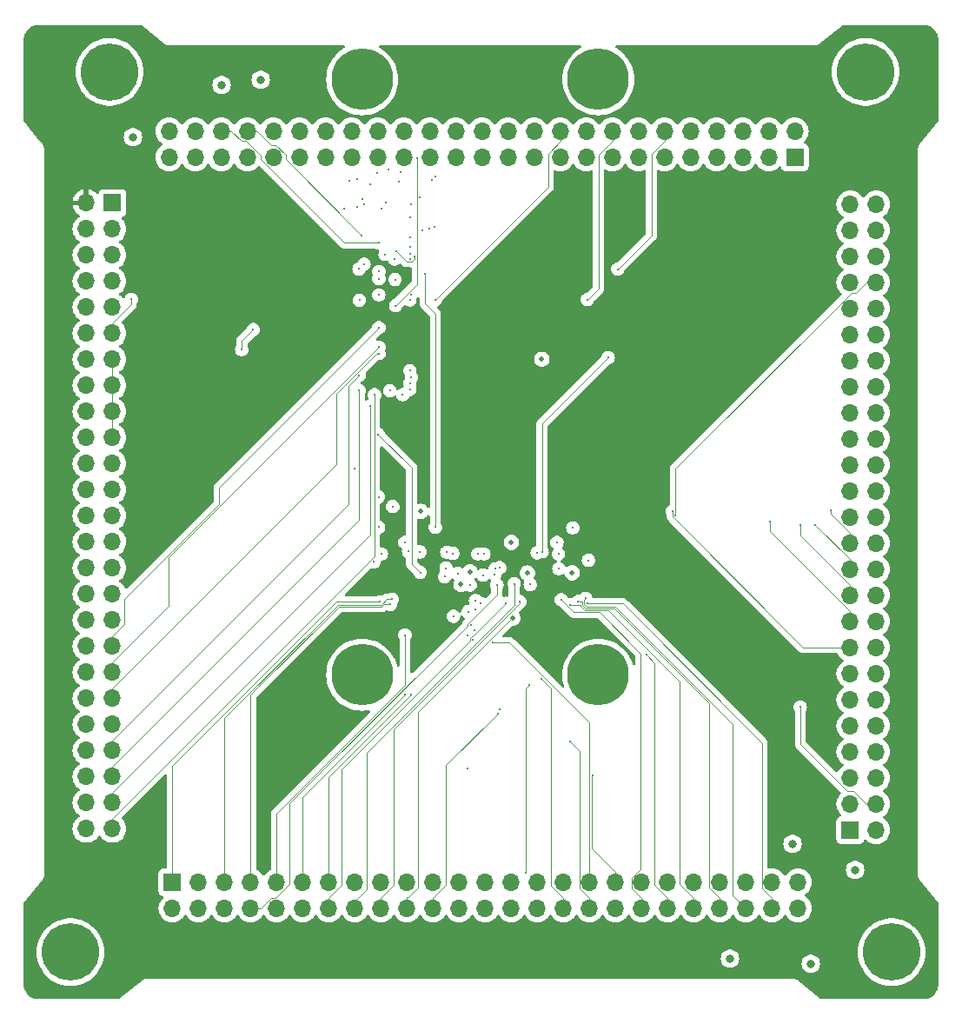
<source format=gbr>
%TF.GenerationSoftware,KiCad,Pcbnew,8.0.4*%
%TF.CreationDate,2024-08-06T12:26:23-05:00*%
%TF.ProjectId,PrintedCoralBoard,5072696e-7465-4644-936f-72616c426f61,rev?*%
%TF.SameCoordinates,Original*%
%TF.FileFunction,Copper,L3,Inr*%
%TF.FilePolarity,Positive*%
%FSLAX46Y46*%
G04 Gerber Fmt 4.6, Leading zero omitted, Abs format (unit mm)*
G04 Created by KiCad (PCBNEW 8.0.4) date 2024-08-06 12:26:23*
%MOMM*%
%LPD*%
G01*
G04 APERTURE LIST*
%TA.AperFunction,ComponentPad*%
%ADD10C,6.000000*%
%TD*%
%TA.AperFunction,ComponentPad*%
%ADD11C,5.600000*%
%TD*%
%TA.AperFunction,ComponentPad*%
%ADD12R,1.700000X1.700000*%
%TD*%
%TA.AperFunction,ComponentPad*%
%ADD13O,1.700000X1.700000*%
%TD*%
%TA.AperFunction,ViaPad*%
%ADD14C,0.500000*%
%TD*%
%TA.AperFunction,ViaPad*%
%ADD15C,0.300000*%
%TD*%
%TA.AperFunction,ViaPad*%
%ADD16C,0.800000*%
%TD*%
%TA.AperFunction,Conductor*%
%ADD17C,0.090000*%
%TD*%
G04 APERTURE END LIST*
D10*
%TO.N,GND*%
%TO.C,H2*%
X56510000Y-5795500D03*
%TD*%
D11*
%TO.N,GND*%
%TO.C,H5*%
X8890000Y-5080000D03*
%TD*%
%TO.N,GND*%
%TO.C,H7*%
X85090000Y-90810000D03*
%TD*%
D10*
%TO.N,GND*%
%TO.C,H4*%
X56510000Y-63795500D03*
%TD*%
%TO.N,GND*%
%TO.C,H3*%
X33510000Y-63795500D03*
%TD*%
D11*
%TO.N,GND*%
%TO.C,H8*%
X5080000Y-90810000D03*
%TD*%
%TO.N,GND*%
%TO.C,H6*%
X82550000Y-5080000D03*
%TD*%
D10*
%TO.N,GND*%
%TO.C,H1*%
X33510000Y-5795500D03*
%TD*%
D12*
%TO.N,ENET_RGMII_RXD2*%
%TO.C,J5*%
X75660000Y-13380000D03*
D13*
%TO.N,GND*%
X75660000Y-10840000D03*
%TO.N,ENET_RGMII_RXD1*%
X73120000Y-13380000D03*
%TO.N,GND*%
X73120000Y-10840000D03*
%TO.N,ENET_RGMII_RXD0*%
X70580000Y-13380000D03*
%TO.N,GND*%
X70580000Y-10840000D03*
%TO.N,ENET_RGMII_RXD3*%
X68040000Y-13380000D03*
%TO.N,GND*%
X68040000Y-10840000D03*
X65500000Y-13380000D03*
%TO.N,RGMII1_PHY_INTB*%
X65500000Y-10840000D03*
%TO.N,ENET_RGMII_RX_EN*%
X62960000Y-13380000D03*
%TO.N,ETHPHY_RST_B*%
X62960000Y-10840000D03*
%TO.N,ENET_RGMII_RXC*%
X60420000Y-13380000D03*
%TO.N,ENET_RGMII_MDC*%
X60420000Y-10840000D03*
%TO.N,GND*%
X57880000Y-13380000D03*
%TO.N,ENET_RGMII_MDIO*%
X57880000Y-10840000D03*
%TO.N,MIPI_CSI_D0_P*%
X55340000Y-13380000D03*
%TO.N,GND*%
X55340000Y-10840000D03*
%TO.N,MIPI_CSI_D0_N*%
X52800000Y-13380000D03*
%TO.N,BT_HOST_WAKE*%
X52800000Y-10840000D03*
%TO.N,GND*%
X50260000Y-13380000D03*
%TO.N,LPUART8_TXD*%
X50260000Y-10840000D03*
%TO.N,MIPI_CSI_CK_P*%
X47720000Y-13380000D03*
%TO.N,LPUART2_RTS_B*%
X47720000Y-10840000D03*
%TO.N,MIPI_CSI_CK_N*%
X45180000Y-13380000D03*
%TO.N,LPUART2_CTS_B*%
X45180000Y-10840000D03*
%TO.N,GND*%
X42640000Y-13380000D03*
%TO.N,LPUART2_TXD*%
X42640000Y-10840000D03*
%TO.N,MIPI_CSI_D1_P*%
X40100000Y-13380000D03*
%TO.N,LPUART2_RXD*%
X40100000Y-10840000D03*
%TO.N,MIPI_CSI_D1_N*%
X37560000Y-13380000D03*
%TO.N,BT_DEV_WAKE*%
X37560000Y-10840000D03*
%TO.N,GND*%
X35020000Y-13380000D03*
X35020000Y-10840000D03*
%TO.N,MIPI_DSI_D1_N*%
X32480000Y-13380000D03*
%TO.N,GND*%
X32480000Y-10840000D03*
%TO.N,MIPI_DSI_D1_P*%
X29940000Y-13380000D03*
%TO.N,GND*%
X29940000Y-10840000D03*
X27400000Y-13380000D03*
X27400000Y-10840000D03*
%TO.N,MIPI_DSI_CK_N*%
X24860000Y-13380000D03*
%TO.N,GND*%
X24860000Y-10840000D03*
%TO.N,MIPI_DSI_CK_P*%
X22320000Y-13380000D03*
%TO.N,LPSPI1_SDI*%
X22320000Y-10840000D03*
%TO.N,GND*%
X19780000Y-13380000D03*
%TO.N,LPSPI1_SDO*%
X19780000Y-10840000D03*
%TO.N,MIPI_DSI_D0_N*%
X17240000Y-13380000D03*
%TO.N,LPSPI1_PCS0*%
X17240000Y-10840000D03*
%TO.N,MIPI_DSI_D0_P*%
X14700000Y-13380000D03*
%TO.N,LPSPI1_SCK*%
X14700000Y-10840000D03*
%TD*%
D12*
%TO.N,ENET_RGMII_TXC*%
%TO.C,J4*%
X9180000Y-17840000D03*
D13*
%TO.N,I2C6_SDA*%
X6640000Y-17840000D03*
%TO.N,ENET_RGMII_TX_EN*%
X9180000Y-20380000D03*
%TO.N,DA_nRESETREQ*%
X6640000Y-20380000D03*
%TO.N,ENET_RGMII_TXD0*%
X9180000Y-22920000D03*
%TO.N,GND*%
X6640000Y-22920000D03*
%TO.N,ENET_RGMII_TXD1*%
X9180000Y-25460000D03*
%TO.N,GPIO_SNVS_06*%
X6640000Y-25460000D03*
%TO.N,ENET_RGMII_TXD2*%
X9180000Y-28000000D03*
%TO.N,BRD_STAT_LED*%
X6640000Y-28000000D03*
%TO.N,ENET_RGMII_TXD3*%
X9180000Y-30540000D03*
%TO.N,LPUART8_RXD*%
X6640000Y-30540000D03*
%TO.N,VDD_1V8*%
X9180000Y-33080000D03*
%TO.N,GND*%
X6640000Y-33080000D03*
%TO.N,VDD_1V8*%
X9180000Y-35620000D03*
%TO.N,WL_HOST_WAKE*%
X6640000Y-35620000D03*
%TO.N,VDD_1V8*%
X9180000Y-38160000D03*
%TO.N,WL_ANT_SEL*%
X6640000Y-38160000D03*
%TO.N,VDD_1V8*%
X9180000Y-40700000D03*
%TO.N,GND*%
X6640000Y-40700000D03*
%TO.N,VDD_1V8_SENSE*%
X9180000Y-43240000D03*
%TO.N,WIFI_SDIO_CLK*%
X6640000Y-43240000D03*
%TO.N,GND*%
X9180000Y-45780000D03*
%TO.N,WIFI_SDIO_D1*%
X6640000Y-45780000D03*
%TO.N,VDD_3V3*%
X9180000Y-48320000D03*
%TO.N,WIFI_SDIO_D0*%
X6640000Y-48320000D03*
%TO.N,VDD_3V3*%
X9180000Y-50860000D03*
%TO.N,WIFI_SDIO_D3*%
X6640000Y-50860000D03*
%TO.N,VDD_3V3*%
X9180000Y-53400000D03*
%TO.N,WIFI_SDIO_CMD*%
X6640000Y-53400000D03*
%TO.N,VDD_3V3*%
X9180000Y-55940000D03*
%TO.N,GND*%
X6640000Y-55940000D03*
%TO.N,VDD_3V3*%
X9180000Y-58480000D03*
%TO.N,GND*%
X6640000Y-58480000D03*
%TO.N,VDD_3V3_SENSE*%
X9180000Y-61020000D03*
%TO.N,SAI2_RX_DATA*%
X6640000Y-61020000D03*
%TO.N,BOOT_MODE1*%
X9180000Y-63560000D03*
%TO.N,SAI2_MCLK*%
X6640000Y-63560000D03*
%TO.N,BOOT_MODE0*%
X9180000Y-66100000D03*
%TO.N,SAI2_TX_BCLK*%
X6640000Y-66100000D03*
%TO.N,GND*%
X9180000Y-68640000D03*
%TO.N,SAI2_RX_SYNC*%
X6640000Y-68640000D03*
%TO.N,VDD_LPSR_IN_01*%
X9180000Y-71180000D03*
%TO.N,POR_B*%
X6640000Y-71180000D03*
%TO.N,VDDA_1P0_01*%
X9180000Y-73720000D03*
%TO.N,GPIO_SNVS_04*%
X6640000Y-73720000D03*
%TO.N,VDD_1V8_AON*%
X9180000Y-76260000D03*
%TO.N,GPIO_SNVS_08*%
X6640000Y-76260000D03*
%TO.N,VDD_2V8_CAM*%
X9180000Y-78800000D03*
%TO.N,GND*%
X6640000Y-78800000D03*
%TD*%
D12*
%TO.N,GND*%
%TO.C,J6*%
X81060000Y-78920000D03*
D13*
%TO.N,I2C1_SDA*%
X83600000Y-78920000D03*
%TO.N,GND*%
X81060000Y-76380000D03*
%TO.N,LPSPI6_CS0*%
X83600000Y-76380000D03*
%TO.N,GND*%
X81060000Y-73840000D03*
%TO.N,LPSPI6_SCK*%
X83600000Y-73840000D03*
%TO.N,GND*%
X81060000Y-71300000D03*
%TO.N,LPSPI6_SDO*%
X83600000Y-71300000D03*
%TO.N,GND*%
X81060000Y-68760000D03*
%TO.N,LPSPI6_SDI*%
X83600000Y-68760000D03*
%TO.N,GND*%
X81060000Y-66220000D03*
%TO.N,SAI2_RX_BCLK*%
X83600000Y-66220000D03*
%TO.N,GND*%
X81060000Y-63680000D03*
%TO.N,SAI2_TX_SYNC*%
X83600000Y-63680000D03*
%TO.N,VDD_1V8_CAM*%
X81060000Y-61140000D03*
%TO.N,GND*%
X83600000Y-61140000D03*
%TO.N,VDD_1V8_MIC*%
X81060000Y-58600000D03*
%TO.N,WAKEUP*%
X83600000Y-58600000D03*
%TO.N,MCM_3V3*%
X81060000Y-56060000D03*
%TO.N,GPIO_SNVS_07*%
X83600000Y-56060000D03*
%TO.N,MCM_3V3_SENSE*%
X81060000Y-53520000D03*
%TO.N,PMIC_STBY_REQ*%
X83600000Y-53520000D03*
%TO.N,DCDC_1V8_OUT*%
X81060000Y-50980000D03*
%TO.N,LPUART6_TXD*%
X83600000Y-50980000D03*
%TO.N,DCDC_1V8_OUT_SENSE*%
X81060000Y-48440000D03*
%TO.N,ADC1_CH2B*%
X83600000Y-48440000D03*
%TO.N,VSYS*%
X81060000Y-45900000D03*
%TO.N,GND*%
X83600000Y-45900000D03*
%TO.N,VSYS*%
X81060000Y-43360000D03*
%TO.N,ADC1_CH0A*%
X83600000Y-43360000D03*
%TO.N,VSYS*%
X81060000Y-40820000D03*
%TO.N,GND*%
X83600000Y-40820000D03*
%TO.N,VSYS*%
X81060000Y-38280000D03*
%TO.N,ADC1_CH0B*%
X83600000Y-38280000D03*
%TO.N,VSYS*%
X81060000Y-35740000D03*
%TO.N,GND*%
X83600000Y-35740000D03*
%TO.N,VSYS*%
X81060000Y-33200000D03*
%TO.N,GND*%
X83600000Y-33200000D03*
%TO.N,VSYS*%
X81060000Y-30660000D03*
%TO.N,GND*%
X83600000Y-30660000D03*
%TO.N,VDD_1V8*%
X81060000Y-28120000D03*
%TO.N,LPUART6_RXD*%
X83600000Y-28120000D03*
%TO.N,VDD_1V8*%
X81060000Y-25580000D03*
%TO.N,LPUART6_CTS*%
X83600000Y-25580000D03*
%TO.N,VDD_1V8*%
X81060000Y-23040000D03*
%TO.N,GND*%
X83600000Y-23040000D03*
%TO.N,VDD_1V8*%
X81060000Y-20500000D03*
%TO.N,GND*%
X83600000Y-20500000D03*
%TO.N,VDD_1V8*%
X81060000Y-17960000D03*
%TO.N,ONOFF*%
X83600000Y-17960000D03*
%TD*%
D12*
%TO.N,MIC_CLK*%
%TO.C,J7*%
X15020000Y-84000000D03*
D13*
%TO.N,LPUART6_RTS*%
X15020000Y-86540000D03*
%TO.N,DAC_OUT*%
X17560000Y-84000000D03*
%TO.N,DMIC_DATA0*%
X17560000Y-86540000D03*
%TO.N,WL_REG_ON*%
X20100000Y-84000000D03*
%TO.N,DMIC_DATA1*%
X20100000Y-86540000D03*
%TO.N,LPUART1_RXD*%
X22640000Y-84000000D03*
%TO.N,DMIC_DATA2*%
X22640000Y-86540000D03*
%TO.N,LPUART1_TXD*%
X25180000Y-84000000D03*
%TO.N,DMIC_DATA3*%
X25180000Y-86540000D03*
%TO.N,BT_REG_ON*%
X27720000Y-84000000D03*
%TO.N,GND*%
X27720000Y-86540000D03*
%TO.N,WIFI_SDIO_D2*%
X30260000Y-84000000D03*
%TO.N,I2C6_SCL*%
X30260000Y-86540000D03*
%TO.N,GND*%
X32800000Y-84000000D03*
%TO.N,CAMERA_INT*%
X32800000Y-86540000D03*
%TO.N,USDHC2_CMD*%
X35340000Y-84000000D03*
%TO.N,USER_BUTTON*%
X35340000Y-86540000D03*
%TO.N,USDHC2_CLK*%
X37880000Y-84000000D03*
%TO.N,PMIC_ON_REQ*%
X37880000Y-86540000D03*
%TO.N,USDHC2_DATA0*%
X40420000Y-84000000D03*
%TO.N,WIFI_POWER_EN*%
X40420000Y-86540000D03*
%TO.N,USDHC2_DATA2*%
X42960000Y-84000000D03*
%TO.N,USER_LED*%
X42960000Y-86540000D03*
%TO.N,USDHC2_DATA1*%
X45500000Y-84000000D03*
%TO.N,GND*%
X45500000Y-86540000D03*
%TO.N,USDHC2_DATA3*%
X48040000Y-84000000D03*
%TO.N,GND*%
X48040000Y-86540000D03*
X50580000Y-84000000D03*
X50580000Y-86540000D03*
%TO.N,DA_GPIO4*%
X53120000Y-84000000D03*
%TO.N,I2C5_SCL*%
X53120000Y-86540000D03*
%TO.N,DA_GPIO3*%
X55660000Y-84000000D03*
%TO.N,I2C5_SDA*%
X55660000Y-86540000D03*
%TO.N,DA_GPIO2*%
X58200000Y-84000000D03*
%TO.N,GND*%
X58200000Y-86540000D03*
%TO.N,DA_nIRQ*%
X60740000Y-84000000D03*
%TO.N,FLEXPWM1_PWM1_A*%
X60740000Y-86540000D03*
%TO.N,DA_nRESET*%
X63280000Y-84000000D03*
%TO.N,FLEXPWM1_PWM0_A*%
X63280000Y-86540000D03*
%TO.N,GND*%
X65820000Y-84000000D03*
%TO.N,FLEXPWM1_PWM0_B*%
X65820000Y-86540000D03*
%TO.N,DA_GPIO0*%
X68360000Y-84000000D03*
%TO.N,FLEXPWM1_PWM1_B*%
X68360000Y-86540000D03*
%TO.N,SAI2_TX_DATA*%
X70900000Y-84000000D03*
%TO.N,FLEXPWM2_PWM1_A*%
X70900000Y-86540000D03*
%TO.N,I2C1_SCL*%
X73440000Y-84000000D03*
%TO.N,FLEXPWM2_PWM1_B*%
X73440000Y-86540000D03*
%TO.N,GND*%
X75980000Y-84000000D03*
X75980000Y-86540000D03*
%TD*%
D14*
%TO.N,ONOFF*%
X51011800Y-33068000D03*
%TO.N,PMIC_STBY_REQ*%
X53974800Y-53855600D03*
%TO.N,WAKEUP*%
X48048800Y-50898800D03*
%TO.N,PMIC_ON_REQ*%
X48187400Y-58296800D03*
D15*
%TO.N,USER_LED*%
X49459000Y-83091300D03*
X49767700Y-64830900D03*
%TO.N,VDD_1V8*%
X21767300Y-32129300D03*
X22891200Y-30173200D03*
X35132300Y-26795200D03*
%TO.N,LPSPI6_SDI*%
X46446900Y-53467200D03*
%TO.N,ADC1_CH0A*%
X52493300Y-50898800D03*
%TO.N,DA_GPIO2*%
X42410000Y-58090000D03*
X55960000Y-73630000D03*
D14*
%TO.N,GPIO_SNVS_04*%
X43133000Y-55000100D03*
D15*
%TO.N,BRD_STAT_LED*%
X35075100Y-40386700D03*
X39159800Y-53828300D03*
%TO.N,WIFI_SDIO_D2*%
X38285000Y-65741000D03*
%TO.N,FLEXPWM2_PWM1_B*%
X55457500Y-56867300D03*
D14*
%TO.N,GPIO_SNVS_06*%
X39225400Y-47876400D03*
D15*
%TO.N,FLEXPWM1_PWM1_A*%
X52906900Y-56483700D03*
D14*
%TO.N,GPIO_SNVS_07*%
X49608600Y-53900700D03*
%TO.N,GPIO_SNVS_08*%
X44000000Y-53787400D03*
D15*
%TO.N,DA_GPIO0*%
X44530000Y-57410000D03*
X44029100Y-55041700D03*
%TO.N,SAI2_RX_DATA*%
X41758600Y-51854100D03*
%TO.N,I2C1_SCL*%
X45086300Y-56865800D03*
%TO.N,WIFI_SDIO_D3*%
X35383000Y-52021700D03*
%TO.N,FLEXPWM1_PWM0_B*%
X53790600Y-56982800D03*
%TO.N,SAI2_RX_SYNC*%
X41539500Y-54244600D03*
%TO.N,FLEXPWM1_PWM0_A*%
X61180000Y-61850000D03*
%TO.N,DA_nRESETREQ*%
X40641300Y-49420400D03*
X39626200Y-24752500D03*
%TO.N,I2C5_SCL*%
X51003300Y-64212800D03*
%TO.N,LPSPI6_SDO*%
X46436900Y-54041900D03*
%TO.N,SAI2_MCLK*%
X42353100Y-51971200D03*
%TO.N,ADC1_CH2B*%
X54036700Y-49482400D03*
%TO.N,FLEXPWM1_PWM1_B*%
X54543900Y-56660000D03*
%TO.N,DMIC_DATA2*%
X46636400Y-55041200D03*
%TO.N,WL_ANT_SEL*%
X37678300Y-50898800D03*
%TO.N,WIFI_SDIO_CMD*%
X34640500Y-52804700D03*
%TO.N,WIFI_SDIO_D0*%
X35108200Y-49420400D03*
%TO.N,LPSPI6_CS0*%
X76197300Y-66931900D03*
X45263700Y-54096000D03*
%TO.N,MIC_CLK*%
X35239800Y-56683800D03*
%TO.N,DMIC_DATA0*%
X44450700Y-59490000D03*
%TO.N,DA_GPIO3*%
X46230000Y-60679700D03*
%TO.N,WIFI_SDIO_CLK*%
X36492300Y-47406800D03*
%TO.N,ADC1_CH0B*%
X52637500Y-52021700D03*
%TO.N,WIFI_POWER_EN*%
X46699100Y-67605800D03*
%TO.N,I2C5_SDA*%
X53740000Y-70300000D03*
%TO.N,DA_nIRQ*%
X43758800Y-59989900D03*
%TO.N,USER_BUTTON*%
X48890100Y-56657200D03*
%TO.N,LPUART6_TXD*%
X55553500Y-52645100D03*
%TO.N,CAMERA_INT*%
X48325100Y-54928800D03*
%TO.N,WL_HOST_WAKE*%
X38035400Y-51777500D03*
%TO.N,I2C6_SDA*%
X40641300Y-53828300D03*
%TO.N,POR_B*%
X42827500Y-53911500D03*
%TO.N,SAI2_RX_BCLK*%
X46914500Y-53368500D03*
%TO.N,WL_REG_ON*%
X36435400Y-56437600D03*
%TO.N,BT_REG_ON*%
X37697700Y-65700600D03*
%TO.N,LPUART6_RXD*%
X51041700Y-51807300D03*
X57473600Y-32886700D03*
%TO.N,LPSPI6_SCK*%
X45369900Y-52023300D03*
%TO.N,WIFI_SDIO_D1*%
X35106600Y-46463600D03*
%TO.N,LPUART8_RXD*%
X39157700Y-51823300D03*
%TO.N,LPUART6_RTS*%
X44080100Y-58966800D03*
%TO.N,LPUART6_CTS*%
X64038000Y-48247700D03*
X50549600Y-51904800D03*
%TO.N,SAI2_TX_DATA*%
X44555000Y-56560900D03*
%TO.N,I2C6_SCL*%
X47529500Y-56841700D03*
%TO.N,I2C1_SDA*%
X44781700Y-52021700D03*
%TO.N,DA_nRESET*%
X44305500Y-60353100D03*
%TO.N,DMIC_DATA3*%
X46881500Y-67159600D03*
%TO.N,LPUART1_RXD*%
X36270000Y-56943400D03*
%TO.N,FLEXPWM2_PWM1_A*%
X55277000Y-56342400D03*
%TO.N,SAI2_TX_BCLK*%
X41678400Y-53412000D03*
%TO.N,SAI2_TX_SYNC*%
X49884700Y-55003900D03*
%TO.N,LPUART1_TXD*%
X37678300Y-59930000D03*
%TO.N,DMIC_DATA1*%
X43744500Y-72934800D03*
%TO.N,ENET_RGMII_TXD3*%
X11011300Y-27230100D03*
X35138000Y-25211100D03*
%TO.N,ENET_RGMII_TXD1*%
X35138000Y-24523000D03*
%TO.N,MIPI_DSI_CK_N*%
X35845000Y-17840000D03*
%TO.N,DCDC_1V8_OUT*%
X38310800Y-34806000D03*
X79160300Y-47798900D03*
%TO.N,MIPI_CSI_D0_N*%
X39121400Y-17298600D03*
%TO.N,VDD_1V8_CAM*%
X37464600Y-36524700D03*
X63750200Y-47860000D03*
%TO.N,ENET_RGMII_TXD0*%
X33196900Y-24268900D03*
%TO.N,RGMII1_PHY_INTB*%
X35750000Y-22840000D03*
%TO.N,LPSPI1_SDI*%
X33481600Y-21028000D03*
%TO.N,DCDC_1V8_OUT_SENSE*%
X38159500Y-34173800D03*
%TO.N,VDD_1V8_MIC*%
X38159500Y-35995500D03*
X73234300Y-48903300D03*
%TO.N,LPSPI1_PCS0*%
X33011300Y-15550900D03*
%TO.N,ENET_RGMII_RXD0*%
X38157900Y-22795500D03*
%TO.N,LPSPI1_SDO*%
X35138000Y-21723000D03*
%TO.N,ENET_RGMII_TXD2*%
X33242700Y-27308500D03*
%TO.N,ENET_RGMII_RX_EN*%
X38159500Y-21195500D03*
%TO.N,MIPI_DSI_D0_N*%
X33555300Y-17452500D03*
%TO.N,MIPI_CSI_CK_P*%
X38251300Y-17995500D03*
%TO.N,MIPI_DSI_CK_P*%
X33729700Y-17949800D03*
%TO.N,MIPI_CSI_D0_P*%
X38159500Y-19254300D03*
%TO.N,BOOT_MODE1*%
X35138000Y-31876300D03*
%TO.N,BOOT_MODE0*%
X35138000Y-32507100D03*
%TO.N,BT_HOST_WAKE*%
X40641300Y-27244400D03*
%TO.N,ENET_RGMII_RXD1*%
X36813800Y-22528300D03*
X38604300Y-23033700D03*
%TO.N,MCM_3V3_SENSE*%
X38159500Y-35385500D03*
X77678800Y-49170500D03*
%TO.N,LPSPI1_SCK*%
X32258000Y-15708300D03*
%TO.N,MIPI_DSI_D0_P*%
X33031000Y-18202600D03*
%TO.N,ENET_RGMII_TXC*%
X31750700Y-18372400D03*
%TO.N,ENET_RGMII_MDC*%
X36776300Y-27842300D03*
X38834500Y-13465800D03*
%TO.N,ENET_RGMII_RXC*%
X40668500Y-15284400D03*
%TO.N,ENET_RGMII_MDIO*%
X55456300Y-27244400D03*
X38157900Y-27303200D03*
%TO.N,MCM_3V3*%
X36196800Y-36114800D03*
X76197300Y-49170500D03*
%TO.N,ENET_RGMII_RXD3*%
X38157900Y-22132700D03*
%TO.N,MIPI_CSI_CK_N*%
X40262000Y-15573900D03*
%TO.N,ETHPHY_RST_B*%
X38266800Y-26760300D03*
X58419300Y-24287600D03*
%TO.N,ENET_RGMII_TX_EN*%
X33694900Y-23799400D03*
%TO.N,ENET_RGMII_RXD2*%
X38157900Y-23270300D03*
%TO.N,VDD_1V8_SENSE*%
X32747700Y-43668500D03*
%TO.N,VDD_1V8_AON*%
X34322400Y-37593200D03*
%TO.N,VDD_3V3_SENSE*%
X35138000Y-29995500D03*
%TO.N,VDD_2V8_CAM*%
X34715300Y-36524700D03*
D16*
%TO.N,GND*%
X11176000Y-11430000D03*
D15*
X36710000Y-25300000D03*
X34290000Y-15980000D03*
X37060000Y-15750000D03*
X39330000Y-20500000D03*
D16*
X77216000Y-91948000D03*
X81534000Y-82804000D03*
X75438000Y-80264000D03*
D15*
X43820000Y-57650000D03*
X37220000Y-14800000D03*
X52670000Y-53460000D03*
X40060000Y-20350000D03*
D16*
X19812000Y-6350000D03*
D15*
X40560000Y-20200000D03*
X36040000Y-14550000D03*
D16*
X23622000Y-5842000D03*
D15*
X36670000Y-23300000D03*
D16*
X69342000Y-91440000D03*
D15*
X35400000Y-18360000D03*
X35010000Y-14880000D03*
%TO.N,VDD_LPSR_IN_01*%
X33207900Y-34630200D03*
%TO.N,VDDA_1P0_01*%
X33217200Y-36098300D03*
%TD*%
D17*
%TO.N,PMIC_ON_REQ*%
X38976700Y-84483800D02*
X38976700Y-67372100D01*
X37880000Y-85443300D02*
X38017200Y-85443300D01*
X38976700Y-67372100D02*
X48052000Y-58296800D01*
X37880000Y-86540000D02*
X37880000Y-85443300D01*
X38017200Y-85443300D02*
X38976700Y-84483800D01*
X48052000Y-58296800D02*
X48187400Y-58296800D01*
%TO.N,USER_LED*%
X49459000Y-83091300D02*
X49459000Y-65139600D01*
X49459000Y-65139600D02*
X49767700Y-64830900D01*
%TO.N,VDD_1V8*%
X9180000Y-35620000D02*
X9180000Y-38160000D01*
X9180000Y-38160000D02*
X9180000Y-40700000D01*
X9180000Y-33080000D02*
X9180000Y-35620000D01*
X21767300Y-31297100D02*
X21767300Y-32129300D01*
X22891200Y-30173200D02*
X21767300Y-31297100D01*
%TO.N,DA_GPIO2*%
X58200000Y-83013300D02*
X58200000Y-84000000D01*
X55889500Y-80702800D02*
X58200000Y-83013300D01*
X55889500Y-73700500D02*
X55889500Y-80702800D01*
X55960000Y-73630000D02*
X55889500Y-73700500D01*
%TO.N,BRD_STAT_LED*%
X35075100Y-40386700D02*
X38322200Y-43633800D01*
X38322200Y-43633800D02*
X38322200Y-52990700D01*
X38322200Y-52990700D02*
X39159800Y-53828300D01*
%TO.N,WIFI_SDIO_D2*%
X30260000Y-73766000D02*
X30260000Y-84000000D01*
X38285000Y-65741000D02*
X30260000Y-73766000D01*
%TO.N,FLEXPWM2_PWM1_B*%
X58887300Y-56867300D02*
X55457500Y-56867300D01*
X73440000Y-86540000D02*
X73440000Y-85553300D01*
X72453300Y-70433300D02*
X58887300Y-56867300D01*
X72453300Y-84566600D02*
X72453300Y-70433300D01*
X73440000Y-85553300D02*
X72453300Y-84566600D01*
%TO.N,FLEXPWM1_PWM1_A*%
X60640000Y-82706999D02*
X60640000Y-61700000D01*
X59755000Y-83591999D02*
X60640000Y-82706999D01*
X60740000Y-85553300D02*
X59755000Y-84568300D01*
X52906900Y-56502151D02*
X52906900Y-56483700D01*
X59755000Y-84568300D02*
X59755000Y-83591999D01*
X60740000Y-86540000D02*
X60740000Y-85553300D01*
X54097049Y-57692300D02*
X52906900Y-56502151D01*
X60640000Y-61700000D02*
X56632300Y-57692300D01*
X56632300Y-57692300D02*
X54097049Y-57692300D01*
%TO.N,FLEXPWM1_PWM0_B*%
X57492300Y-57512300D02*
X55190333Y-57512300D01*
X54761501Y-56982900D02*
X53790600Y-56982900D01*
X65820000Y-86540000D02*
X65820000Y-85553300D01*
X65820000Y-85553300D02*
X64472200Y-84205500D01*
X53790600Y-56982900D02*
X53790600Y-56982800D01*
X55190333Y-57512300D02*
X54761501Y-57083468D01*
X64472200Y-84205500D02*
X64472200Y-64492200D01*
X54761501Y-57083468D02*
X54761501Y-56982900D01*
X64472200Y-64492200D02*
X57492300Y-57512300D01*
%TO.N,FLEXPWM1_PWM0_A*%
X62010000Y-84283300D02*
X63280000Y-85553300D01*
X63280000Y-85553300D02*
X63280000Y-86540000D01*
X62010000Y-62650000D02*
X62010000Y-84283300D01*
X61180000Y-61850000D02*
X61210000Y-61850000D01*
X61210000Y-61850000D02*
X62010000Y-62650000D01*
%TO.N,DA_nRESETREQ*%
X40641300Y-28623600D02*
X39626200Y-27608500D01*
X40641300Y-49420400D02*
X40641300Y-28623600D01*
X39626200Y-27608500D02*
X39626200Y-24752500D01*
%TO.N,I2C5_SCL*%
X53120000Y-86540000D02*
X53120000Y-85553300D01*
X51927800Y-84361100D02*
X53120000Y-85553300D01*
X51003300Y-64212800D02*
X51927800Y-65137300D01*
X51927800Y-65137300D02*
X51927800Y-84361100D01*
%TO.N,FLEXPWM1_PWM1_B*%
X54941500Y-56660000D02*
X54941500Y-57008909D01*
X68360000Y-85553300D02*
X68360000Y-86540000D01*
X67293000Y-66527558D02*
X67293000Y-84486300D01*
X67293000Y-84486300D02*
X68360000Y-85553300D01*
X55264891Y-57332300D02*
X58097742Y-57332300D01*
X54941500Y-57008909D02*
X55264891Y-57332300D01*
X54543900Y-56660000D02*
X54941500Y-56660000D01*
X58097742Y-57332300D02*
X67293000Y-66527558D01*
%TO.N,DMIC_DATA2*%
X26450000Y-84153800D02*
X25050500Y-85553300D01*
X22640000Y-86540000D02*
X23626700Y-86540000D01*
X46636400Y-55041200D02*
X46636400Y-56005100D01*
X43793400Y-59000400D02*
X26450000Y-76343800D01*
X25050500Y-85553300D02*
X24613400Y-85553300D01*
X24613400Y-85553300D02*
X23626700Y-86540000D01*
X26450000Y-76343800D02*
X26450000Y-84153800D01*
X43793400Y-58848100D02*
X43793400Y-59000400D01*
X46636400Y-56005100D02*
X43793400Y-58848100D01*
%TO.N,LPSPI6_CS0*%
X76197300Y-70529500D02*
X76197300Y-66931900D01*
X82613300Y-76380000D02*
X81343300Y-75110000D01*
X83600000Y-76380000D02*
X82613300Y-76380000D01*
X80777800Y-75110000D02*
X76197300Y-70529500D01*
X81343300Y-75110000D02*
X80777800Y-75110000D01*
%TO.N,MIC_CLK*%
X15020000Y-84000000D02*
X15020000Y-72690000D01*
X15020000Y-72690000D02*
X31026200Y-56683800D01*
X31026200Y-56683800D02*
X35239800Y-56683800D01*
%TO.N,DA_GPIO3*%
X55602800Y-68404000D02*
X55602800Y-82956100D01*
X55660000Y-84000000D02*
X55660000Y-83013300D01*
X46230000Y-60679700D02*
X47878500Y-60679700D01*
X55602800Y-82956100D02*
X55660000Y-83013300D01*
X47878500Y-60679700D02*
X55602800Y-68404000D01*
%TO.N,WIFI_POWER_EN*%
X41690000Y-84283300D02*
X40420000Y-85553300D01*
X40420000Y-86540000D02*
X40420000Y-85553300D01*
X46699100Y-67605800D02*
X41690000Y-72614900D01*
X41690000Y-72614900D02*
X41690000Y-84283300D01*
%TO.N,I2C5_SDA*%
X53740000Y-70300000D02*
X54673300Y-71233300D01*
X54673300Y-84566600D02*
X55660000Y-85553300D01*
X54673300Y-71233300D02*
X54673300Y-84566600D01*
X55660000Y-85553300D02*
X55660000Y-86540000D01*
%TO.N,USER_BUTTON*%
X48890100Y-56808200D02*
X48890100Y-56657200D01*
X35340000Y-86540000D02*
X35340000Y-85553300D01*
X36610000Y-84283300D02*
X36610000Y-69088300D01*
X35340000Y-85553300D02*
X36610000Y-84283300D01*
X36610000Y-69088300D02*
X48890100Y-56808200D01*
%TO.N,CAMERA_INT*%
X48325100Y-57032700D02*
X33980000Y-71377800D01*
X33980000Y-84693622D02*
X32800000Y-85873622D01*
X33980000Y-71377800D02*
X33980000Y-84693622D01*
X48325100Y-54928800D02*
X48325100Y-57032700D01*
X32800000Y-85873622D02*
X32800000Y-86540000D01*
%TO.N,WL_REG_ON*%
X20100000Y-84000000D02*
X20100000Y-68030000D01*
X31161200Y-56968800D02*
X35357851Y-56968800D01*
X20100000Y-68030000D02*
X31161200Y-56968800D01*
X35357851Y-56968800D02*
X35889051Y-56437600D01*
X35889051Y-56437600D02*
X36435400Y-56437600D01*
%TO.N,BT_REG_ON*%
X27720000Y-75678300D02*
X37697700Y-65700600D01*
X27720000Y-84000000D02*
X27720000Y-75678300D01*
%TO.N,LPUART6_RXD*%
X51041700Y-51807300D02*
X51041700Y-39318600D01*
X51041700Y-39318600D02*
X57473600Y-32886700D01*
%TO.N,LPUART6_CTS*%
X81203800Y-26566700D02*
X64038000Y-43732500D01*
X81626600Y-26566700D02*
X81203800Y-26566700D01*
X82613300Y-25580000D02*
X81626600Y-26566700D01*
X83600000Y-25580000D02*
X82613300Y-25580000D01*
X64038000Y-43732500D02*
X64038000Y-48247700D01*
%TO.N,I2C6_SCL*%
X31510000Y-84303300D02*
X30260000Y-85553300D01*
X44304800Y-60066400D02*
X44186800Y-60066400D01*
X44186800Y-60066400D02*
X44018800Y-60234400D01*
X44018800Y-60459700D02*
X31510000Y-72968500D01*
X31510000Y-72968500D02*
X31510000Y-84303300D01*
X30260000Y-85553300D02*
X30260000Y-86540000D01*
X47529500Y-56841700D02*
X44304800Y-60066400D01*
X44018800Y-60234400D02*
X44018800Y-60459700D01*
%TO.N,LPUART1_RXD*%
X22640000Y-65744558D02*
X31235758Y-57148800D01*
X31235758Y-57148800D02*
X35432409Y-57148800D01*
X35637809Y-56943400D02*
X36270000Y-56943400D01*
X22640000Y-84000000D02*
X22640000Y-65744558D01*
X35432409Y-57148800D02*
X35637809Y-56943400D01*
%TO.N,FLEXPWM2_PWM1_A*%
X55121500Y-56497900D02*
X55121500Y-56934351D01*
X55121500Y-56934351D02*
X55339449Y-57152300D01*
X69630000Y-68610000D02*
X69630000Y-85270000D01*
X55277000Y-56342400D02*
X55121500Y-56497900D01*
X55339449Y-57152300D02*
X58172300Y-57152300D01*
X69630000Y-85270000D02*
X70900000Y-86540000D01*
X58172300Y-57152300D02*
X69630000Y-68610000D01*
%TO.N,LPUART1_TXD*%
X25180000Y-77306600D02*
X25180000Y-84000000D01*
X37678300Y-59930000D02*
X37678300Y-64808300D01*
X37678300Y-64808300D02*
X25180000Y-77306600D01*
%TO.N,ENET_RGMII_TXD3*%
X9180000Y-30540000D02*
X9180000Y-29553300D01*
X11011300Y-27722000D02*
X11011300Y-27230100D01*
X9180000Y-29553300D02*
X11011300Y-27722000D01*
%TO.N,DCDC_1V8_OUT*%
X79160300Y-48093600D02*
X79160300Y-47798900D01*
X81060000Y-50980000D02*
X81060000Y-49993300D01*
X81060000Y-49993300D02*
X79160300Y-48093600D01*
%TO.N,VDD_1V8_CAM*%
X76491800Y-61140000D02*
X63750200Y-48398400D01*
X63750200Y-48398400D02*
X63750200Y-47860000D01*
X81060000Y-61140000D02*
X76491800Y-61140000D01*
%TO.N,LPSPI1_SDI*%
X22320000Y-10840000D02*
X23306700Y-10840000D01*
X23306700Y-10840000D02*
X24654500Y-12187800D01*
X25103800Y-12187800D02*
X26052200Y-13136200D01*
X26052200Y-13136200D02*
X26052200Y-13598600D01*
X26052200Y-13598600D02*
X33481600Y-21028000D01*
X24654500Y-12187800D02*
X25103800Y-12187800D01*
%TO.N,VDD_1V8_MIC*%
X73234300Y-49787600D02*
X73234300Y-48903300D01*
X81060000Y-58600000D02*
X81060000Y-57613300D01*
X81060000Y-57613300D02*
X73234300Y-49787600D01*
%TO.N,LPSPI1_SDO*%
X23590000Y-13534500D02*
X31778500Y-21723000D01*
X31778500Y-21723000D02*
X35138000Y-21723000D01*
X22195900Y-11826700D02*
X23590000Y-13220800D01*
X20766700Y-10840000D02*
X21753400Y-11826700D01*
X21753400Y-11826700D02*
X22195900Y-11826700D01*
X23590000Y-13220800D02*
X23590000Y-13534500D01*
X19780000Y-10840000D02*
X20766700Y-10840000D01*
%TO.N,BOOT_MODE1*%
X19661500Y-47354800D02*
X35138000Y-31878300D01*
X18391400Y-48624900D02*
X18391400Y-48624800D01*
X15929200Y-51087100D02*
X15929200Y-51087000D01*
X35138000Y-31878300D02*
X35138000Y-31876300D01*
X17121500Y-49894800D02*
X18391400Y-48624900D01*
X18391400Y-48624800D02*
X18391500Y-48624800D01*
X14659200Y-57094100D02*
X14659200Y-52357000D01*
X15929200Y-51087000D02*
X15929300Y-51087000D01*
X9180000Y-63560000D02*
X9180000Y-62573300D01*
X9180000Y-62573300D02*
X14659200Y-57094100D01*
X15929300Y-51087000D02*
X17121400Y-49894900D01*
X19661400Y-47354800D02*
X19661500Y-47354800D01*
X19661400Y-47354900D02*
X19661400Y-47354800D01*
X14659300Y-52357000D02*
X15929200Y-51087100D01*
X14659200Y-52357000D02*
X14659300Y-52357000D01*
X18391500Y-48624800D02*
X19661400Y-47354900D01*
X17121400Y-49894800D02*
X17121500Y-49894800D01*
X17121400Y-49894900D02*
X17121400Y-49894800D01*
%TO.N,BOOT_MODE0*%
X35138000Y-32507200D02*
X35138000Y-32507100D01*
X34922900Y-32507200D02*
X35138000Y-32507200D01*
X30993600Y-36436500D02*
X34922900Y-32507200D01*
X30993600Y-43299700D02*
X30993600Y-36436500D01*
X9180000Y-66100000D02*
X9180000Y-65113300D01*
X9180000Y-65113300D02*
X30993600Y-43299700D01*
%TO.N,BT_HOST_WAKE*%
X40641300Y-27244400D02*
X51607800Y-16277900D01*
X51607800Y-13018900D02*
X52800000Y-11826700D01*
X52800000Y-10840000D02*
X52800000Y-11826700D01*
X51607800Y-16277900D02*
X51607800Y-13018900D01*
%TO.N,ENET_RGMII_RXD1*%
X38604300Y-23033700D02*
X38604300Y-23287200D01*
X38604300Y-23287200D02*
X38334400Y-23557100D01*
X38334400Y-23557100D02*
X37842600Y-23557100D01*
X37842600Y-23557100D02*
X36813800Y-22528300D01*
%TO.N,MCM_3V3_SENSE*%
X81060000Y-52533300D02*
X81041600Y-52533300D01*
X81041600Y-52533300D02*
X77678800Y-49170500D01*
X81060000Y-53520000D02*
X81060000Y-52533300D01*
%TO.N,ENET_RGMII_MDC*%
X38891000Y-25727600D02*
X38891000Y-22914900D01*
X36776300Y-27842300D02*
X38891000Y-25727600D01*
X38834500Y-22858400D02*
X38834500Y-13465800D01*
X38891000Y-22914900D02*
X38834500Y-22858400D01*
%TO.N,ENET_RGMII_MDIO*%
X55456300Y-27244400D02*
X56532200Y-26168500D01*
X56532200Y-13174500D02*
X57880000Y-11826700D01*
X57880000Y-10840000D02*
X57880000Y-11826700D01*
X56532200Y-26168500D02*
X56532200Y-13174500D01*
%TO.N,MCM_3V3*%
X81060000Y-56060000D02*
X81060000Y-55073300D01*
X76197300Y-50210600D02*
X76197300Y-49170500D01*
X81060000Y-55073300D02*
X76197300Y-50210600D01*
%TO.N,ETHPHY_RST_B*%
X61690000Y-13096700D02*
X62960000Y-11826700D01*
X61690000Y-21016900D02*
X61690000Y-13096700D01*
X58419300Y-24287600D02*
X61690000Y-21016900D01*
X62960000Y-10840000D02*
X62960000Y-11826700D01*
%TO.N,VDD_1V8_AON*%
X9180000Y-76260000D02*
X9180000Y-75273300D01*
X34322400Y-37593200D02*
X34322400Y-50130900D01*
X34322400Y-50130900D02*
X9180000Y-75273300D01*
%TO.N,VDD_3V3_SENSE*%
X14584100Y-52175300D02*
X14584100Y-52175200D01*
X19586200Y-47173100D02*
X19586300Y-47173100D01*
X14584000Y-52175300D02*
X14584100Y-52175300D01*
X15854000Y-50905300D02*
X15854100Y-50905300D01*
X18316300Y-48443100D02*
X18316300Y-48443000D01*
X14584100Y-52175200D02*
X15854000Y-50905300D01*
X17046200Y-49713100D02*
X17046300Y-49713100D01*
X18316200Y-48443100D02*
X18316300Y-48443100D01*
X18316300Y-48443000D02*
X19586200Y-47173100D01*
X17046300Y-49713100D02*
X17046300Y-49713000D01*
X10363500Y-56395800D02*
X14584000Y-52175300D01*
X17046300Y-49713000D02*
X18316200Y-48443100D01*
X15854100Y-50905300D02*
X15854100Y-50905200D01*
X9180000Y-60033300D02*
X10363500Y-58849800D01*
X9180000Y-61020000D02*
X9180000Y-60033300D01*
X10363500Y-58849800D02*
X10363500Y-56395800D01*
X15854100Y-50905200D02*
X17046200Y-49713100D01*
X19586300Y-45547200D02*
X35138000Y-29995500D01*
X19586300Y-47173100D02*
X19586300Y-45547200D01*
%TO.N,VDD_2V8_CAM*%
X9180000Y-78800000D02*
X9180000Y-77813300D01*
X9180000Y-77813300D02*
X34715300Y-52278000D01*
X34715300Y-52278000D02*
X34715300Y-36524700D01*
%TO.N,VDD_LPSR_IN_01*%
X9180000Y-71180000D02*
X9180000Y-70193300D01*
X9180000Y-70193300D02*
X32166300Y-47207000D01*
X32166300Y-47207000D02*
X32166300Y-35671800D01*
X32166300Y-35671800D02*
X33207900Y-34630200D01*
%TO.N,VDDA_1P0_01*%
X33217200Y-48696100D02*
X9180000Y-72733300D01*
X33217200Y-36098300D02*
X33217200Y-48696100D01*
X9180000Y-73720000D02*
X9180000Y-72733300D01*
%TD*%
%TA.AperFunction,Conductor*%
%TO.N,I2C6_SDA*%
G36*
X12017976Y-520185D02*
G01*
X12028398Y-527671D01*
X14330327Y-2369215D01*
X14330330Y-2369217D01*
X14340548Y-2378363D01*
X14362685Y-2400500D01*
X14378809Y-2409809D01*
X14394262Y-2420363D01*
X14408792Y-2431987D01*
X14408794Y-2431988D01*
X14408796Y-2431989D01*
X14437455Y-2444545D01*
X14449697Y-2450737D01*
X14476811Y-2466391D01*
X14476813Y-2466392D01*
X14494788Y-2471208D01*
X14512450Y-2477403D01*
X14529499Y-2484873D01*
X14560451Y-2489587D01*
X14573852Y-2492393D01*
X14604107Y-2500500D01*
X14622718Y-2500500D01*
X14641389Y-2501914D01*
X14659780Y-2504715D01*
X14690894Y-2501258D01*
X14704586Y-2500500D01*
X31749790Y-2500500D01*
X31816829Y-2520185D01*
X31862584Y-2572989D01*
X31872528Y-2642147D01*
X31843503Y-2705703D01*
X31806085Y-2734985D01*
X31757343Y-2759820D01*
X31449635Y-2959647D01*
X31164498Y-3190547D01*
X31164490Y-3190554D01*
X30905054Y-3449990D01*
X30905047Y-3449998D01*
X30674147Y-3735135D01*
X30474320Y-4042843D01*
X30307746Y-4369760D01*
X30176260Y-4712293D01*
X30081294Y-5066709D01*
X30081294Y-5066711D01*
X30023898Y-5429094D01*
X30004696Y-5795499D01*
X30004696Y-5795500D01*
X30023898Y-6161905D01*
X30057525Y-6374214D01*
X30081295Y-6524294D01*
X30150906Y-6784086D01*
X30176260Y-6878706D01*
X30307746Y-7221239D01*
X30474320Y-7548156D01*
X30674147Y-7855864D01*
X30791123Y-8000317D01*
X30905051Y-8141006D01*
X31164494Y-8400449D01*
X31164498Y-8400452D01*
X31449635Y-8631352D01*
X31757343Y-8831179D01*
X31757348Y-8831182D01*
X32084264Y-8997755D01*
X32426801Y-9129242D01*
X32781206Y-9224205D01*
X33143596Y-9281602D01*
X33489734Y-9299741D01*
X33509999Y-9300804D01*
X33510000Y-9300804D01*
X33510001Y-9300804D01*
X33529203Y-9299797D01*
X33876404Y-9281602D01*
X34238794Y-9224205D01*
X34593199Y-9129242D01*
X34935736Y-8997755D01*
X35262652Y-8831182D01*
X35570366Y-8631351D01*
X35855506Y-8400449D01*
X36114949Y-8141006D01*
X36345851Y-7855866D01*
X36545682Y-7548152D01*
X36712255Y-7221236D01*
X36843742Y-6878699D01*
X36938705Y-6524294D01*
X36996102Y-6161904D01*
X37015304Y-5795500D01*
X36996102Y-5429096D01*
X36938705Y-5066706D01*
X36843742Y-4712301D01*
X36712255Y-4369764D01*
X36545682Y-4042848D01*
X36345851Y-3735134D01*
X36114949Y-3449994D01*
X35855506Y-3190551D01*
X35570366Y-2959649D01*
X35570364Y-2959647D01*
X35262656Y-2759820D01*
X35213915Y-2734985D01*
X35163119Y-2687010D01*
X35146324Y-2619189D01*
X35168862Y-2553054D01*
X35223577Y-2509603D01*
X35270210Y-2500500D01*
X54749790Y-2500500D01*
X54816829Y-2520185D01*
X54862584Y-2572989D01*
X54872528Y-2642147D01*
X54843503Y-2705703D01*
X54806085Y-2734985D01*
X54757343Y-2759820D01*
X54449635Y-2959647D01*
X54164498Y-3190547D01*
X54164490Y-3190554D01*
X53905054Y-3449990D01*
X53905047Y-3449998D01*
X53674147Y-3735135D01*
X53474320Y-4042843D01*
X53307746Y-4369760D01*
X53176260Y-4712293D01*
X53081294Y-5066709D01*
X53081294Y-5066711D01*
X53023898Y-5429094D01*
X53004696Y-5795499D01*
X53004696Y-5795500D01*
X53023898Y-6161905D01*
X53057525Y-6374214D01*
X53081295Y-6524294D01*
X53150906Y-6784086D01*
X53176260Y-6878706D01*
X53307746Y-7221239D01*
X53474320Y-7548156D01*
X53674147Y-7855864D01*
X53791123Y-8000317D01*
X53905051Y-8141006D01*
X54164494Y-8400449D01*
X54164498Y-8400452D01*
X54449635Y-8631352D01*
X54757343Y-8831179D01*
X54757348Y-8831182D01*
X55084264Y-8997755D01*
X55426801Y-9129242D01*
X55781206Y-9224205D01*
X56143596Y-9281602D01*
X56489734Y-9299741D01*
X56509999Y-9300804D01*
X56510000Y-9300804D01*
X56510001Y-9300804D01*
X56529203Y-9299797D01*
X56876404Y-9281602D01*
X57238794Y-9224205D01*
X57593199Y-9129242D01*
X57935736Y-8997755D01*
X58262652Y-8831182D01*
X58570366Y-8631351D01*
X58855506Y-8400449D01*
X59114949Y-8141006D01*
X59345851Y-7855866D01*
X59545682Y-7548152D01*
X59712255Y-7221236D01*
X59843742Y-6878699D01*
X59938705Y-6524294D01*
X59996102Y-6161904D01*
X60015304Y-5795500D01*
X59996102Y-5429096D01*
X59940811Y-5080000D01*
X79244652Y-5080000D01*
X79263579Y-5429096D01*
X79264028Y-5437368D01*
X79264029Y-5437385D01*
X79321926Y-5790539D01*
X79321932Y-5790565D01*
X79417672Y-6135392D01*
X79417674Y-6135399D01*
X79550142Y-6467870D01*
X79550151Y-6467888D01*
X79717784Y-6784077D01*
X79717787Y-6784082D01*
X79717789Y-6784085D01*
X79879701Y-7022888D01*
X79918634Y-7080309D01*
X79918641Y-7080319D01*
X80150331Y-7353085D01*
X80150332Y-7353086D01*
X80410163Y-7599211D01*
X80695081Y-7815800D01*
X81001747Y-8000315D01*
X81001749Y-8000316D01*
X81001751Y-8000317D01*
X81001755Y-8000319D01*
X81305836Y-8141001D01*
X81326565Y-8150591D01*
X81665726Y-8264868D01*
X82015254Y-8341805D01*
X82371052Y-8380500D01*
X82371058Y-8380500D01*
X82728942Y-8380500D01*
X82728948Y-8380500D01*
X83084746Y-8341805D01*
X83434274Y-8264868D01*
X83773435Y-8150591D01*
X84098253Y-8000315D01*
X84404919Y-7815800D01*
X84689837Y-7599211D01*
X84949668Y-7353086D01*
X85181365Y-7080311D01*
X85382211Y-6784085D01*
X85549853Y-6467880D01*
X85682324Y-6135403D01*
X85778071Y-5790552D01*
X85796669Y-5677111D01*
X85835970Y-5437385D01*
X85835970Y-5437382D01*
X85835972Y-5437371D01*
X85855348Y-5080000D01*
X85854627Y-5066711D01*
X85852868Y-5034266D01*
X85835972Y-4722629D01*
X85778071Y-4369448D01*
X85745931Y-4253690D01*
X85682327Y-4024607D01*
X85682325Y-4024600D01*
X85549857Y-3692129D01*
X85549848Y-3692111D01*
X85382215Y-3375922D01*
X85382213Y-3375919D01*
X85382211Y-3375915D01*
X85181365Y-3079689D01*
X85181361Y-3079684D01*
X85181358Y-3079680D01*
X84949668Y-2806914D01*
X84873733Y-2734985D01*
X84689837Y-2560789D01*
X84689830Y-2560783D01*
X84689827Y-2560781D01*
X84599870Y-2492398D01*
X84404919Y-2344200D01*
X84098253Y-2159685D01*
X84098252Y-2159684D01*
X84098248Y-2159682D01*
X84098244Y-2159680D01*
X83773447Y-2009414D01*
X83773441Y-2009411D01*
X83773435Y-2009409D01*
X83603854Y-1952270D01*
X83434273Y-1895131D01*
X83084744Y-1818194D01*
X82728949Y-1779500D01*
X82728948Y-1779500D01*
X82371052Y-1779500D01*
X82371050Y-1779500D01*
X82015255Y-1818194D01*
X81665726Y-1895131D01*
X81409970Y-1981306D01*
X81326565Y-2009409D01*
X81326563Y-2009410D01*
X81326552Y-2009414D01*
X81001755Y-2159680D01*
X81001751Y-2159682D01*
X80773367Y-2297096D01*
X80695081Y-2344200D01*
X80650139Y-2378364D01*
X80410172Y-2560781D01*
X80410163Y-2560789D01*
X80150331Y-2806914D01*
X79918641Y-3079680D01*
X79918634Y-3079690D01*
X79717790Y-3375913D01*
X79717784Y-3375922D01*
X79550151Y-3692111D01*
X79550142Y-3692129D01*
X79417674Y-4024600D01*
X79417672Y-4024607D01*
X79321932Y-4369434D01*
X79321926Y-4369460D01*
X79264029Y-4722614D01*
X79264028Y-4722631D01*
X79245373Y-5066711D01*
X79244652Y-5080000D01*
X59940811Y-5080000D01*
X59938705Y-5066706D01*
X59843742Y-4712301D01*
X59712255Y-4369764D01*
X59545682Y-4042848D01*
X59345851Y-3735134D01*
X59114949Y-3449994D01*
X58855506Y-3190551D01*
X58570366Y-2959649D01*
X58570364Y-2959647D01*
X58262656Y-2759820D01*
X58213915Y-2734985D01*
X58163119Y-2687010D01*
X58146324Y-2619189D01*
X58168862Y-2553054D01*
X58223577Y-2509603D01*
X58270210Y-2500500D01*
X77635412Y-2500500D01*
X77649104Y-2501258D01*
X77653548Y-2501751D01*
X77680218Y-2504715D01*
X77698610Y-2501913D01*
X77717280Y-2500500D01*
X77735891Y-2500500D01*
X77735892Y-2500500D01*
X77766129Y-2492398D01*
X77779552Y-2489587D01*
X77810497Y-2484874D01*
X77810498Y-2484873D01*
X77810500Y-2484873D01*
X77827537Y-2477407D01*
X77845208Y-2471208D01*
X77863186Y-2466392D01*
X77890315Y-2450728D01*
X77902525Y-2444552D01*
X77931207Y-2431987D01*
X77945739Y-2420360D01*
X77961193Y-2409806D01*
X77977314Y-2400500D01*
X77999460Y-2378352D01*
X78009661Y-2369222D01*
X80311602Y-527672D01*
X80376248Y-501164D01*
X80389064Y-500500D01*
X88104108Y-500500D01*
X88165572Y-500500D01*
X88174418Y-500816D01*
X88374561Y-515130D01*
X88392063Y-517647D01*
X88583797Y-559355D01*
X88600755Y-564334D01*
X88784609Y-632909D01*
X88800701Y-640259D01*
X88972904Y-734288D01*
X88987784Y-743849D01*
X89144863Y-861438D01*
X89144867Y-861441D01*
X89158237Y-873027D01*
X89296972Y-1011762D01*
X89308558Y-1025132D01*
X89426144Y-1182208D01*
X89426146Y-1182210D01*
X89435711Y-1197095D01*
X89529740Y-1369298D01*
X89537090Y-1385390D01*
X89605662Y-1569236D01*
X89610646Y-1586212D01*
X89652351Y-1777931D01*
X89654869Y-1795442D01*
X89669184Y-1995580D01*
X89669500Y-2004427D01*
X89669500Y-9780936D01*
X89649815Y-9847975D01*
X89642328Y-9858398D01*
X87800783Y-12160328D01*
X87791639Y-12170544D01*
X87769503Y-12192681D01*
X87769500Y-12192684D01*
X87760192Y-12208806D01*
X87749639Y-12224259D01*
X87738013Y-12238792D01*
X87725448Y-12267468D01*
X87719262Y-12279697D01*
X87703611Y-12306807D01*
X87703607Y-12306816D01*
X87698790Y-12324793D01*
X87692596Y-12342451D01*
X87685127Y-12359498D01*
X87682084Y-12379475D01*
X87680415Y-12390438D01*
X87680413Y-12390448D01*
X87677603Y-12403863D01*
X87669500Y-12434105D01*
X87669500Y-12452719D01*
X87668086Y-12471389D01*
X87665285Y-12489776D01*
X87665285Y-12489784D01*
X87668742Y-12520896D01*
X87669500Y-12534588D01*
X87669500Y-83355411D01*
X87668742Y-83369103D01*
X87665285Y-83400215D01*
X87665285Y-83400221D01*
X87668086Y-83418607D01*
X87669500Y-83437279D01*
X87669500Y-83455897D01*
X87677601Y-83486129D01*
X87680412Y-83499546D01*
X87685128Y-83530505D01*
X87692593Y-83547543D01*
X87698790Y-83565208D01*
X87703606Y-83583180D01*
X87703608Y-83583186D01*
X87719260Y-83610296D01*
X87725448Y-83622530D01*
X87738013Y-83651208D01*
X87749636Y-83665736D01*
X87760194Y-83681196D01*
X87769500Y-83697314D01*
X87791636Y-83719450D01*
X87800780Y-83729666D01*
X89642328Y-86031601D01*
X89668836Y-86096247D01*
X89669500Y-86109063D01*
X89669500Y-93885572D01*
X89669184Y-93894419D01*
X89654869Y-94094557D01*
X89652351Y-94112068D01*
X89610646Y-94303787D01*
X89605662Y-94320763D01*
X89537090Y-94504609D01*
X89529740Y-94520701D01*
X89435711Y-94692904D01*
X89426146Y-94707789D01*
X89308558Y-94864867D01*
X89296972Y-94878237D01*
X89158237Y-95016972D01*
X89144867Y-95028558D01*
X88987789Y-95146146D01*
X88972904Y-95155711D01*
X88800701Y-95249740D01*
X88784609Y-95257090D01*
X88600763Y-95325662D01*
X88583787Y-95330646D01*
X88392068Y-95372351D01*
X88374557Y-95374869D01*
X88193779Y-95387799D01*
X88174417Y-95389184D01*
X88165572Y-95389500D01*
X78219064Y-95389500D01*
X78152025Y-95369815D01*
X78141602Y-95362328D01*
X75839666Y-93520780D01*
X75829454Y-93511640D01*
X75807314Y-93489500D01*
X75807313Y-93489499D01*
X75791199Y-93480196D01*
X75775736Y-93469636D01*
X75761208Y-93458013D01*
X75732530Y-93445448D01*
X75720296Y-93439260D01*
X75693186Y-93423608D01*
X75693180Y-93423606D01*
X75675208Y-93418790D01*
X75657543Y-93412593D01*
X75640505Y-93405128D01*
X75640500Y-93405127D01*
X75614339Y-93401142D01*
X75609546Y-93400412D01*
X75596129Y-93397601D01*
X75565897Y-93389500D01*
X75565892Y-93389500D01*
X75547280Y-93389500D01*
X75528610Y-93388086D01*
X75521917Y-93387066D01*
X75510219Y-93385285D01*
X75510218Y-93385285D01*
X75494661Y-93387013D01*
X75479104Y-93388742D01*
X75465412Y-93389500D01*
X12534587Y-93389500D01*
X12520895Y-93388742D01*
X12489782Y-93385285D01*
X12489775Y-93385285D01*
X12471390Y-93388086D01*
X12452719Y-93389500D01*
X12434105Y-93389500D01*
X12403863Y-93397603D01*
X12390450Y-93400412D01*
X12379475Y-93402084D01*
X12359498Y-93405127D01*
X12342451Y-93412596D01*
X12324793Y-93418790D01*
X12306816Y-93423607D01*
X12306807Y-93423611D01*
X12279697Y-93439262D01*
X12267468Y-93445448D01*
X12238792Y-93458013D01*
X12224259Y-93469639D01*
X12208806Y-93480192D01*
X12192684Y-93489500D01*
X12192681Y-93489503D01*
X12170543Y-93511640D01*
X12160327Y-93520784D01*
X9858399Y-95362328D01*
X9793753Y-95388836D01*
X9780937Y-95389500D01*
X2004428Y-95389500D01*
X1995582Y-95389184D01*
X1973622Y-95387613D01*
X1795442Y-95374869D01*
X1777931Y-95372351D01*
X1586212Y-95330646D01*
X1569236Y-95325662D01*
X1385390Y-95257090D01*
X1369298Y-95249740D01*
X1197095Y-95155711D01*
X1182210Y-95146146D01*
X1025132Y-95028558D01*
X1011762Y-95016972D01*
X873027Y-94878237D01*
X861441Y-94864867D01*
X743849Y-94707784D01*
X734288Y-94692904D01*
X640259Y-94520701D01*
X632909Y-94504609D01*
X572091Y-94341551D01*
X564334Y-94320755D01*
X559355Y-94303797D01*
X517647Y-94112063D01*
X515130Y-94094556D01*
X500816Y-93894418D01*
X500500Y-93885572D01*
X500500Y-90809997D01*
X1774652Y-90809997D01*
X1774652Y-90810002D01*
X1794028Y-91167368D01*
X1794029Y-91167385D01*
X1851926Y-91520539D01*
X1851932Y-91520565D01*
X1947672Y-91865392D01*
X1947674Y-91865399D01*
X2080142Y-92197870D01*
X2080151Y-92197888D01*
X2247784Y-92514077D01*
X2247787Y-92514082D01*
X2247789Y-92514085D01*
X2447842Y-92809142D01*
X2448634Y-92810309D01*
X2448641Y-92810319D01*
X2680331Y-93083085D01*
X2680332Y-93083086D01*
X2940163Y-93329211D01*
X3225081Y-93545800D01*
X3531747Y-93730315D01*
X3531749Y-93730316D01*
X3531751Y-93730317D01*
X3531755Y-93730319D01*
X3734478Y-93824108D01*
X3856565Y-93880591D01*
X4195726Y-93994868D01*
X4545254Y-94071805D01*
X4901052Y-94110500D01*
X4901058Y-94110500D01*
X5258942Y-94110500D01*
X5258948Y-94110500D01*
X5614746Y-94071805D01*
X5964274Y-93994868D01*
X6303435Y-93880591D01*
X6628253Y-93730315D01*
X6934919Y-93545800D01*
X7219837Y-93329211D01*
X7479668Y-93083086D01*
X7711365Y-92810311D01*
X7912211Y-92514085D01*
X8079853Y-92197880D01*
X8212324Y-91865403D01*
X8308071Y-91520552D01*
X8321277Y-91440000D01*
X68436540Y-91440000D01*
X68456326Y-91628256D01*
X68456327Y-91628259D01*
X68514818Y-91808277D01*
X68514821Y-91808284D01*
X68609467Y-91972216D01*
X68736129Y-92112888D01*
X68889265Y-92224148D01*
X68889270Y-92224151D01*
X69062192Y-92301142D01*
X69062197Y-92301144D01*
X69247354Y-92340500D01*
X69247355Y-92340500D01*
X69436644Y-92340500D01*
X69436646Y-92340500D01*
X69621803Y-92301144D01*
X69794730Y-92224151D01*
X69947871Y-92112888D01*
X70074533Y-91972216D01*
X70088514Y-91948000D01*
X76310540Y-91948000D01*
X76330326Y-92136256D01*
X76330327Y-92136259D01*
X76388818Y-92316277D01*
X76388821Y-92316284D01*
X76483467Y-92480216D01*
X76513956Y-92514077D01*
X76610129Y-92620888D01*
X76763265Y-92732148D01*
X76763270Y-92732151D01*
X76936192Y-92809142D01*
X76936197Y-92809144D01*
X77121354Y-92848500D01*
X77121355Y-92848500D01*
X77310644Y-92848500D01*
X77310646Y-92848500D01*
X77495803Y-92809144D01*
X77668730Y-92732151D01*
X77821871Y-92620888D01*
X77948533Y-92480216D01*
X78043179Y-92316284D01*
X78101674Y-92136256D01*
X78121460Y-91948000D01*
X78101674Y-91759744D01*
X78043179Y-91579716D01*
X77948533Y-91415784D01*
X77821871Y-91275112D01*
X77789708Y-91251744D01*
X77668734Y-91163851D01*
X77668729Y-91163848D01*
X77495807Y-91086857D01*
X77495802Y-91086855D01*
X77350001Y-91055865D01*
X77310646Y-91047500D01*
X77121354Y-91047500D01*
X77088897Y-91054398D01*
X76936197Y-91086855D01*
X76936192Y-91086857D01*
X76763270Y-91163848D01*
X76763265Y-91163851D01*
X76610129Y-91275111D01*
X76483466Y-91415785D01*
X76388821Y-91579715D01*
X76388818Y-91579722D01*
X76330327Y-91759740D01*
X76330326Y-91759744D01*
X76310540Y-91948000D01*
X70088514Y-91948000D01*
X70169179Y-91808284D01*
X70227674Y-91628256D01*
X70247460Y-91440000D01*
X70227674Y-91251744D01*
X70169179Y-91071716D01*
X70074533Y-90907784D01*
X69986485Y-90809997D01*
X81784652Y-90809997D01*
X81784652Y-90810002D01*
X81804028Y-91167368D01*
X81804029Y-91167385D01*
X81861926Y-91520539D01*
X81861932Y-91520565D01*
X81957672Y-91865392D01*
X81957674Y-91865399D01*
X82090142Y-92197870D01*
X82090151Y-92197888D01*
X82257784Y-92514077D01*
X82257787Y-92514082D01*
X82257789Y-92514085D01*
X82457842Y-92809142D01*
X82458634Y-92810309D01*
X82458641Y-92810319D01*
X82690331Y-93083085D01*
X82690332Y-93083086D01*
X82950163Y-93329211D01*
X83235081Y-93545800D01*
X83541747Y-93730315D01*
X83541749Y-93730316D01*
X83541751Y-93730317D01*
X83541755Y-93730319D01*
X83744478Y-93824108D01*
X83866565Y-93880591D01*
X84205726Y-93994868D01*
X84555254Y-94071805D01*
X84911052Y-94110500D01*
X84911058Y-94110500D01*
X85268942Y-94110500D01*
X85268948Y-94110500D01*
X85624746Y-94071805D01*
X85974274Y-93994868D01*
X86313435Y-93880591D01*
X86638253Y-93730315D01*
X86944919Y-93545800D01*
X87229837Y-93329211D01*
X87489668Y-93083086D01*
X87721365Y-92810311D01*
X87922211Y-92514085D01*
X88089853Y-92197880D01*
X88222324Y-91865403D01*
X88318071Y-91520552D01*
X88362140Y-91251744D01*
X88375970Y-91167385D01*
X88375970Y-91167382D01*
X88375972Y-91167371D01*
X88395348Y-90810000D01*
X88375972Y-90452629D01*
X88318071Y-90099448D01*
X88222324Y-89754597D01*
X88089853Y-89422120D01*
X87922211Y-89105915D01*
X87721365Y-88809689D01*
X87721361Y-88809684D01*
X87721358Y-88809680D01*
X87489668Y-88536914D01*
X87229837Y-88290789D01*
X87229830Y-88290783D01*
X87229827Y-88290781D01*
X87162245Y-88239407D01*
X86944919Y-88074200D01*
X86638253Y-87889685D01*
X86638252Y-87889684D01*
X86638248Y-87889682D01*
X86638244Y-87889680D01*
X86313447Y-87739414D01*
X86313441Y-87739411D01*
X86313435Y-87739409D01*
X86143854Y-87682270D01*
X85974273Y-87625131D01*
X85624744Y-87548194D01*
X85268949Y-87509500D01*
X85268948Y-87509500D01*
X84911052Y-87509500D01*
X84911050Y-87509500D01*
X84555255Y-87548194D01*
X84205726Y-87625131D01*
X83949970Y-87711306D01*
X83866565Y-87739409D01*
X83866563Y-87739410D01*
X83866552Y-87739414D01*
X83541755Y-87889680D01*
X83541751Y-87889682D01*
X83313367Y-88027096D01*
X83235081Y-88074200D01*
X83146768Y-88141333D01*
X82950172Y-88290781D01*
X82950163Y-88290789D01*
X82690331Y-88536914D01*
X82458641Y-88809680D01*
X82458634Y-88809690D01*
X82257790Y-89105913D01*
X82257784Y-89105922D01*
X82090151Y-89422111D01*
X82090142Y-89422129D01*
X81957674Y-89754600D01*
X81957672Y-89754607D01*
X81861932Y-90099434D01*
X81861926Y-90099460D01*
X81804029Y-90452614D01*
X81804028Y-90452631D01*
X81784652Y-90809997D01*
X69986485Y-90809997D01*
X69947871Y-90767112D01*
X69947870Y-90767111D01*
X69794734Y-90655851D01*
X69794729Y-90655848D01*
X69621807Y-90578857D01*
X69621802Y-90578855D01*
X69476001Y-90547865D01*
X69436646Y-90539500D01*
X69247354Y-90539500D01*
X69214897Y-90546398D01*
X69062197Y-90578855D01*
X69062192Y-90578857D01*
X68889270Y-90655848D01*
X68889265Y-90655851D01*
X68736129Y-90767111D01*
X68609466Y-90907785D01*
X68514821Y-91071715D01*
X68514818Y-91071722D01*
X68456327Y-91251740D01*
X68456326Y-91251744D01*
X68436540Y-91440000D01*
X8321277Y-91440000D01*
X8352140Y-91251744D01*
X8365970Y-91167385D01*
X8365970Y-91167382D01*
X8365972Y-91167371D01*
X8385348Y-90810000D01*
X8365972Y-90452629D01*
X8308071Y-90099448D01*
X8212324Y-89754597D01*
X8079853Y-89422120D01*
X7912211Y-89105915D01*
X7711365Y-88809689D01*
X7711361Y-88809684D01*
X7711358Y-88809680D01*
X7479668Y-88536914D01*
X7219837Y-88290789D01*
X7219830Y-88290783D01*
X7219827Y-88290781D01*
X7152245Y-88239407D01*
X6934919Y-88074200D01*
X6628253Y-87889685D01*
X6628252Y-87889684D01*
X6628248Y-87889682D01*
X6628244Y-87889680D01*
X6303447Y-87739414D01*
X6303441Y-87739411D01*
X6303435Y-87739409D01*
X6133854Y-87682270D01*
X5964273Y-87625131D01*
X5614744Y-87548194D01*
X5258949Y-87509500D01*
X5258948Y-87509500D01*
X4901052Y-87509500D01*
X4901050Y-87509500D01*
X4545255Y-87548194D01*
X4195726Y-87625131D01*
X3939970Y-87711306D01*
X3856565Y-87739409D01*
X3856563Y-87739410D01*
X3856552Y-87739414D01*
X3531755Y-87889680D01*
X3531751Y-87889682D01*
X3303367Y-88027096D01*
X3225081Y-88074200D01*
X3136768Y-88141333D01*
X2940172Y-88290781D01*
X2940163Y-88290789D01*
X2680331Y-88536914D01*
X2448641Y-88809680D01*
X2448634Y-88809690D01*
X2247790Y-89105913D01*
X2247784Y-89105922D01*
X2080151Y-89422111D01*
X2080142Y-89422129D01*
X1947674Y-89754600D01*
X1947672Y-89754607D01*
X1851932Y-90099434D01*
X1851926Y-90099460D01*
X1794029Y-90452614D01*
X1794028Y-90452631D01*
X1774652Y-90809997D01*
X500500Y-90809997D01*
X500500Y-86109061D01*
X520185Y-86042022D01*
X527671Y-86031601D01*
X2369221Y-83729662D01*
X2378351Y-83719461D01*
X2400500Y-83697314D01*
X2409806Y-83681193D01*
X2420363Y-83665736D01*
X2431987Y-83651207D01*
X2444552Y-83622525D01*
X2450728Y-83610315D01*
X2466392Y-83583186D01*
X2471208Y-83565208D01*
X2477409Y-83547534D01*
X2482316Y-83536335D01*
X2484873Y-83530500D01*
X2484873Y-83530498D01*
X2484874Y-83530497D01*
X2489587Y-83499552D01*
X2492398Y-83486129D01*
X2494874Y-83476888D01*
X2500500Y-83455892D01*
X2500500Y-83437279D01*
X2501914Y-83418608D01*
X2501914Y-83418607D01*
X2504715Y-83400219D01*
X2501258Y-83369103D01*
X2500500Y-83355412D01*
X2500500Y-20379999D01*
X5284341Y-20379999D01*
X5284341Y-20380000D01*
X5304936Y-20615403D01*
X5304938Y-20615413D01*
X5366094Y-20843655D01*
X5366096Y-20843659D01*
X5366097Y-20843663D01*
X5425957Y-20972032D01*
X5465965Y-21057830D01*
X5465967Y-21057834D01*
X5549759Y-21177500D01*
X5601501Y-21251396D01*
X5601506Y-21251402D01*
X5768597Y-21418493D01*
X5768603Y-21418498D01*
X5954158Y-21548425D01*
X5997783Y-21603002D01*
X6004977Y-21672500D01*
X5973454Y-21734855D01*
X5954158Y-21751575D01*
X5768597Y-21881505D01*
X5601505Y-22048597D01*
X5465965Y-22242169D01*
X5465964Y-22242171D01*
X5366098Y-22456335D01*
X5366094Y-22456344D01*
X5304938Y-22684586D01*
X5304936Y-22684596D01*
X5284341Y-22919999D01*
X5284341Y-22920000D01*
X5304936Y-23155403D01*
X5304938Y-23155413D01*
X5366094Y-23383655D01*
X5366096Y-23383659D01*
X5366097Y-23383663D01*
X5422054Y-23503663D01*
X5465965Y-23597830D01*
X5465967Y-23597834D01*
X5520016Y-23675023D01*
X5601501Y-23791396D01*
X5601506Y-23791402D01*
X5768597Y-23958493D01*
X5768603Y-23958498D01*
X5954158Y-24088425D01*
X5997783Y-24143002D01*
X6004977Y-24212500D01*
X5973454Y-24274855D01*
X5954158Y-24291575D01*
X5768597Y-24421505D01*
X5601505Y-24588597D01*
X5465965Y-24782169D01*
X5465964Y-24782171D01*
X5390047Y-24944977D01*
X5366499Y-24995476D01*
X5366098Y-24996335D01*
X5366094Y-24996344D01*
X5304938Y-25224586D01*
X5304936Y-25224596D01*
X5284341Y-25459999D01*
X5284341Y-25460000D01*
X5304936Y-25695403D01*
X5304938Y-25695413D01*
X5366094Y-25923655D01*
X5366096Y-25923659D01*
X5366097Y-25923663D01*
X5422054Y-26043663D01*
X5465965Y-26137830D01*
X5465967Y-26137834D01*
X5548649Y-26255915D01*
X5601501Y-26331396D01*
X5601506Y-26331402D01*
X5768597Y-26498493D01*
X5768603Y-26498498D01*
X5954158Y-26628425D01*
X5997783Y-26683002D01*
X6004977Y-26752500D01*
X5973454Y-26814855D01*
X5954158Y-26831575D01*
X5768597Y-26961505D01*
X5601505Y-27128597D01*
X5465965Y-27322169D01*
X5465964Y-27322171D01*
X5366098Y-27536335D01*
X5366094Y-27536344D01*
X5304938Y-27764586D01*
X5304936Y-27764596D01*
X5284341Y-27999999D01*
X5284341Y-28000000D01*
X5304936Y-28235403D01*
X5304938Y-28235413D01*
X5366094Y-28463655D01*
X5366096Y-28463659D01*
X5366097Y-28463663D01*
X5422054Y-28583663D01*
X5465965Y-28677830D01*
X5465967Y-28677834D01*
X5549990Y-28797830D01*
X5601501Y-28871396D01*
X5601506Y-28871402D01*
X5768597Y-29038493D01*
X5768603Y-29038498D01*
X5954158Y-29168425D01*
X5997783Y-29223002D01*
X6004977Y-29292500D01*
X5973454Y-29354855D01*
X5954158Y-29371575D01*
X5768597Y-29501505D01*
X5601505Y-29668597D01*
X5465965Y-29862169D01*
X5465964Y-29862171D01*
X5366098Y-30076335D01*
X5366094Y-30076344D01*
X5304938Y-30304586D01*
X5304936Y-30304596D01*
X5284341Y-30539999D01*
X5284341Y-30540000D01*
X5304936Y-30775403D01*
X5304938Y-30775413D01*
X5366094Y-31003655D01*
X5366096Y-31003659D01*
X5366097Y-31003663D01*
X5422054Y-31123663D01*
X5465965Y-31217830D01*
X5465967Y-31217834D01*
X5498016Y-31263604D01*
X5601501Y-31411396D01*
X5601506Y-31411402D01*
X5768597Y-31578493D01*
X5768603Y-31578498D01*
X5954158Y-31708425D01*
X5997783Y-31763002D01*
X6004977Y-31832500D01*
X5973454Y-31894855D01*
X5954158Y-31911575D01*
X5768597Y-32041505D01*
X5601505Y-32208597D01*
X5465965Y-32402169D01*
X5465964Y-32402171D01*
X5366098Y-32616335D01*
X5366094Y-32616344D01*
X5304938Y-32844586D01*
X5304936Y-32844596D01*
X5284341Y-33079999D01*
X5284341Y-33080000D01*
X5304936Y-33315403D01*
X5304938Y-33315413D01*
X5366094Y-33543655D01*
X5366096Y-33543659D01*
X5366097Y-33543663D01*
X5422054Y-33663663D01*
X5465965Y-33757830D01*
X5465967Y-33757834D01*
X5544000Y-33869276D01*
X5601501Y-33951396D01*
X5601506Y-33951402D01*
X5768597Y-34118493D01*
X5768603Y-34118498D01*
X5954158Y-34248425D01*
X5997783Y-34303002D01*
X6004977Y-34372500D01*
X5973454Y-34434855D01*
X5954158Y-34451575D01*
X5768597Y-34581505D01*
X5601505Y-34748597D01*
X5465965Y-34942169D01*
X5465964Y-34942171D01*
X5366098Y-35156335D01*
X5366094Y-35156344D01*
X5304938Y-35384586D01*
X5304936Y-35384596D01*
X5284341Y-35619999D01*
X5284341Y-35620000D01*
X5304936Y-35855403D01*
X5304938Y-35855413D01*
X5366094Y-36083655D01*
X5366096Y-36083659D01*
X5366097Y-36083663D01*
X5422054Y-36203663D01*
X5465965Y-36297830D01*
X5465967Y-36297834D01*
X5574281Y-36452521D01*
X5601501Y-36491396D01*
X5601506Y-36491402D01*
X5768597Y-36658493D01*
X5768603Y-36658498D01*
X5954158Y-36788425D01*
X5997783Y-36843002D01*
X6004977Y-36912500D01*
X5973454Y-36974855D01*
X5954158Y-36991575D01*
X5768597Y-37121505D01*
X5601505Y-37288597D01*
X5465965Y-37482169D01*
X5465964Y-37482171D01*
X5366098Y-37696335D01*
X5366094Y-37696344D01*
X5304938Y-37924586D01*
X5304936Y-37924596D01*
X5284341Y-38159999D01*
X5284341Y-38160000D01*
X5304936Y-38395403D01*
X5304938Y-38395413D01*
X5366094Y-38623655D01*
X5366096Y-38623659D01*
X5366097Y-38623663D01*
X5422054Y-38743663D01*
X5465965Y-38837830D01*
X5465967Y-38837834D01*
X5520016Y-38915023D01*
X5601501Y-39031396D01*
X5601506Y-39031402D01*
X5768597Y-39198493D01*
X5768603Y-39198498D01*
X5954158Y-39328425D01*
X5997783Y-39383002D01*
X6004977Y-39452500D01*
X5973454Y-39514855D01*
X5954158Y-39531575D01*
X5768597Y-39661505D01*
X5601505Y-39828597D01*
X5465965Y-40022169D01*
X5465964Y-40022171D01*
X5366098Y-40236335D01*
X5366094Y-40236344D01*
X5304938Y-40464586D01*
X5304936Y-40464596D01*
X5284341Y-40699999D01*
X5284341Y-40700000D01*
X5304936Y-40935403D01*
X5304938Y-40935413D01*
X5366094Y-41163655D01*
X5366096Y-41163659D01*
X5366097Y-41163663D01*
X5422054Y-41283663D01*
X5465965Y-41377830D01*
X5465967Y-41377834D01*
X5520016Y-41455023D01*
X5601501Y-41571396D01*
X5601506Y-41571402D01*
X5768597Y-41738493D01*
X5768603Y-41738498D01*
X5954158Y-41868425D01*
X5997783Y-41923002D01*
X6004977Y-41992500D01*
X5973454Y-42054855D01*
X5954158Y-42071575D01*
X5768597Y-42201505D01*
X5601505Y-42368597D01*
X5465965Y-42562169D01*
X5465964Y-42562171D01*
X5366098Y-42776335D01*
X5366094Y-42776344D01*
X5304938Y-43004586D01*
X5304936Y-43004596D01*
X5284341Y-43239999D01*
X5284341Y-43240000D01*
X5304936Y-43475403D01*
X5304938Y-43475413D01*
X5366094Y-43703655D01*
X5366096Y-43703659D01*
X5366097Y-43703663D01*
X5422054Y-43823663D01*
X5465965Y-43917830D01*
X5465967Y-43917834D01*
X5520016Y-43995023D01*
X5601501Y-44111396D01*
X5601506Y-44111402D01*
X5768597Y-44278493D01*
X5768603Y-44278498D01*
X5954158Y-44408425D01*
X5997783Y-44463002D01*
X6004977Y-44532500D01*
X5973454Y-44594855D01*
X5954158Y-44611575D01*
X5768597Y-44741505D01*
X5601505Y-44908597D01*
X5465965Y-45102169D01*
X5465964Y-45102171D01*
X5366098Y-45316335D01*
X5366094Y-45316344D01*
X5304938Y-45544586D01*
X5304936Y-45544596D01*
X5284341Y-45779999D01*
X5284341Y-45780000D01*
X5304936Y-46015403D01*
X5304938Y-46015413D01*
X5366094Y-46243655D01*
X5366096Y-46243659D01*
X5366097Y-46243663D01*
X5422054Y-46363663D01*
X5465965Y-46457830D01*
X5465967Y-46457834D01*
X5520016Y-46535023D01*
X5601501Y-46651396D01*
X5601506Y-46651402D01*
X5768597Y-46818493D01*
X5768603Y-46818498D01*
X5954158Y-46948425D01*
X5997783Y-47003002D01*
X6004977Y-47072500D01*
X5973454Y-47134855D01*
X5954158Y-47151575D01*
X5768597Y-47281505D01*
X5601505Y-47448597D01*
X5465965Y-47642169D01*
X5465964Y-47642171D01*
X5366098Y-47856335D01*
X5366094Y-47856344D01*
X5304938Y-48084586D01*
X5304936Y-48084596D01*
X5284341Y-48319999D01*
X5284341Y-48320000D01*
X5304936Y-48555403D01*
X5304938Y-48555413D01*
X5366094Y-48783655D01*
X5366096Y-48783659D01*
X5366097Y-48783663D01*
X5425957Y-48912032D01*
X5465965Y-48997830D01*
X5465967Y-48997834D01*
X5548621Y-49115875D01*
X5601501Y-49191396D01*
X5601506Y-49191402D01*
X5768597Y-49358493D01*
X5768603Y-49358498D01*
X5954158Y-49488425D01*
X5997783Y-49543002D01*
X6004977Y-49612500D01*
X5973454Y-49674855D01*
X5954158Y-49691575D01*
X5768597Y-49821505D01*
X5601505Y-49988597D01*
X5465965Y-50182169D01*
X5465964Y-50182171D01*
X5366098Y-50396335D01*
X5366094Y-50396344D01*
X5304938Y-50624586D01*
X5304936Y-50624596D01*
X5284341Y-50859999D01*
X5284341Y-50860000D01*
X5304936Y-51095403D01*
X5304938Y-51095413D01*
X5366094Y-51323655D01*
X5366096Y-51323659D01*
X5366097Y-51323663D01*
X5457080Y-51518776D01*
X5465965Y-51537830D01*
X5465967Y-51537834D01*
X5525053Y-51622217D01*
X5601501Y-51731396D01*
X5601506Y-51731402D01*
X5768597Y-51898493D01*
X5768603Y-51898498D01*
X5954158Y-52028425D01*
X5997783Y-52083002D01*
X6004977Y-52152500D01*
X5973454Y-52214855D01*
X5954158Y-52231575D01*
X5768597Y-52361505D01*
X5601505Y-52528597D01*
X5465965Y-52722169D01*
X5465964Y-52722171D01*
X5394010Y-52876478D01*
X5369558Y-52928916D01*
X5366098Y-52936335D01*
X5366094Y-52936344D01*
X5304938Y-53164586D01*
X5304936Y-53164596D01*
X5284341Y-53399999D01*
X5284341Y-53400000D01*
X5304936Y-53635403D01*
X5304938Y-53635413D01*
X5366094Y-53863655D01*
X5366096Y-53863659D01*
X5366097Y-53863663D01*
X5427829Y-53996047D01*
X5465965Y-54077830D01*
X5465967Y-54077834D01*
X5504472Y-54132824D01*
X5601501Y-54271396D01*
X5601506Y-54271402D01*
X5768597Y-54438493D01*
X5768603Y-54438498D01*
X5954158Y-54568425D01*
X5997783Y-54623002D01*
X6004977Y-54692500D01*
X5973454Y-54754855D01*
X5954158Y-54771575D01*
X5768597Y-54901505D01*
X5601505Y-55068597D01*
X5465965Y-55262169D01*
X5465964Y-55262171D01*
X5383774Y-55438428D01*
X5369558Y-55468916D01*
X5366098Y-55476335D01*
X5366094Y-55476344D01*
X5304938Y-55704586D01*
X5304936Y-55704596D01*
X5284341Y-55939999D01*
X5284341Y-55940000D01*
X5304936Y-56175403D01*
X5304938Y-56175413D01*
X5366094Y-56403655D01*
X5366096Y-56403659D01*
X5366097Y-56403663D01*
X5455048Y-56594418D01*
X5465965Y-56617830D01*
X5465967Y-56617834D01*
X5552996Y-56742123D01*
X5601501Y-56811396D01*
X5601506Y-56811402D01*
X5768597Y-56978493D01*
X5768603Y-56978498D01*
X5954158Y-57108425D01*
X5997783Y-57163002D01*
X6004977Y-57232500D01*
X5973454Y-57294855D01*
X5954158Y-57311575D01*
X5768597Y-57441505D01*
X5601505Y-57608597D01*
X5465965Y-57802169D01*
X5465964Y-57802171D01*
X5366098Y-58016335D01*
X5366094Y-58016344D01*
X5304938Y-58244586D01*
X5304936Y-58244596D01*
X5284341Y-58479999D01*
X5284341Y-58480000D01*
X5304936Y-58715403D01*
X5304938Y-58715413D01*
X5366094Y-58943655D01*
X5366096Y-58943659D01*
X5366097Y-58943663D01*
X5446004Y-59115023D01*
X5465965Y-59157830D01*
X5465967Y-59157834D01*
X5520016Y-59235023D01*
X5601501Y-59351396D01*
X5601506Y-59351402D01*
X5768597Y-59518493D01*
X5768603Y-59518498D01*
X5954158Y-59648425D01*
X5997783Y-59703002D01*
X6004977Y-59772500D01*
X5973454Y-59834855D01*
X5954158Y-59851575D01*
X5768597Y-59981505D01*
X5601505Y-60148597D01*
X5465965Y-60342169D01*
X5465964Y-60342171D01*
X5366098Y-60556335D01*
X5366094Y-60556344D01*
X5304938Y-60784586D01*
X5304936Y-60784596D01*
X5284341Y-61019999D01*
X5284341Y-61020000D01*
X5304936Y-61255403D01*
X5304938Y-61255413D01*
X5366094Y-61483655D01*
X5366096Y-61483659D01*
X5366097Y-61483663D01*
X5422054Y-61603663D01*
X5465965Y-61697830D01*
X5465967Y-61697834D01*
X5492086Y-61735135D01*
X5601501Y-61891396D01*
X5601506Y-61891402D01*
X5768597Y-62058493D01*
X5768603Y-62058498D01*
X5954158Y-62188425D01*
X5997783Y-62243002D01*
X6004977Y-62312500D01*
X5973454Y-62374855D01*
X5954158Y-62391575D01*
X5768597Y-62521505D01*
X5601505Y-62688597D01*
X5465965Y-62882169D01*
X5465964Y-62882171D01*
X5366098Y-63096335D01*
X5366094Y-63096344D01*
X5304938Y-63324586D01*
X5304936Y-63324596D01*
X5284341Y-63559999D01*
X5284341Y-63560000D01*
X5304936Y-63795403D01*
X5304938Y-63795413D01*
X5366094Y-64023655D01*
X5366096Y-64023659D01*
X5366097Y-64023663D01*
X5439185Y-64180400D01*
X5465965Y-64237830D01*
X5465967Y-64237834D01*
X5525053Y-64322217D01*
X5601501Y-64431396D01*
X5601506Y-64431402D01*
X5768597Y-64598493D01*
X5768603Y-64598498D01*
X5954158Y-64728425D01*
X5997783Y-64783002D01*
X6004977Y-64852500D01*
X5973454Y-64914855D01*
X5954158Y-64931575D01*
X5768597Y-65061505D01*
X5601505Y-65228597D01*
X5465965Y-65422169D01*
X5465964Y-65422171D01*
X5366098Y-65636335D01*
X5366094Y-65636344D01*
X5304938Y-65864586D01*
X5304936Y-65864596D01*
X5284341Y-66099999D01*
X5284341Y-66100000D01*
X5304936Y-66335403D01*
X5304938Y-66335413D01*
X5366094Y-66563655D01*
X5366096Y-66563659D01*
X5366097Y-66563663D01*
X5422054Y-66683663D01*
X5465965Y-66777830D01*
X5465967Y-66777834D01*
X5520053Y-66855076D01*
X5601501Y-66971396D01*
X5601506Y-66971402D01*
X5768597Y-67138493D01*
X5768603Y-67138498D01*
X5954158Y-67268425D01*
X5997783Y-67323002D01*
X6004977Y-67392500D01*
X5973454Y-67454855D01*
X5954158Y-67471575D01*
X5768597Y-67601505D01*
X5601505Y-67768597D01*
X5465965Y-67962169D01*
X5465964Y-67962171D01*
X5366098Y-68176335D01*
X5366094Y-68176344D01*
X5304938Y-68404586D01*
X5304936Y-68404596D01*
X5284341Y-68639999D01*
X5284341Y-68640000D01*
X5304936Y-68875403D01*
X5304938Y-68875413D01*
X5366094Y-69103655D01*
X5366096Y-69103659D01*
X5366097Y-69103663D01*
X5422054Y-69223663D01*
X5465965Y-69317830D01*
X5465967Y-69317834D01*
X5499424Y-69365615D01*
X5601501Y-69511396D01*
X5601506Y-69511402D01*
X5768597Y-69678493D01*
X5768603Y-69678498D01*
X5954158Y-69808425D01*
X5997783Y-69863002D01*
X6004977Y-69932500D01*
X5973454Y-69994855D01*
X5954158Y-70011575D01*
X5768597Y-70141505D01*
X5601505Y-70308597D01*
X5465965Y-70502169D01*
X5465964Y-70502171D01*
X5366098Y-70716335D01*
X5366094Y-70716344D01*
X5304938Y-70944586D01*
X5304936Y-70944596D01*
X5284341Y-71179999D01*
X5284341Y-71180000D01*
X5304936Y-71415403D01*
X5304938Y-71415413D01*
X5366094Y-71643655D01*
X5366096Y-71643659D01*
X5366097Y-71643663D01*
X5422054Y-71763663D01*
X5465965Y-71857830D01*
X5465967Y-71857834D01*
X5564556Y-71998633D01*
X5601501Y-72051396D01*
X5601506Y-72051402D01*
X5768597Y-72218493D01*
X5768603Y-72218498D01*
X5954158Y-72348425D01*
X5997783Y-72403002D01*
X6004977Y-72472500D01*
X5973454Y-72534855D01*
X5954158Y-72551575D01*
X5768597Y-72681505D01*
X5601505Y-72848597D01*
X5465965Y-73042169D01*
X5465964Y-73042171D01*
X5366098Y-73256335D01*
X5366094Y-73256344D01*
X5304938Y-73484586D01*
X5304936Y-73484596D01*
X5284341Y-73719999D01*
X5284341Y-73720000D01*
X5304936Y-73955403D01*
X5304938Y-73955413D01*
X5366094Y-74183655D01*
X5366096Y-74183659D01*
X5366097Y-74183663D01*
X5422054Y-74303663D01*
X5465965Y-74397830D01*
X5465967Y-74397834D01*
X5506173Y-74455253D01*
X5601501Y-74591396D01*
X5601506Y-74591402D01*
X5768597Y-74758493D01*
X5768603Y-74758498D01*
X5954158Y-74888425D01*
X5997783Y-74943002D01*
X6004977Y-75012500D01*
X5973454Y-75074855D01*
X5954158Y-75091575D01*
X5768597Y-75221505D01*
X5601505Y-75388597D01*
X5465965Y-75582169D01*
X5465964Y-75582171D01*
X5366098Y-75796335D01*
X5366094Y-75796344D01*
X5304938Y-76024586D01*
X5304936Y-76024596D01*
X5284341Y-76259999D01*
X5284341Y-76260000D01*
X5304936Y-76495403D01*
X5304938Y-76495413D01*
X5366094Y-76723655D01*
X5366096Y-76723659D01*
X5366097Y-76723663D01*
X5422054Y-76843663D01*
X5465965Y-76937830D01*
X5465967Y-76937834D01*
X5520016Y-77015023D01*
X5601501Y-77131396D01*
X5601506Y-77131402D01*
X5768597Y-77298493D01*
X5768603Y-77298498D01*
X5954158Y-77428425D01*
X5997783Y-77483002D01*
X6004977Y-77552500D01*
X5973454Y-77614855D01*
X5954158Y-77631575D01*
X5768597Y-77761505D01*
X5601505Y-77928597D01*
X5465965Y-78122169D01*
X5465964Y-78122171D01*
X5366098Y-78336335D01*
X5366094Y-78336344D01*
X5304938Y-78564586D01*
X5304936Y-78564596D01*
X5284341Y-78799999D01*
X5284341Y-78800000D01*
X5304936Y-79035403D01*
X5304938Y-79035413D01*
X5366094Y-79263655D01*
X5366096Y-79263659D01*
X5366097Y-79263663D01*
X5446004Y-79435023D01*
X5465965Y-79477830D01*
X5465967Y-79477834D01*
X5526767Y-79564664D01*
X5601505Y-79671401D01*
X5768599Y-79838495D01*
X5824280Y-79877483D01*
X5962165Y-79974032D01*
X5962167Y-79974033D01*
X5962170Y-79974035D01*
X6176337Y-80073903D01*
X6176343Y-80073904D01*
X6176344Y-80073905D01*
X6231285Y-80088626D01*
X6404592Y-80135063D01*
X6592918Y-80151539D01*
X6639999Y-80155659D01*
X6640000Y-80155659D01*
X6640001Y-80155659D01*
X6679234Y-80152226D01*
X6875408Y-80135063D01*
X7103663Y-80073903D01*
X7317830Y-79974035D01*
X7511401Y-79838495D01*
X7678495Y-79671401D01*
X7808425Y-79485842D01*
X7863002Y-79442217D01*
X7932500Y-79435023D01*
X7994855Y-79466546D01*
X8011575Y-79485842D01*
X8141500Y-79671395D01*
X8141505Y-79671401D01*
X8308599Y-79838495D01*
X8364280Y-79877483D01*
X8502165Y-79974032D01*
X8502167Y-79974033D01*
X8502170Y-79974035D01*
X8716337Y-80073903D01*
X8716343Y-80073904D01*
X8716344Y-80073905D01*
X8771285Y-80088626D01*
X8944592Y-80135063D01*
X9132918Y-80151539D01*
X9179999Y-80155659D01*
X9180000Y-80155659D01*
X9180001Y-80155659D01*
X9219234Y-80152226D01*
X9415408Y-80135063D01*
X9643663Y-80073903D01*
X9857830Y-79974035D01*
X10051401Y-79838495D01*
X10218495Y-79671401D01*
X10354035Y-79477830D01*
X10453903Y-79263663D01*
X10515063Y-79035408D01*
X10535659Y-78800000D01*
X10515063Y-78564592D01*
X10453903Y-78336337D01*
X10354035Y-78122171D01*
X10348425Y-78114158D01*
X10218494Y-77928597D01*
X10115005Y-77825108D01*
X10081520Y-77763785D01*
X10086504Y-77694093D01*
X10115003Y-77649748D01*
X14262821Y-73501931D01*
X14324142Y-73468448D01*
X14393834Y-73473432D01*
X14449767Y-73515304D01*
X14474184Y-73580768D01*
X14474500Y-73589614D01*
X14474500Y-82525500D01*
X14454815Y-82592539D01*
X14402011Y-82638294D01*
X14350501Y-82649500D01*
X14122130Y-82649500D01*
X14122123Y-82649501D01*
X14062516Y-82655908D01*
X13927671Y-82706202D01*
X13927664Y-82706206D01*
X13812455Y-82792452D01*
X13812452Y-82792455D01*
X13726206Y-82907664D01*
X13726202Y-82907671D01*
X13675908Y-83042517D01*
X13669501Y-83102116D01*
X13669500Y-83102135D01*
X13669500Y-84897870D01*
X13669501Y-84897876D01*
X13675908Y-84957483D01*
X13726202Y-85092328D01*
X13726206Y-85092335D01*
X13812452Y-85207544D01*
X13812455Y-85207547D01*
X13927664Y-85293793D01*
X13927671Y-85293797D01*
X14059081Y-85342810D01*
X14115015Y-85384681D01*
X14139432Y-85450145D01*
X14124580Y-85518418D01*
X14103430Y-85546673D01*
X13981503Y-85668600D01*
X13845965Y-85862169D01*
X13845964Y-85862171D01*
X13746098Y-86076335D01*
X13746094Y-86076344D01*
X13684938Y-86304586D01*
X13684936Y-86304596D01*
X13664341Y-86539999D01*
X13664341Y-86540000D01*
X13684936Y-86775403D01*
X13684938Y-86775413D01*
X13746094Y-87003655D01*
X13746096Y-87003659D01*
X13746097Y-87003663D01*
X13750000Y-87012032D01*
X13845965Y-87217830D01*
X13845967Y-87217834D01*
X13954281Y-87372521D01*
X13981505Y-87411401D01*
X14148599Y-87578495D01*
X14245384Y-87646265D01*
X14342165Y-87714032D01*
X14342167Y-87714033D01*
X14342170Y-87714035D01*
X14556337Y-87813903D01*
X14784592Y-87875063D01*
X14972918Y-87891539D01*
X15019999Y-87895659D01*
X15020000Y-87895659D01*
X15020001Y-87895659D01*
X15059234Y-87892226D01*
X15255408Y-87875063D01*
X15483663Y-87813903D01*
X15697830Y-87714035D01*
X15891401Y-87578495D01*
X16058495Y-87411401D01*
X16188425Y-87225842D01*
X16243002Y-87182217D01*
X16312500Y-87175023D01*
X16374855Y-87206546D01*
X16391575Y-87225842D01*
X16521500Y-87411395D01*
X16521505Y-87411401D01*
X16688599Y-87578495D01*
X16785384Y-87646265D01*
X16882165Y-87714032D01*
X16882167Y-87714033D01*
X16882170Y-87714035D01*
X17096337Y-87813903D01*
X17324592Y-87875063D01*
X17512918Y-87891539D01*
X17559999Y-87895659D01*
X17560000Y-87895659D01*
X17560001Y-87895659D01*
X17599234Y-87892226D01*
X17795408Y-87875063D01*
X18023663Y-87813903D01*
X18237830Y-87714035D01*
X18431401Y-87578495D01*
X18598495Y-87411401D01*
X18728425Y-87225842D01*
X18783002Y-87182217D01*
X18852500Y-87175023D01*
X18914855Y-87206546D01*
X18931575Y-87225842D01*
X19061500Y-87411395D01*
X19061505Y-87411401D01*
X19228599Y-87578495D01*
X19325384Y-87646265D01*
X19422165Y-87714032D01*
X19422167Y-87714033D01*
X19422170Y-87714035D01*
X19636337Y-87813903D01*
X19864592Y-87875063D01*
X20052918Y-87891539D01*
X20099999Y-87895659D01*
X20100000Y-87895659D01*
X20100001Y-87895659D01*
X20139234Y-87892226D01*
X20335408Y-87875063D01*
X20563663Y-87813903D01*
X20777830Y-87714035D01*
X20971401Y-87578495D01*
X21138495Y-87411401D01*
X21268425Y-87225842D01*
X21323002Y-87182217D01*
X21392500Y-87175023D01*
X21454855Y-87206546D01*
X21471575Y-87225842D01*
X21601500Y-87411395D01*
X21601505Y-87411401D01*
X21768599Y-87578495D01*
X21865384Y-87646265D01*
X21962165Y-87714032D01*
X21962167Y-87714033D01*
X21962170Y-87714035D01*
X22176337Y-87813903D01*
X22404592Y-87875063D01*
X22592918Y-87891539D01*
X22639999Y-87895659D01*
X22640000Y-87895659D01*
X22640001Y-87895659D01*
X22679234Y-87892226D01*
X22875408Y-87875063D01*
X23103663Y-87813903D01*
X23317830Y-87714035D01*
X23511401Y-87578495D01*
X23678495Y-87411401D01*
X23808425Y-87225842D01*
X23863002Y-87182217D01*
X23932500Y-87175023D01*
X23994855Y-87206546D01*
X24011575Y-87225842D01*
X24141500Y-87411395D01*
X24141505Y-87411401D01*
X24308599Y-87578495D01*
X24405384Y-87646265D01*
X24502165Y-87714032D01*
X24502167Y-87714033D01*
X24502170Y-87714035D01*
X24716337Y-87813903D01*
X24944592Y-87875063D01*
X25132918Y-87891539D01*
X25179999Y-87895659D01*
X25180000Y-87895659D01*
X25180001Y-87895659D01*
X25219234Y-87892226D01*
X25415408Y-87875063D01*
X25643663Y-87813903D01*
X25857830Y-87714035D01*
X26051401Y-87578495D01*
X26218495Y-87411401D01*
X26348425Y-87225842D01*
X26403002Y-87182217D01*
X26472500Y-87175023D01*
X26534855Y-87206546D01*
X26551575Y-87225842D01*
X26681500Y-87411395D01*
X26681505Y-87411401D01*
X26848599Y-87578495D01*
X26945384Y-87646265D01*
X27042165Y-87714032D01*
X27042167Y-87714033D01*
X27042170Y-87714035D01*
X27256337Y-87813903D01*
X27484592Y-87875063D01*
X27672918Y-87891539D01*
X27719999Y-87895659D01*
X27720000Y-87895659D01*
X27720001Y-87895659D01*
X27759234Y-87892226D01*
X27955408Y-87875063D01*
X28183663Y-87813903D01*
X28397830Y-87714035D01*
X28591401Y-87578495D01*
X28758495Y-87411401D01*
X28888425Y-87225842D01*
X28943002Y-87182217D01*
X29012500Y-87175023D01*
X29074855Y-87206546D01*
X29091575Y-87225842D01*
X29221500Y-87411395D01*
X29221505Y-87411401D01*
X29388599Y-87578495D01*
X29485384Y-87646265D01*
X29582165Y-87714032D01*
X29582167Y-87714033D01*
X29582170Y-87714035D01*
X29796337Y-87813903D01*
X30024592Y-87875063D01*
X30212918Y-87891539D01*
X30259999Y-87895659D01*
X30260000Y-87895659D01*
X30260001Y-87895659D01*
X30299234Y-87892226D01*
X30495408Y-87875063D01*
X30723663Y-87813903D01*
X30937830Y-87714035D01*
X31131401Y-87578495D01*
X31298495Y-87411401D01*
X31428425Y-87225842D01*
X31483002Y-87182217D01*
X31552500Y-87175023D01*
X31614855Y-87206546D01*
X31631575Y-87225842D01*
X31761500Y-87411395D01*
X31761505Y-87411401D01*
X31928599Y-87578495D01*
X32025384Y-87646265D01*
X32122165Y-87714032D01*
X32122167Y-87714033D01*
X32122170Y-87714035D01*
X32336337Y-87813903D01*
X32564592Y-87875063D01*
X32752918Y-87891539D01*
X32799999Y-87895659D01*
X32800000Y-87895659D01*
X32800001Y-87895659D01*
X32839234Y-87892226D01*
X33035408Y-87875063D01*
X33263663Y-87813903D01*
X33477830Y-87714035D01*
X33671401Y-87578495D01*
X33838495Y-87411401D01*
X33968425Y-87225842D01*
X34023002Y-87182217D01*
X34092500Y-87175023D01*
X34154855Y-87206546D01*
X34171575Y-87225842D01*
X34301500Y-87411395D01*
X34301505Y-87411401D01*
X34468599Y-87578495D01*
X34565384Y-87646265D01*
X34662165Y-87714032D01*
X34662167Y-87714033D01*
X34662170Y-87714035D01*
X34876337Y-87813903D01*
X35104592Y-87875063D01*
X35292918Y-87891539D01*
X35339999Y-87895659D01*
X35340000Y-87895659D01*
X35340001Y-87895659D01*
X35379234Y-87892226D01*
X35575408Y-87875063D01*
X35803663Y-87813903D01*
X36017830Y-87714035D01*
X36211401Y-87578495D01*
X36378495Y-87411401D01*
X36508425Y-87225842D01*
X36563002Y-87182217D01*
X36632500Y-87175023D01*
X36694855Y-87206546D01*
X36711575Y-87225842D01*
X36841500Y-87411395D01*
X36841505Y-87411401D01*
X37008599Y-87578495D01*
X37105384Y-87646265D01*
X37202165Y-87714032D01*
X37202167Y-87714033D01*
X37202170Y-87714035D01*
X37416337Y-87813903D01*
X37644592Y-87875063D01*
X37832918Y-87891539D01*
X37879999Y-87895659D01*
X37880000Y-87895659D01*
X37880001Y-87895659D01*
X37919234Y-87892226D01*
X38115408Y-87875063D01*
X38343663Y-87813903D01*
X38557830Y-87714035D01*
X38751401Y-87578495D01*
X38918495Y-87411401D01*
X39048425Y-87225842D01*
X39103002Y-87182217D01*
X39172500Y-87175023D01*
X39234855Y-87206546D01*
X39251575Y-87225842D01*
X39381500Y-87411395D01*
X39381505Y-87411401D01*
X39548599Y-87578495D01*
X39645384Y-87646265D01*
X39742165Y-87714032D01*
X39742167Y-87714033D01*
X39742170Y-87714035D01*
X39956337Y-87813903D01*
X40184592Y-87875063D01*
X40372918Y-87891539D01*
X40419999Y-87895659D01*
X40420000Y-87895659D01*
X40420001Y-87895659D01*
X40459234Y-87892226D01*
X40655408Y-87875063D01*
X40883663Y-87813903D01*
X41097830Y-87714035D01*
X41291401Y-87578495D01*
X41458495Y-87411401D01*
X41588425Y-87225842D01*
X41643002Y-87182217D01*
X41712500Y-87175023D01*
X41774855Y-87206546D01*
X41791575Y-87225842D01*
X41921500Y-87411395D01*
X41921505Y-87411401D01*
X42088599Y-87578495D01*
X42185384Y-87646265D01*
X42282165Y-87714032D01*
X42282167Y-87714033D01*
X42282170Y-87714035D01*
X42496337Y-87813903D01*
X42724592Y-87875063D01*
X42912918Y-87891539D01*
X42959999Y-87895659D01*
X42960000Y-87895659D01*
X42960001Y-87895659D01*
X42999234Y-87892226D01*
X43195408Y-87875063D01*
X43423663Y-87813903D01*
X43637830Y-87714035D01*
X43831401Y-87578495D01*
X43998495Y-87411401D01*
X44128425Y-87225842D01*
X44183002Y-87182217D01*
X44252500Y-87175023D01*
X44314855Y-87206546D01*
X44331575Y-87225842D01*
X44461500Y-87411395D01*
X44461505Y-87411401D01*
X44628599Y-87578495D01*
X44725384Y-87646265D01*
X44822165Y-87714032D01*
X44822167Y-87714033D01*
X44822170Y-87714035D01*
X45036337Y-87813903D01*
X45264592Y-87875063D01*
X45452918Y-87891539D01*
X45499999Y-87895659D01*
X45500000Y-87895659D01*
X45500001Y-87895659D01*
X45539234Y-87892226D01*
X45735408Y-87875063D01*
X45963663Y-87813903D01*
X46177830Y-87714035D01*
X46371401Y-87578495D01*
X46538495Y-87411401D01*
X46668425Y-87225842D01*
X46723002Y-87182217D01*
X46792500Y-87175023D01*
X46854855Y-87206546D01*
X46871575Y-87225842D01*
X47001500Y-87411395D01*
X47001505Y-87411401D01*
X47168599Y-87578495D01*
X47265384Y-87646265D01*
X47362165Y-87714032D01*
X47362167Y-87714033D01*
X47362170Y-87714035D01*
X47576337Y-87813903D01*
X47804592Y-87875063D01*
X47992918Y-87891539D01*
X48039999Y-87895659D01*
X48040000Y-87895659D01*
X48040001Y-87895659D01*
X48079234Y-87892226D01*
X48275408Y-87875063D01*
X48503663Y-87813903D01*
X48717830Y-87714035D01*
X48911401Y-87578495D01*
X49078495Y-87411401D01*
X49208425Y-87225842D01*
X49263002Y-87182217D01*
X49332500Y-87175023D01*
X49394855Y-87206546D01*
X49411575Y-87225842D01*
X49541500Y-87411395D01*
X49541505Y-87411401D01*
X49708599Y-87578495D01*
X49805384Y-87646265D01*
X49902165Y-87714032D01*
X49902167Y-87714033D01*
X49902170Y-87714035D01*
X50116337Y-87813903D01*
X50344592Y-87875063D01*
X50532918Y-87891539D01*
X50579999Y-87895659D01*
X50580000Y-87895659D01*
X50580001Y-87895659D01*
X50619234Y-87892226D01*
X50815408Y-87875063D01*
X51043663Y-87813903D01*
X51257830Y-87714035D01*
X51451401Y-87578495D01*
X51618495Y-87411401D01*
X51748425Y-87225842D01*
X51803002Y-87182217D01*
X51872500Y-87175023D01*
X51934855Y-87206546D01*
X51951575Y-87225842D01*
X52081500Y-87411395D01*
X52081505Y-87411401D01*
X52248599Y-87578495D01*
X52345384Y-87646265D01*
X52442165Y-87714032D01*
X52442167Y-87714033D01*
X52442170Y-87714035D01*
X52656337Y-87813903D01*
X52884592Y-87875063D01*
X53072918Y-87891539D01*
X53119999Y-87895659D01*
X53120000Y-87895659D01*
X53120001Y-87895659D01*
X53159234Y-87892226D01*
X53355408Y-87875063D01*
X53583663Y-87813903D01*
X53797830Y-87714035D01*
X53991401Y-87578495D01*
X54158495Y-87411401D01*
X54288425Y-87225842D01*
X54343002Y-87182217D01*
X54412500Y-87175023D01*
X54474855Y-87206546D01*
X54491575Y-87225842D01*
X54621500Y-87411395D01*
X54621505Y-87411401D01*
X54788599Y-87578495D01*
X54885384Y-87646265D01*
X54982165Y-87714032D01*
X54982167Y-87714033D01*
X54982170Y-87714035D01*
X55196337Y-87813903D01*
X55424592Y-87875063D01*
X55612918Y-87891539D01*
X55659999Y-87895659D01*
X55660000Y-87895659D01*
X55660001Y-87895659D01*
X55699234Y-87892226D01*
X55895408Y-87875063D01*
X56123663Y-87813903D01*
X56337830Y-87714035D01*
X56531401Y-87578495D01*
X56698495Y-87411401D01*
X56828425Y-87225842D01*
X56883002Y-87182217D01*
X56952500Y-87175023D01*
X57014855Y-87206546D01*
X57031575Y-87225842D01*
X57161500Y-87411395D01*
X57161505Y-87411401D01*
X57328599Y-87578495D01*
X57425384Y-87646265D01*
X57522165Y-87714032D01*
X57522167Y-87714033D01*
X57522170Y-87714035D01*
X57736337Y-87813903D01*
X57964592Y-87875063D01*
X58152918Y-87891539D01*
X58199999Y-87895659D01*
X58200000Y-87895659D01*
X58200001Y-87895659D01*
X58239234Y-87892226D01*
X58435408Y-87875063D01*
X58663663Y-87813903D01*
X58877830Y-87714035D01*
X59071401Y-87578495D01*
X59238495Y-87411401D01*
X59368425Y-87225842D01*
X59423002Y-87182217D01*
X59492500Y-87175023D01*
X59554855Y-87206546D01*
X59571575Y-87225842D01*
X59701500Y-87411395D01*
X59701505Y-87411401D01*
X59868599Y-87578495D01*
X59965384Y-87646265D01*
X60062165Y-87714032D01*
X60062167Y-87714033D01*
X60062170Y-87714035D01*
X60276337Y-87813903D01*
X60504592Y-87875063D01*
X60692918Y-87891539D01*
X60739999Y-87895659D01*
X60740000Y-87895659D01*
X60740001Y-87895659D01*
X60779234Y-87892226D01*
X60975408Y-87875063D01*
X61203663Y-87813903D01*
X61417830Y-87714035D01*
X61611401Y-87578495D01*
X61778495Y-87411401D01*
X61908425Y-87225842D01*
X61963002Y-87182217D01*
X62032500Y-87175023D01*
X62094855Y-87206546D01*
X62111575Y-87225842D01*
X62241500Y-87411395D01*
X62241505Y-87411401D01*
X62408599Y-87578495D01*
X62505384Y-87646265D01*
X62602165Y-87714032D01*
X62602167Y-87714033D01*
X62602170Y-87714035D01*
X62816337Y-87813903D01*
X63044592Y-87875063D01*
X63232918Y-87891539D01*
X63279999Y-87895659D01*
X63280000Y-87895659D01*
X63280001Y-87895659D01*
X63319234Y-87892226D01*
X63515408Y-87875063D01*
X63743663Y-87813903D01*
X63957830Y-87714035D01*
X64151401Y-87578495D01*
X64318495Y-87411401D01*
X64448425Y-87225842D01*
X64503002Y-87182217D01*
X64572500Y-87175023D01*
X64634855Y-87206546D01*
X64651575Y-87225842D01*
X64781500Y-87411395D01*
X64781505Y-87411401D01*
X64948599Y-87578495D01*
X65045384Y-87646265D01*
X65142165Y-87714032D01*
X65142167Y-87714033D01*
X65142170Y-87714035D01*
X65356337Y-87813903D01*
X65584592Y-87875063D01*
X65772918Y-87891539D01*
X65819999Y-87895659D01*
X65820000Y-87895659D01*
X65820001Y-87895659D01*
X65859234Y-87892226D01*
X66055408Y-87875063D01*
X66283663Y-87813903D01*
X66497830Y-87714035D01*
X66691401Y-87578495D01*
X66858495Y-87411401D01*
X66988425Y-87225842D01*
X67043002Y-87182217D01*
X67112500Y-87175023D01*
X67174855Y-87206546D01*
X67191575Y-87225842D01*
X67321500Y-87411395D01*
X67321505Y-87411401D01*
X67488599Y-87578495D01*
X67585384Y-87646265D01*
X67682165Y-87714032D01*
X67682167Y-87714033D01*
X67682170Y-87714035D01*
X67896337Y-87813903D01*
X68124592Y-87875063D01*
X68312918Y-87891539D01*
X68359999Y-87895659D01*
X68360000Y-87895659D01*
X68360001Y-87895659D01*
X68399234Y-87892226D01*
X68595408Y-87875063D01*
X68823663Y-87813903D01*
X69037830Y-87714035D01*
X69231401Y-87578495D01*
X69398495Y-87411401D01*
X69528425Y-87225842D01*
X69583002Y-87182217D01*
X69652500Y-87175023D01*
X69714855Y-87206546D01*
X69731575Y-87225842D01*
X69861500Y-87411395D01*
X69861505Y-87411401D01*
X70028599Y-87578495D01*
X70125384Y-87646265D01*
X70222165Y-87714032D01*
X70222167Y-87714033D01*
X70222170Y-87714035D01*
X70436337Y-87813903D01*
X70664592Y-87875063D01*
X70852918Y-87891539D01*
X70899999Y-87895659D01*
X70900000Y-87895659D01*
X70900001Y-87895659D01*
X70939234Y-87892226D01*
X71135408Y-87875063D01*
X71363663Y-87813903D01*
X71577830Y-87714035D01*
X71771401Y-87578495D01*
X71938495Y-87411401D01*
X72068425Y-87225842D01*
X72123002Y-87182217D01*
X72192500Y-87175023D01*
X72254855Y-87206546D01*
X72271575Y-87225842D01*
X72401500Y-87411395D01*
X72401505Y-87411401D01*
X72568599Y-87578495D01*
X72665384Y-87646265D01*
X72762165Y-87714032D01*
X72762167Y-87714033D01*
X72762170Y-87714035D01*
X72976337Y-87813903D01*
X73204592Y-87875063D01*
X73392918Y-87891539D01*
X73439999Y-87895659D01*
X73440000Y-87895659D01*
X73440001Y-87895659D01*
X73479234Y-87892226D01*
X73675408Y-87875063D01*
X73903663Y-87813903D01*
X74117830Y-87714035D01*
X74311401Y-87578495D01*
X74478495Y-87411401D01*
X74608425Y-87225842D01*
X74663002Y-87182217D01*
X74732500Y-87175023D01*
X74794855Y-87206546D01*
X74811575Y-87225842D01*
X74941500Y-87411395D01*
X74941505Y-87411401D01*
X75108599Y-87578495D01*
X75205384Y-87646265D01*
X75302165Y-87714032D01*
X75302167Y-87714033D01*
X75302170Y-87714035D01*
X75516337Y-87813903D01*
X75744592Y-87875063D01*
X75932918Y-87891539D01*
X75979999Y-87895659D01*
X75980000Y-87895659D01*
X75980001Y-87895659D01*
X76019234Y-87892226D01*
X76215408Y-87875063D01*
X76443663Y-87813903D01*
X76657830Y-87714035D01*
X76851401Y-87578495D01*
X77018495Y-87411401D01*
X77154035Y-87217830D01*
X77253903Y-87003663D01*
X77315063Y-86775408D01*
X77335659Y-86540000D01*
X77315063Y-86304592D01*
X77253903Y-86076337D01*
X77154035Y-85862171D01*
X77148425Y-85854158D01*
X77018494Y-85668597D01*
X76851402Y-85501506D01*
X76851396Y-85501501D01*
X76665842Y-85371575D01*
X76622217Y-85316998D01*
X76615023Y-85247500D01*
X76646546Y-85185145D01*
X76665842Y-85168425D01*
X76705947Y-85140343D01*
X76851401Y-85038495D01*
X77018495Y-84871401D01*
X77154035Y-84677830D01*
X77253903Y-84463663D01*
X77315063Y-84235408D01*
X77335659Y-84000000D01*
X77315063Y-83764592D01*
X77253903Y-83536337D01*
X77154035Y-83322171D01*
X77148425Y-83314158D01*
X77018494Y-83128597D01*
X76851402Y-82961506D01*
X76851395Y-82961501D01*
X76657834Y-82825967D01*
X76657830Y-82825965D01*
X76640595Y-82817928D01*
X76610726Y-82804000D01*
X80628540Y-82804000D01*
X80648326Y-82992256D01*
X80648327Y-82992259D01*
X80706818Y-83172277D01*
X80706821Y-83172284D01*
X80801467Y-83336216D01*
X80892465Y-83437279D01*
X80928129Y-83476888D01*
X81081265Y-83588148D01*
X81081270Y-83588151D01*
X81254192Y-83665142D01*
X81254197Y-83665144D01*
X81439354Y-83704500D01*
X81439355Y-83704500D01*
X81628644Y-83704500D01*
X81628646Y-83704500D01*
X81813803Y-83665144D01*
X81986730Y-83588151D01*
X82139871Y-83476888D01*
X82266533Y-83336216D01*
X82361179Y-83172284D01*
X82419674Y-82992256D01*
X82439460Y-82804000D01*
X82419674Y-82615744D01*
X82361179Y-82435716D01*
X82266533Y-82271784D01*
X82139871Y-82131112D01*
X82139870Y-82131111D01*
X81986734Y-82019851D01*
X81986729Y-82019848D01*
X81813807Y-81942857D01*
X81813802Y-81942855D01*
X81668001Y-81911865D01*
X81628646Y-81903500D01*
X81439354Y-81903500D01*
X81410293Y-81909677D01*
X81254197Y-81942855D01*
X81254192Y-81942857D01*
X81081270Y-82019848D01*
X81081265Y-82019851D01*
X80928129Y-82131111D01*
X80801466Y-82271785D01*
X80706821Y-82435715D01*
X80706818Y-82435722D01*
X80649807Y-82611186D01*
X80648326Y-82615744D01*
X80628540Y-82804000D01*
X76610726Y-82804000D01*
X76443663Y-82726097D01*
X76443659Y-82726096D01*
X76443655Y-82726094D01*
X76215413Y-82664938D01*
X76215403Y-82664936D01*
X75980001Y-82644341D01*
X75979999Y-82644341D01*
X75744596Y-82664936D01*
X75744586Y-82664938D01*
X75516344Y-82726094D01*
X75516335Y-82726098D01*
X75302171Y-82825964D01*
X75302169Y-82825965D01*
X75108597Y-82961505D01*
X74941505Y-83128597D01*
X74811575Y-83314158D01*
X74756998Y-83357783D01*
X74687500Y-83364977D01*
X74625145Y-83333454D01*
X74608425Y-83314158D01*
X74478494Y-83128597D01*
X74311402Y-82961506D01*
X74311395Y-82961501D01*
X74117834Y-82825967D01*
X74117830Y-82825965D01*
X74100595Y-82817928D01*
X73903663Y-82726097D01*
X73903659Y-82726096D01*
X73903655Y-82726094D01*
X73675413Y-82664938D01*
X73675403Y-82664936D01*
X73440001Y-82644341D01*
X73439999Y-82644341D01*
X73204596Y-82664936D01*
X73204583Y-82664939D01*
X73154892Y-82678253D01*
X73085042Y-82676589D01*
X73027180Y-82637426D01*
X72999677Y-82573197D01*
X72998800Y-82558478D01*
X72998800Y-80264000D01*
X74532540Y-80264000D01*
X74552326Y-80452256D01*
X74552327Y-80452259D01*
X74610818Y-80632277D01*
X74610821Y-80632284D01*
X74705467Y-80796216D01*
X74832129Y-80936888D01*
X74985265Y-81048148D01*
X74985270Y-81048151D01*
X75158192Y-81125142D01*
X75158197Y-81125144D01*
X75343354Y-81164500D01*
X75343355Y-81164500D01*
X75532644Y-81164500D01*
X75532646Y-81164500D01*
X75717803Y-81125144D01*
X75890730Y-81048151D01*
X76043871Y-80936888D01*
X76170533Y-80796216D01*
X76265179Y-80632284D01*
X76323674Y-80452256D01*
X76343460Y-80264000D01*
X76323674Y-80075744D01*
X76265179Y-79895716D01*
X76170533Y-79731784D01*
X76043871Y-79591112D01*
X76043870Y-79591111D01*
X75890734Y-79479851D01*
X75890729Y-79479848D01*
X75717807Y-79402857D01*
X75717802Y-79402855D01*
X75572001Y-79371865D01*
X75532646Y-79363500D01*
X75343354Y-79363500D01*
X75310897Y-79370398D01*
X75158197Y-79402855D01*
X75158192Y-79402857D01*
X74985270Y-79479848D01*
X74985265Y-79479851D01*
X74832129Y-79591111D01*
X74705466Y-79731785D01*
X74610821Y-79895715D01*
X74610818Y-79895722D01*
X74552327Y-80075740D01*
X74552326Y-80075744D01*
X74532540Y-80264000D01*
X72998800Y-80264000D01*
X72998800Y-70361485D01*
X72997134Y-70355269D01*
X72982325Y-70300000D01*
X72961625Y-70222745D01*
X72958856Y-70217949D01*
X72889809Y-70098355D01*
X72788245Y-69996791D01*
X72788244Y-69996790D01*
X72783914Y-69992460D01*
X72783903Y-69992450D01*
X59330879Y-56539426D01*
X59330877Y-56539423D01*
X59222246Y-56430792D01*
X59222238Y-56430786D01*
X59097861Y-56358978D01*
X59097857Y-56358976D01*
X59097856Y-56358975D01*
X59097855Y-56358975D01*
X59037355Y-56342764D01*
X59037354Y-56342763D01*
X58976721Y-56326517D01*
X58959117Y-56321800D01*
X58959116Y-56321800D01*
X56039632Y-56321800D01*
X55972593Y-56302115D01*
X55926838Y-56249311D01*
X55916536Y-56212748D01*
X55913237Y-56185583D01*
X55913236Y-56185578D01*
X55887574Y-56117915D01*
X55857220Y-56037877D01*
X55767483Y-55907870D01*
X55649240Y-55803117D01*
X55649238Y-55803116D01*
X55649237Y-55803115D01*
X55509365Y-55729703D01*
X55355986Y-55691900D01*
X55355985Y-55691900D01*
X55198015Y-55691900D01*
X55198014Y-55691900D01*
X55044634Y-55729703D01*
X54904762Y-55803115D01*
X54786516Y-55907870D01*
X54751394Y-55958753D01*
X54697110Y-56002742D01*
X54630366Y-56010101D01*
X54630330Y-56010404D01*
X54629042Y-56010247D01*
X54627661Y-56010400D01*
X54624120Y-56009650D01*
X54622885Y-56009500D01*
X54464915Y-56009500D01*
X54464914Y-56009500D01*
X54311534Y-56047303D01*
X54171662Y-56120715D01*
X54053417Y-56225469D01*
X54012292Y-56285050D01*
X53958008Y-56329040D01*
X53888560Y-56336699D01*
X53880573Y-56335007D01*
X53869589Y-56332300D01*
X53869585Y-56332300D01*
X53711615Y-56332300D01*
X53711614Y-56332300D01*
X53666079Y-56343523D01*
X53596277Y-56340453D01*
X53539215Y-56300133D01*
X53520464Y-56267100D01*
X53487120Y-56179177D01*
X53484518Y-56175408D01*
X53440643Y-56111843D01*
X53397383Y-56049170D01*
X53279140Y-55944417D01*
X53279138Y-55944416D01*
X53279137Y-55944415D01*
X53139265Y-55871003D01*
X52985886Y-55833200D01*
X52985885Y-55833200D01*
X52827915Y-55833200D01*
X52827914Y-55833200D01*
X52674534Y-55871003D01*
X52534662Y-55944415D01*
X52534660Y-55944417D01*
X52418525Y-56047303D01*
X52416416Y-56049171D01*
X52326681Y-56179175D01*
X52326680Y-56179176D01*
X52270662Y-56326881D01*
X52251622Y-56483699D01*
X52251622Y-56483700D01*
X52270662Y-56640518D01*
X52310607Y-56745842D01*
X52326680Y-56788223D01*
X52416417Y-56918230D01*
X52534660Y-57022983D01*
X52674535Y-57096396D01*
X52714168Y-57106164D01*
X52772176Y-57138880D01*
X53656199Y-58022903D01*
X53656209Y-58022914D01*
X53660539Y-58027244D01*
X53660540Y-58027245D01*
X53762104Y-58128809D01*
X53762106Y-58128810D01*
X53762110Y-58128813D01*
X53873696Y-58193236D01*
X53886494Y-58200625D01*
X54025233Y-58237800D01*
X56354985Y-58237800D01*
X56422024Y-58257485D01*
X56442666Y-58274119D01*
X60058181Y-61889634D01*
X60091666Y-61950957D01*
X60094500Y-61977315D01*
X60094500Y-62706270D01*
X60074815Y-62773309D01*
X60022011Y-62819064D01*
X59952853Y-62829008D01*
X59889297Y-62799983D01*
X59851523Y-62741205D01*
X59850737Y-62738409D01*
X59843742Y-62712301D01*
X59712255Y-62369764D01*
X59545682Y-62042848D01*
X59525257Y-62011396D01*
X59345852Y-61735135D01*
X59142214Y-61483664D01*
X59114949Y-61449994D01*
X58855506Y-61190551D01*
X58793080Y-61139999D01*
X58570364Y-60959647D01*
X58262656Y-60759820D01*
X57935739Y-60593246D01*
X57593206Y-60461760D01*
X57593199Y-60461758D01*
X57238794Y-60366795D01*
X57238790Y-60366794D01*
X57238789Y-60366794D01*
X56876405Y-60309398D01*
X56510001Y-60290196D01*
X56509999Y-60290196D01*
X56143594Y-60309398D01*
X55781211Y-60366794D01*
X55781209Y-60366794D01*
X55426793Y-60461760D01*
X55084260Y-60593246D01*
X54757343Y-60759820D01*
X54449635Y-60959647D01*
X54164498Y-61190547D01*
X54164490Y-61190554D01*
X53905054Y-61449990D01*
X53905047Y-61449998D01*
X53674147Y-61735135D01*
X53474320Y-62042843D01*
X53307746Y-62369760D01*
X53176260Y-62712293D01*
X53081294Y-63066709D01*
X53081294Y-63066711D01*
X53023898Y-63429094D01*
X53004696Y-63795499D01*
X53004696Y-63795500D01*
X53023898Y-64161905D01*
X53044778Y-64293733D01*
X53081295Y-64524294D01*
X53175802Y-64876998D01*
X53176286Y-64878802D01*
X53174623Y-64948652D01*
X53135461Y-65006515D01*
X53071232Y-65034019D01*
X53002330Y-65022433D01*
X52968830Y-64998577D01*
X48322079Y-60351826D01*
X48322077Y-60351823D01*
X48213446Y-60243192D01*
X48213438Y-60243186D01*
X48089061Y-60171378D01*
X48089056Y-60171375D01*
X47996825Y-60146662D01*
X47996825Y-60146661D01*
X47950317Y-60134200D01*
X47950316Y-60134200D01*
X47285415Y-60134200D01*
X47218376Y-60114515D01*
X47172621Y-60061711D01*
X47162677Y-59992553D01*
X47191702Y-59928997D01*
X47197734Y-59922519D01*
X47392753Y-59727500D01*
X48038050Y-59082201D01*
X48099371Y-59048718D01*
X48139611Y-59046664D01*
X48187400Y-59052049D01*
X48187403Y-59052049D01*
X48355456Y-59033114D01*
X48355459Y-59033113D01*
X48515090Y-58977256D01*
X48515092Y-58977254D01*
X48515094Y-58977254D01*
X48515097Y-58977252D01*
X48658284Y-58887281D01*
X48658285Y-58887280D01*
X48658290Y-58887277D01*
X48777877Y-58767690D01*
X48810728Y-58715408D01*
X48867852Y-58624497D01*
X48867854Y-58624494D01*
X48867854Y-58624492D01*
X48867856Y-58624490D01*
X48923713Y-58464859D01*
X48923713Y-58464858D01*
X48923714Y-58464856D01*
X48942649Y-58296802D01*
X48942649Y-58296797D01*
X48923714Y-58128743D01*
X48888197Y-58027242D01*
X48867856Y-57969110D01*
X48867854Y-57969107D01*
X48867854Y-57969106D01*
X48815775Y-57886225D01*
X48778766Y-57827325D01*
X48759766Y-57760090D01*
X48780133Y-57693255D01*
X48796075Y-57673677D01*
X49225042Y-57244710D01*
X49225045Y-57244709D01*
X49326609Y-57143145D01*
X49326612Y-57143138D01*
X49327981Y-57141356D01*
X49344129Y-57124023D01*
X49380583Y-57091730D01*
X49470320Y-56961723D01*
X49526337Y-56814018D01*
X49545378Y-56657200D01*
X49543353Y-56640518D01*
X49526337Y-56500381D01*
X49476929Y-56370104D01*
X49470320Y-56352677D01*
X49380583Y-56222670D01*
X49262340Y-56117917D01*
X49262338Y-56117916D01*
X49262337Y-56117915D01*
X49122466Y-56044504D01*
X48964925Y-56005674D01*
X48904544Y-55970518D01*
X48872756Y-55908298D01*
X48870600Y-55885277D01*
X48870600Y-55322264D01*
X48890285Y-55255225D01*
X48892551Y-55251823D01*
X48905317Y-55233327D01*
X48905318Y-55233326D01*
X48905318Y-55233325D01*
X48905320Y-55233323D01*
X48961337Y-55085618D01*
X48980378Y-54928800D01*
X48975046Y-54884882D01*
X48961337Y-54771981D01*
X48931776Y-54694035D01*
X48905320Y-54624277D01*
X48866014Y-54567333D01*
X48844132Y-54500980D01*
X48844181Y-54500786D01*
X48799034Y-54479609D01*
X48799031Y-54479606D01*
X48723487Y-54412681D01*
X48697337Y-54389514D01*
X48557465Y-54316103D01*
X48404086Y-54278300D01*
X48404085Y-54278300D01*
X48246115Y-54278300D01*
X48246114Y-54278300D01*
X48092734Y-54316103D01*
X47952862Y-54389515D01*
X47926713Y-54412681D01*
X47838110Y-54491176D01*
X47834616Y-54494271D01*
X47744881Y-54624275D01*
X47744880Y-54624276D01*
X47688862Y-54771981D01*
X47669822Y-54928799D01*
X47669822Y-54928800D01*
X47688862Y-55085618D01*
X47744881Y-55233326D01*
X47744882Y-55233327D01*
X47757649Y-55251823D01*
X47779533Y-55318177D01*
X47779600Y-55322264D01*
X47779600Y-56075101D01*
X47759915Y-56142140D01*
X47707111Y-56187895D01*
X47637953Y-56197839D01*
X47625928Y-56195499D01*
X47617598Y-56193446D01*
X47608485Y-56191200D01*
X47450515Y-56191200D01*
X47450514Y-56191200D01*
X47333656Y-56220002D01*
X47263854Y-56216933D01*
X47206792Y-56176612D01*
X47180587Y-56111843D01*
X47181044Y-56083411D01*
X47181898Y-56076921D01*
X47181900Y-56076917D01*
X47181900Y-55933284D01*
X47181900Y-55434664D01*
X47201585Y-55367625D01*
X47203851Y-55364223D01*
X47216617Y-55345727D01*
X47216618Y-55345726D01*
X47216618Y-55345725D01*
X47216620Y-55345723D01*
X47272637Y-55198018D01*
X47291678Y-55041200D01*
X47273939Y-54895100D01*
X47272637Y-54884381D01*
X47245376Y-54812500D01*
X47216620Y-54736677D01*
X47139036Y-54624277D01*
X47126882Y-54606668D01*
X47029528Y-54520422D01*
X46992401Y-54461233D01*
X46993167Y-54391367D01*
X47009704Y-54357166D01*
X47017120Y-54346423D01*
X47073137Y-54198718D01*
X47088484Y-54072322D01*
X47116104Y-54008147D01*
X47153949Y-53977477D01*
X47286740Y-53907783D01*
X47294739Y-53900697D01*
X48853351Y-53900697D01*
X48853351Y-53900702D01*
X48872285Y-54068756D01*
X48928145Y-54228392D01*
X48986182Y-54320757D01*
X49003729Y-54382854D01*
X49046136Y-54400556D01*
X49055746Y-54409213D01*
X49137710Y-54491177D01*
X49250174Y-54561843D01*
X49296465Y-54614178D01*
X49307113Y-54683232D01*
X49300144Y-54710808D01*
X49248463Y-54847081D01*
X49229422Y-55003899D01*
X49229422Y-55003900D01*
X49248462Y-55160718D01*
X49300445Y-55297783D01*
X49304480Y-55308423D01*
X49394217Y-55438430D01*
X49512460Y-55543183D01*
X49512462Y-55543184D01*
X49652334Y-55616596D01*
X49805714Y-55654400D01*
X49805715Y-55654400D01*
X49963685Y-55654400D01*
X50117065Y-55616596D01*
X50155665Y-55596337D01*
X50256940Y-55543183D01*
X50375183Y-55438430D01*
X50464920Y-55308423D01*
X50520937Y-55160718D01*
X50539978Y-55003900D01*
X50526768Y-54895100D01*
X50520937Y-54847081D01*
X50492301Y-54771575D01*
X50464920Y-54699377D01*
X50383337Y-54581183D01*
X50375182Y-54569368D01*
X50260939Y-54468160D01*
X50223812Y-54408971D01*
X50224578Y-54339105D01*
X50238172Y-54309371D01*
X50273707Y-54252818D01*
X50289056Y-54228390D01*
X50344913Y-54068759D01*
X50344913Y-54068758D01*
X50344914Y-54068756D01*
X50363849Y-53900702D01*
X50363849Y-53900697D01*
X50344914Y-53732643D01*
X50289054Y-53573005D01*
X50289052Y-53573002D01*
X50199081Y-53429815D01*
X50199076Y-53429809D01*
X50079490Y-53310223D01*
X50079484Y-53310218D01*
X49936297Y-53220247D01*
X49936294Y-53220245D01*
X49776656Y-53164385D01*
X49608603Y-53145451D01*
X49608597Y-53145451D01*
X49440543Y-53164385D01*
X49280905Y-53220245D01*
X49280902Y-53220247D01*
X49137715Y-53310218D01*
X49137709Y-53310223D01*
X49018123Y-53429809D01*
X49018118Y-53429815D01*
X48928147Y-53573002D01*
X48928145Y-53573005D01*
X48872285Y-53732643D01*
X48853351Y-53900697D01*
X47294739Y-53900697D01*
X47404983Y-53803030D01*
X47494720Y-53673023D01*
X47550737Y-53525318D01*
X47569778Y-53368500D01*
X47562893Y-53311792D01*
X47550737Y-53211681D01*
X47515696Y-53119287D01*
X47494720Y-53063977D01*
X47404983Y-52933970D01*
X47286740Y-52829217D01*
X47286738Y-52829216D01*
X47286737Y-52829215D01*
X47146865Y-52755803D01*
X46993486Y-52718000D01*
X46993485Y-52718000D01*
X46835515Y-52718000D01*
X46682135Y-52755803D01*
X46592764Y-52802709D01*
X46533386Y-52814603D01*
X46533386Y-52816700D01*
X46367914Y-52816700D01*
X46214534Y-52854503D01*
X46074662Y-52927915D01*
X45956416Y-53032671D01*
X45866681Y-53162675D01*
X45866680Y-53162676D01*
X45810663Y-53310380D01*
X45793730Y-53449832D01*
X45766108Y-53514010D01*
X45708173Y-53553066D01*
X45638321Y-53554601D01*
X45613008Y-53544681D01*
X45496065Y-53483303D01*
X45342686Y-53445500D01*
X45342685Y-53445500D01*
X45184715Y-53445500D01*
X45184714Y-53445500D01*
X45031334Y-53483303D01*
X44891461Y-53556715D01*
X44885288Y-53560977D01*
X44883910Y-53558982D01*
X44831294Y-53583696D01*
X44762033Y-53574494D01*
X44708742Y-53529307D01*
X44695291Y-53502107D01*
X44688711Y-53483303D01*
X44680456Y-53459710D01*
X44680452Y-53459702D01*
X44590481Y-53316515D01*
X44590476Y-53316509D01*
X44470890Y-53196923D01*
X44470884Y-53196918D01*
X44327697Y-53106947D01*
X44327694Y-53106945D01*
X44168056Y-53051085D01*
X44000003Y-53032151D01*
X43999997Y-53032151D01*
X43831943Y-53051085D01*
X43672305Y-53106945D01*
X43672302Y-53106947D01*
X43529115Y-53196918D01*
X43529109Y-53196923D01*
X43409523Y-53316509D01*
X43409521Y-53316512D01*
X43389803Y-53347893D01*
X43337468Y-53394184D01*
X43268414Y-53404831D01*
X43204566Y-53376455D01*
X43202608Y-53374758D01*
X43199740Y-53372217D01*
X43199737Y-53372214D01*
X43059865Y-53298803D01*
X42906486Y-53261000D01*
X42906485Y-53261000D01*
X42748515Y-53261000D01*
X42748514Y-53261000D01*
X42595134Y-53298803D01*
X42495489Y-53351102D01*
X42426981Y-53364828D01*
X42361927Y-53339335D01*
X42320983Y-53282720D01*
X42314767Y-53256252D01*
X42314756Y-53256163D01*
X42314637Y-53255182D01*
X42258620Y-53107477D01*
X42168883Y-52977470D01*
X42050640Y-52872717D01*
X42050638Y-52872716D01*
X42050637Y-52872715D01*
X41910765Y-52799303D01*
X41757386Y-52761500D01*
X41757385Y-52761500D01*
X41599415Y-52761500D01*
X41599414Y-52761500D01*
X41446034Y-52799303D01*
X41306162Y-52872715D01*
X41187916Y-52977471D01*
X41098181Y-53107475D01*
X41098180Y-53107476D01*
X41042162Y-53255181D01*
X41023122Y-53411999D01*
X41023122Y-53412000D01*
X41042163Y-53568818D01*
X41082020Y-53673913D01*
X41087387Y-53743576D01*
X41054240Y-53805082D01*
X41049260Y-53809795D01*
X41049015Y-53810072D01*
X40959281Y-53940075D01*
X40959280Y-53940076D01*
X40903262Y-54087781D01*
X40884222Y-54244599D01*
X40884222Y-54244600D01*
X40903262Y-54401418D01*
X40954323Y-54536052D01*
X40959280Y-54549123D01*
X41049017Y-54679130D01*
X41167260Y-54783883D01*
X41167262Y-54783884D01*
X41307134Y-54857296D01*
X41460514Y-54895100D01*
X41460515Y-54895100D01*
X41618485Y-54895100D01*
X41771865Y-54857296D01*
X41819980Y-54832043D01*
X41911740Y-54783883D01*
X42029983Y-54679130D01*
X42119720Y-54549123D01*
X42168318Y-54420979D01*
X42210495Y-54365279D01*
X42276092Y-54341221D01*
X42344282Y-54356448D01*
X42366484Y-54372135D01*
X42455260Y-54450783D01*
X42455261Y-54450783D01*
X42460874Y-54455756D01*
X42459472Y-54457338D01*
X42496751Y-54503348D01*
X42504405Y-54572797D01*
X42487311Y-54617076D01*
X42452546Y-54672404D01*
X42452545Y-54672405D01*
X42396685Y-54832043D01*
X42377751Y-55000097D01*
X42377751Y-55000102D01*
X42396685Y-55168156D01*
X42452545Y-55327794D01*
X42452547Y-55327797D01*
X42542518Y-55470984D01*
X42542523Y-55470990D01*
X42662109Y-55590576D01*
X42662115Y-55590581D01*
X42805302Y-55680552D01*
X42805305Y-55680554D01*
X42805309Y-55680555D01*
X42805310Y-55680556D01*
X42838587Y-55692200D01*
X42964943Y-55736414D01*
X43132997Y-55755349D01*
X43133000Y-55755349D01*
X43133003Y-55755349D01*
X43301056Y-55736414D01*
X43325719Y-55727784D01*
X43460690Y-55680556D01*
X43575903Y-55608162D01*
X43643134Y-55589163D01*
X43699496Y-55603360D01*
X43796735Y-55654396D01*
X43873425Y-55673298D01*
X43950114Y-55692200D01*
X43950115Y-55692200D01*
X44108085Y-55692200D01*
X44261465Y-55654396D01*
X44401340Y-55580983D01*
X44519583Y-55476230D01*
X44609320Y-55346223D01*
X44665337Y-55198518D01*
X44684378Y-55041700D01*
X44681926Y-55021501D01*
X44665337Y-54884881D01*
X44629353Y-54790000D01*
X44609320Y-54737177D01*
X44519583Y-54607170D01*
X44470703Y-54563866D01*
X44433578Y-54504679D01*
X44434345Y-54434813D01*
X44467542Y-54384382D01*
X44465963Y-54382803D01*
X44470886Y-54377879D01*
X44470890Y-54377877D01*
X44483352Y-54365414D01*
X44544670Y-54331931D01*
X44614362Y-54336913D01*
X44670297Y-54378783D01*
X44680830Y-54395474D01*
X44683479Y-54400521D01*
X44683480Y-54400523D01*
X44773217Y-54530530D01*
X44891460Y-54635283D01*
X44891462Y-54635284D01*
X45031334Y-54708696D01*
X45184714Y-54746500D01*
X45184715Y-54746500D01*
X45342685Y-54746500D01*
X45496065Y-54708696D01*
X45513821Y-54699377D01*
X45635940Y-54635283D01*
X45754183Y-54530530D01*
X45770791Y-54506467D01*
X45825070Y-54462480D01*
X45894519Y-54454819D01*
X45955066Y-54484092D01*
X46039048Y-54558493D01*
X46043772Y-54562678D01*
X46080899Y-54621868D01*
X46080131Y-54691733D01*
X46063598Y-54725930D01*
X46056180Y-54736677D01*
X46000162Y-54884381D01*
X45981122Y-55041199D01*
X45981122Y-55041200D01*
X46000162Y-55198018D01*
X46056181Y-55345726D01*
X46056182Y-55345727D01*
X46068949Y-55364223D01*
X46090833Y-55430577D01*
X46090900Y-55434664D01*
X46090900Y-55727784D01*
X46071215Y-55794823D01*
X46054581Y-55815465D01*
X45578794Y-56291252D01*
X45517471Y-56324737D01*
X45447779Y-56319753D01*
X45433487Y-56313367D01*
X45318665Y-56253103D01*
X45165285Y-56215299D01*
X45157840Y-56214396D01*
X45158219Y-56211269D01*
X45104908Y-56195615D01*
X45069897Y-56161740D01*
X45056368Y-56142140D01*
X45045483Y-56126370D01*
X44927240Y-56021617D01*
X44927238Y-56021616D01*
X44927237Y-56021615D01*
X44787365Y-55948203D01*
X44633986Y-55910400D01*
X44633985Y-55910400D01*
X44476015Y-55910400D01*
X44476014Y-55910400D01*
X44322634Y-55948203D01*
X44182762Y-56021615D01*
X44064516Y-56126371D01*
X43974781Y-56256375D01*
X43974780Y-56256376D01*
X43918762Y-56404081D01*
X43899722Y-56560899D01*
X43899722Y-56560900D01*
X43918762Y-56717718D01*
X43961926Y-56831529D01*
X43967293Y-56901192D01*
X43934146Y-56962698D01*
X43873008Y-56996520D01*
X43845984Y-56999500D01*
X43741014Y-56999500D01*
X43587634Y-57037303D01*
X43447762Y-57110715D01*
X43385451Y-57165917D01*
X43335692Y-57210000D01*
X43329516Y-57215471D01*
X43239781Y-57345475D01*
X43239780Y-57345476D01*
X43183763Y-57493180D01*
X43164039Y-57655624D01*
X43136417Y-57719801D01*
X43078483Y-57758858D01*
X43008630Y-57760393D01*
X42949036Y-57723919D01*
X42938893Y-57711117D01*
X42900483Y-57655470D01*
X42847576Y-57608599D01*
X42782240Y-57550717D01*
X42782238Y-57550716D01*
X42782237Y-57550715D01*
X42642365Y-57477303D01*
X42488986Y-57439500D01*
X42488985Y-57439500D01*
X42331015Y-57439500D01*
X42331014Y-57439500D01*
X42177634Y-57477303D01*
X42037762Y-57550715D01*
X42003846Y-57580762D01*
X41925692Y-57650000D01*
X41919516Y-57655471D01*
X41829781Y-57785475D01*
X41829780Y-57785476D01*
X41773762Y-57933181D01*
X41754722Y-58089999D01*
X41754722Y-58090000D01*
X41773762Y-58246818D01*
X41818430Y-58364596D01*
X41829780Y-58394523D01*
X41919517Y-58524530D01*
X42037760Y-58629283D01*
X42037762Y-58629284D01*
X42177634Y-58702696D01*
X42331014Y-58740500D01*
X42331015Y-58740500D01*
X42488985Y-58740500D01*
X42642365Y-58702696D01*
X42782240Y-58629283D01*
X42900483Y-58524530D01*
X42990220Y-58394523D01*
X43046237Y-58246818D01*
X43065278Y-58090000D01*
X43065277Y-58089996D01*
X43065960Y-58084376D01*
X43093581Y-58020198D01*
X43151515Y-57981141D01*
X43221368Y-57979606D01*
X43280962Y-58016080D01*
X43291106Y-58028882D01*
X43329517Y-58084530D01*
X43447760Y-58189283D01*
X43451346Y-58191165D01*
X43453486Y-58193236D01*
X43453934Y-58193545D01*
X43453882Y-58193619D01*
X43501559Y-58239749D01*
X43517534Y-58307768D01*
X43494199Y-58373626D01*
X43481404Y-58388641D01*
X43458459Y-58411587D01*
X43458457Y-58411589D01*
X43356892Y-58513153D01*
X43356890Y-58513155D01*
X43321111Y-58575128D01*
X43306753Y-58599999D01*
X43305989Y-58601322D01*
X43305988Y-58601323D01*
X43285074Y-58637545D01*
X43277599Y-58665449D01*
X43277597Y-58665456D01*
X43257171Y-58741681D01*
X43225078Y-58797266D01*
X38435481Y-63586864D01*
X38374158Y-63620349D01*
X38304466Y-63615365D01*
X38248533Y-63573493D01*
X38224116Y-63508029D01*
X38223800Y-63499183D01*
X38223800Y-60323464D01*
X38243485Y-60256425D01*
X38245751Y-60253023D01*
X38258517Y-60234527D01*
X38258518Y-60234526D01*
X38258518Y-60234525D01*
X38258520Y-60234523D01*
X38314537Y-60086818D01*
X38333578Y-59930000D01*
X38323375Y-59845965D01*
X38314537Y-59773181D01*
X38273564Y-59665145D01*
X38258520Y-59625477D01*
X38168783Y-59495470D01*
X38050540Y-59390717D01*
X38050538Y-59390716D01*
X38050537Y-59390715D01*
X37910665Y-59317303D01*
X37757286Y-59279500D01*
X37757285Y-59279500D01*
X37599315Y-59279500D01*
X37599314Y-59279500D01*
X37445934Y-59317303D01*
X37306062Y-59390715D01*
X37187816Y-59495471D01*
X37098081Y-59625475D01*
X37098080Y-59625476D01*
X37042062Y-59773181D01*
X37023022Y-59929999D01*
X37023022Y-59930000D01*
X37042062Y-60086818D01*
X37098081Y-60234526D01*
X37098082Y-60234527D01*
X37110849Y-60253023D01*
X37132733Y-60319377D01*
X37132800Y-60323464D01*
X37132800Y-62849207D01*
X37113115Y-62916246D01*
X37060311Y-62962001D01*
X36991153Y-62971945D01*
X36927597Y-62942920D01*
X36889823Y-62884142D01*
X36889038Y-62881350D01*
X36843742Y-62712301D01*
X36712255Y-62369764D01*
X36545682Y-62042848D01*
X36525257Y-62011396D01*
X36345852Y-61735135D01*
X36142214Y-61483664D01*
X36114949Y-61449994D01*
X35855506Y-61190551D01*
X35793080Y-61139999D01*
X35570364Y-60959647D01*
X35262656Y-60759820D01*
X34935739Y-60593246D01*
X34593206Y-60461760D01*
X34593199Y-60461758D01*
X34238794Y-60366795D01*
X34238790Y-60366794D01*
X34238789Y-60366794D01*
X33876405Y-60309398D01*
X33510001Y-60290196D01*
X33509999Y-60290196D01*
X33143594Y-60309398D01*
X32781211Y-60366794D01*
X32781209Y-60366794D01*
X32426793Y-60461760D01*
X32084260Y-60593246D01*
X31757343Y-60759820D01*
X31449635Y-60959647D01*
X31164498Y-61190547D01*
X31164490Y-61190554D01*
X30905054Y-61449990D01*
X30905047Y-61449998D01*
X30674147Y-61735135D01*
X30474320Y-62042843D01*
X30307746Y-62369760D01*
X30176260Y-62712293D01*
X30081294Y-63066709D01*
X30081294Y-63066711D01*
X30023898Y-63429094D01*
X30004696Y-63795499D01*
X30004696Y-63795500D01*
X30023898Y-64161905D01*
X30044778Y-64293733D01*
X30081295Y-64524294D01*
X30169274Y-64852636D01*
X30176260Y-64878706D01*
X30307746Y-65221239D01*
X30474320Y-65548156D01*
X30674147Y-65855864D01*
X30871844Y-66099999D01*
X30905051Y-66141006D01*
X31164494Y-66400449D01*
X31232363Y-66455408D01*
X31449635Y-66631352D01*
X31720038Y-66806953D01*
X31757348Y-66831182D01*
X32084264Y-66997755D01*
X32426801Y-67129242D01*
X32781206Y-67224205D01*
X33143596Y-67281602D01*
X33489734Y-67299741D01*
X33509999Y-67300804D01*
X33510000Y-67300804D01*
X33510001Y-67300804D01*
X33529203Y-67299797D01*
X33876404Y-67281602D01*
X34161461Y-67236453D01*
X34230752Y-67245407D01*
X34284204Y-67290404D01*
X34304844Y-67357155D01*
X34286119Y-67424469D01*
X34268538Y-67446607D01*
X24845057Y-76870089D01*
X24743492Y-76971653D01*
X24743486Y-76971661D01*
X24671678Y-77096038D01*
X24671675Y-77096043D01*
X24671675Y-77096045D01*
X24634500Y-77234784D01*
X24634500Y-77234786D01*
X24634500Y-82685261D01*
X24614815Y-82752300D01*
X24562906Y-82797642D01*
X24502176Y-82825961D01*
X24502169Y-82825965D01*
X24308597Y-82961505D01*
X24141505Y-83128597D01*
X24011575Y-83314158D01*
X23956998Y-83357783D01*
X23887500Y-83364977D01*
X23825145Y-83333454D01*
X23808425Y-83314158D01*
X23678494Y-83128597D01*
X23511402Y-82961506D01*
X23511395Y-82961501D01*
X23317832Y-82825966D01*
X23257094Y-82797643D01*
X23204655Y-82751470D01*
X23185500Y-82685261D01*
X23185500Y-66021873D01*
X23205185Y-65954834D01*
X23221819Y-65934192D01*
X31425393Y-57730619D01*
X31486716Y-57697134D01*
X31513074Y-57694300D01*
X35504223Y-57694300D01*
X35504226Y-57694300D01*
X35642964Y-57657125D01*
X35655305Y-57650000D01*
X35767354Y-57585309D01*
X35815025Y-57537637D01*
X35876346Y-57504153D01*
X35946037Y-57509137D01*
X35960326Y-57515521D01*
X36037635Y-57556096D01*
X36059581Y-57561505D01*
X36191014Y-57593900D01*
X36191015Y-57593900D01*
X36348985Y-57593900D01*
X36502365Y-57556096D01*
X36512614Y-57550717D01*
X36642240Y-57482683D01*
X36760483Y-57377930D01*
X36850220Y-57247923D01*
X36906237Y-57100218D01*
X36925278Y-56943400D01*
X36923678Y-56930223D01*
X36935136Y-56861301D01*
X36944713Y-56844848D01*
X37015620Y-56742123D01*
X37071637Y-56594418D01*
X37090678Y-56437600D01*
X37086558Y-56403664D01*
X37071637Y-56280781D01*
X37037663Y-56191200D01*
X37015620Y-56133077D01*
X36925883Y-56003070D01*
X36807640Y-55898317D01*
X36807638Y-55898316D01*
X36807637Y-55898315D01*
X36667765Y-55824903D01*
X36514386Y-55787100D01*
X36514385Y-55787100D01*
X36356415Y-55787100D01*
X36356414Y-55787100D01*
X36203036Y-55824903D01*
X36203035Y-55824903D01*
X36102068Y-55877896D01*
X36044442Y-55892100D01*
X35960867Y-55892100D01*
X35817234Y-55892100D01*
X35756783Y-55908298D01*
X35678494Y-55929275D01*
X35678489Y-55929278D01*
X35554107Y-56001089D01*
X35531184Y-56024012D01*
X35469860Y-56057496D01*
X35413830Y-56056726D01*
X35318785Y-56033300D01*
X35160815Y-56033300D01*
X35160814Y-56033300D01*
X35007436Y-56071103D01*
X35007435Y-56071103D01*
X34906468Y-56124096D01*
X34848842Y-56138300D01*
X31925816Y-56138300D01*
X31858777Y-56118615D01*
X31813022Y-56065811D01*
X31803078Y-55996653D01*
X31832103Y-55933097D01*
X31838135Y-55926619D01*
X32446577Y-55318177D01*
X34309924Y-53454828D01*
X34371245Y-53421345D01*
X34427277Y-53422113D01*
X34561515Y-53455200D01*
X34719485Y-53455200D01*
X34872865Y-53417396D01*
X34917880Y-53393770D01*
X35012740Y-53343983D01*
X35130983Y-53239230D01*
X35220720Y-53109223D01*
X35276737Y-52961518D01*
X35295778Y-52804700D01*
X35295778Y-52797199D01*
X35298874Y-52797199D01*
X35308037Y-52742190D01*
X35354957Y-52690418D01*
X35419657Y-52672200D01*
X35461985Y-52672200D01*
X35615365Y-52634396D01*
X35620433Y-52631736D01*
X35755240Y-52560983D01*
X35873483Y-52456230D01*
X35963220Y-52326223D01*
X36019237Y-52178518D01*
X36038278Y-52021700D01*
X36034988Y-51994600D01*
X36019237Y-51864881D01*
X35986097Y-51777499D01*
X35963220Y-51717177D01*
X35873483Y-51587170D01*
X35755240Y-51482417D01*
X35755238Y-51482416D01*
X35755237Y-51482415D01*
X35615365Y-51409003D01*
X35461986Y-51371200D01*
X35461985Y-51371200D01*
X35384800Y-51371200D01*
X35317761Y-51351515D01*
X35272006Y-51298711D01*
X35260800Y-51247200D01*
X35260800Y-50148937D01*
X35280485Y-50081898D01*
X35333289Y-50036143D01*
X35340475Y-50033142D01*
X35340560Y-50033097D01*
X35340565Y-50033096D01*
X35480440Y-49959683D01*
X35598683Y-49854930D01*
X35688420Y-49724923D01*
X35744437Y-49577218D01*
X35763478Y-49420400D01*
X35755962Y-49358495D01*
X35744437Y-49263581D01*
X35717062Y-49191401D01*
X35688420Y-49115877D01*
X35598683Y-48985870D01*
X35480440Y-48881117D01*
X35480438Y-48881116D01*
X35480437Y-48881115D01*
X35333924Y-48804218D01*
X35334539Y-48803045D01*
X35285116Y-48765611D01*
X35261068Y-48700011D01*
X35260800Y-48691861D01*
X35260800Y-47406799D01*
X35837022Y-47406799D01*
X35837022Y-47406800D01*
X35856062Y-47563618D01*
X35910949Y-47708341D01*
X35912080Y-47711323D01*
X36001817Y-47841330D01*
X36120060Y-47946083D01*
X36120062Y-47946084D01*
X36259934Y-48019496D01*
X36413314Y-48057300D01*
X36413315Y-48057300D01*
X36571285Y-48057300D01*
X36724665Y-48019496D01*
X36749253Y-48006591D01*
X36864540Y-47946083D01*
X36982783Y-47841330D01*
X37072520Y-47711323D01*
X37128537Y-47563618D01*
X37147578Y-47406800D01*
X37147422Y-47405511D01*
X37128537Y-47249981D01*
X37090012Y-47148400D01*
X37072520Y-47102277D01*
X36982783Y-46972270D01*
X36864540Y-46867517D01*
X36864538Y-46867516D01*
X36864537Y-46867515D01*
X36724665Y-46794103D01*
X36571286Y-46756300D01*
X36571285Y-46756300D01*
X36413315Y-46756300D01*
X36413314Y-46756300D01*
X36259934Y-46794103D01*
X36120062Y-46867515D01*
X36120060Y-46867517D01*
X36012594Y-46962723D01*
X36001816Y-46972271D01*
X35912081Y-47102275D01*
X35912080Y-47102276D01*
X35856062Y-47249981D01*
X35837022Y-47406799D01*
X35260800Y-47406799D01*
X35260800Y-47191530D01*
X35280485Y-47124491D01*
X35333289Y-47078736D01*
X35338308Y-47076640D01*
X35338962Y-47076296D01*
X35338965Y-47076296D01*
X35478840Y-47002883D01*
X35597083Y-46898130D01*
X35686820Y-46768123D01*
X35742837Y-46620418D01*
X35761878Y-46463600D01*
X35761178Y-46457830D01*
X35742837Y-46306781D01*
X35718896Y-46243655D01*
X35686820Y-46159077D01*
X35597083Y-46029070D01*
X35478840Y-45924317D01*
X35478838Y-45924316D01*
X35478837Y-45924315D01*
X35332324Y-45847418D01*
X35333166Y-45845813D01*
X35285115Y-45809418D01*
X35261068Y-45743817D01*
X35260800Y-45735668D01*
X35260800Y-41643215D01*
X35280485Y-41576176D01*
X35333289Y-41530421D01*
X35402447Y-41520477D01*
X35466003Y-41549502D01*
X35472481Y-41555534D01*
X37740381Y-43823434D01*
X37773866Y-43884757D01*
X37776700Y-43911115D01*
X37776700Y-50124300D01*
X37757015Y-50191339D01*
X37704211Y-50237094D01*
X37652700Y-50248300D01*
X37599314Y-50248300D01*
X37445934Y-50286103D01*
X37306062Y-50359515D01*
X37187816Y-50464271D01*
X37098081Y-50594275D01*
X37098080Y-50594276D01*
X37042062Y-50741981D01*
X37023022Y-50898799D01*
X37023022Y-50898800D01*
X37042062Y-51055618D01*
X37086504Y-51172800D01*
X37098080Y-51203323D01*
X37187817Y-51333330D01*
X37306060Y-51438083D01*
X37344190Y-51458095D01*
X37394403Y-51506680D01*
X37410378Y-51574699D01*
X37402508Y-51611861D01*
X37399162Y-51620681D01*
X37380122Y-51777499D01*
X37380122Y-51777500D01*
X37399162Y-51934318D01*
X37441194Y-52045145D01*
X37455180Y-52082023D01*
X37544917Y-52212030D01*
X37663160Y-52316783D01*
X37710327Y-52341538D01*
X37760538Y-52390122D01*
X37776700Y-52451334D01*
X37776700Y-52918883D01*
X37776700Y-53062517D01*
X37783891Y-53089354D01*
X37803537Y-53162676D01*
X37813873Y-53201250D01*
X37813878Y-53201261D01*
X37885686Y-53325638D01*
X37885692Y-53325646D01*
X37994320Y-53434274D01*
X37994326Y-53434279D01*
X38492053Y-53932006D01*
X38518557Y-53978994D01*
X38520903Y-53978105D01*
X38555283Y-54068756D01*
X38579580Y-54132823D01*
X38669317Y-54262830D01*
X38787560Y-54367583D01*
X38787562Y-54367584D01*
X38927434Y-54440996D01*
X39080814Y-54478800D01*
X39080815Y-54478800D01*
X39238785Y-54478800D01*
X39392165Y-54440996D01*
X39396934Y-54438493D01*
X39532040Y-54367583D01*
X39650283Y-54262830D01*
X39740020Y-54132823D01*
X39796037Y-53985118D01*
X39815078Y-53828300D01*
X39812865Y-53810070D01*
X39796037Y-53671481D01*
X39759254Y-53574494D01*
X39740020Y-53523777D01*
X39650283Y-53393770D01*
X39532040Y-53289017D01*
X39532038Y-53289016D01*
X39532037Y-53289015D01*
X39392166Y-53215604D01*
X39328042Y-53199799D01*
X39270036Y-53167083D01*
X38904019Y-52801066D01*
X38870534Y-52739743D01*
X38867700Y-52713385D01*
X38867700Y-52580064D01*
X38887385Y-52513025D01*
X38940189Y-52467270D01*
X39009347Y-52457326D01*
X39021370Y-52459666D01*
X39078715Y-52473800D01*
X39236685Y-52473800D01*
X39390065Y-52435996D01*
X39420550Y-52419996D01*
X39529940Y-52362583D01*
X39648183Y-52257830D01*
X39737920Y-52127823D01*
X39793937Y-51980118D01*
X39809238Y-51854099D01*
X41103322Y-51854099D01*
X41103322Y-51854100D01*
X41122362Y-52010918D01*
X41166773Y-52128018D01*
X41178380Y-52158623D01*
X41268117Y-52288630D01*
X41386360Y-52393383D01*
X41386362Y-52393384D01*
X41526234Y-52466796D01*
X41679614Y-52504600D01*
X41679615Y-52504600D01*
X41837583Y-52504600D01*
X41837585Y-52504600D01*
X41882696Y-52493481D01*
X41952495Y-52496550D01*
X41974010Y-52507394D01*
X41974219Y-52506998D01*
X42120734Y-52583896D01*
X42274114Y-52621700D01*
X42274115Y-52621700D01*
X42432085Y-52621700D01*
X42585465Y-52583896D01*
X42592766Y-52580064D01*
X42725340Y-52510483D01*
X42843583Y-52405730D01*
X42933320Y-52275723D01*
X42989337Y-52128018D01*
X43002246Y-52021699D01*
X44126422Y-52021699D01*
X44126422Y-52021700D01*
X44145462Y-52178518D01*
X44197900Y-52316783D01*
X44201480Y-52326223D01*
X44291217Y-52456230D01*
X44409460Y-52560983D01*
X44409462Y-52560984D01*
X44549334Y-52634396D01*
X44702714Y-52672200D01*
X44702715Y-52672200D01*
X44860685Y-52672200D01*
X45014065Y-52634396D01*
X45016647Y-52633041D01*
X45018752Y-52632619D01*
X45021081Y-52631736D01*
X45021227Y-52632123D01*
X45085155Y-52619314D01*
X45131902Y-52633040D01*
X45137534Y-52635996D01*
X45290914Y-52673800D01*
X45290915Y-52673800D01*
X45448885Y-52673800D01*
X45602265Y-52635996D01*
X45605279Y-52634414D01*
X45742140Y-52562583D01*
X45860383Y-52457830D01*
X45950120Y-52327823D01*
X46006137Y-52180118D01*
X46025178Y-52023300D01*
X46010790Y-51904799D01*
X49894322Y-51904799D01*
X49894322Y-51904800D01*
X49913362Y-52061618D01*
X49957121Y-52176998D01*
X49969380Y-52209323D01*
X50059117Y-52339330D01*
X50177360Y-52444083D01*
X50177362Y-52444084D01*
X50317234Y-52517496D01*
X50470614Y-52555300D01*
X50470615Y-52555300D01*
X50628585Y-52555300D01*
X50781961Y-52517497D01*
X50781961Y-52517496D01*
X50781965Y-52517496D01*
X50875478Y-52468415D01*
X50943983Y-52454690D01*
X50962597Y-52457785D01*
X50962713Y-52457800D01*
X50962715Y-52457800D01*
X51120685Y-52457800D01*
X51274065Y-52419996D01*
X51352276Y-52378947D01*
X51413940Y-52346583D01*
X51532183Y-52241830D01*
X51621920Y-52111823D01*
X51677937Y-51964118D01*
X51696978Y-51807300D01*
X51689776Y-51747981D01*
X51677937Y-51650481D01*
X51653926Y-51587170D01*
X51621920Y-51502777D01*
X51621918Y-51502774D01*
X51621916Y-51502770D01*
X51609150Y-51484275D01*
X51587267Y-51417921D01*
X51587200Y-51413836D01*
X51587200Y-50898799D01*
X51838022Y-50898799D01*
X51838022Y-50898800D01*
X51857062Y-51055618D01*
X51901504Y-51172800D01*
X51913080Y-51203323D01*
X51918105Y-51210603D01*
X52002815Y-51333328D01*
X52002817Y-51333330D01*
X52107065Y-51425685D01*
X52118797Y-51436078D01*
X52155924Y-51495268D01*
X52155156Y-51565133D01*
X52138620Y-51599333D01*
X52057283Y-51717170D01*
X52057280Y-51717176D01*
X52001262Y-51864881D01*
X51982222Y-52021699D01*
X51982222Y-52021700D01*
X52001262Y-52178518D01*
X52053700Y-52316783D01*
X52057280Y-52326223D01*
X52147017Y-52456230D01*
X52265260Y-52560983D01*
X52265262Y-52560984D01*
X52411776Y-52637882D01*
X52410733Y-52639868D01*
X52457573Y-52675323D01*
X52481641Y-52740916D01*
X52466426Y-52809109D01*
X52416759Y-52858251D01*
X52415539Y-52858900D01*
X52297761Y-52920716D01*
X52179516Y-53025471D01*
X52089781Y-53155475D01*
X52089780Y-53155476D01*
X52033762Y-53303181D01*
X52014722Y-53459999D01*
X52014722Y-53460000D01*
X52033762Y-53616818D01*
X52080998Y-53741366D01*
X52089780Y-53764523D01*
X52179517Y-53894530D01*
X52297760Y-53999283D01*
X52297762Y-53999284D01*
X52437634Y-54072696D01*
X52591014Y-54110500D01*
X52591015Y-54110500D01*
X52748985Y-54110500D01*
X52902365Y-54072696D01*
X52961041Y-54041900D01*
X53042240Y-53999283D01*
X53047272Y-53994825D01*
X53110502Y-53965102D01*
X53179766Y-53974283D01*
X53233071Y-54019453D01*
X53246542Y-54046683D01*
X53294342Y-54183286D01*
X53294347Y-54183297D01*
X53384318Y-54326484D01*
X53384323Y-54326490D01*
X53503909Y-54446076D01*
X53503915Y-54446081D01*
X53647102Y-54536052D01*
X53647105Y-54536054D01*
X53647109Y-54536055D01*
X53647110Y-54536056D01*
X53711232Y-54558493D01*
X53806743Y-54591914D01*
X53974797Y-54610849D01*
X53974800Y-54610849D01*
X53974803Y-54610849D01*
X54142856Y-54591914D01*
X54162201Y-54585145D01*
X54302490Y-54536056D01*
X54302492Y-54536054D01*
X54302494Y-54536054D01*
X54302497Y-54536052D01*
X54445684Y-54446081D01*
X54445685Y-54446080D01*
X54445690Y-54446077D01*
X54565277Y-54326490D01*
X54565281Y-54326484D01*
X54655252Y-54183297D01*
X54655254Y-54183294D01*
X54655254Y-54183292D01*
X54655256Y-54183290D01*
X54711113Y-54023659D01*
X54711113Y-54023658D01*
X54711114Y-54023656D01*
X54730049Y-53855602D01*
X54730049Y-53855597D01*
X54711114Y-53687543D01*
X54669570Y-53568818D01*
X54655256Y-53527910D01*
X54655255Y-53527909D01*
X54655254Y-53527905D01*
X54655252Y-53527902D01*
X54565281Y-53384715D01*
X54565276Y-53384709D01*
X54445690Y-53265123D01*
X54445684Y-53265118D01*
X54302497Y-53175147D01*
X54302494Y-53175145D01*
X54142856Y-53119285D01*
X53974803Y-53100351D01*
X53974797Y-53100351D01*
X53806743Y-53119285D01*
X53647105Y-53175145D01*
X53647102Y-53175147D01*
X53503915Y-53265118D01*
X53503907Y-53265124D01*
X53485738Y-53283294D01*
X53424414Y-53316778D01*
X53354723Y-53311792D01*
X53298790Y-53269919D01*
X53282117Y-53239583D01*
X53273023Y-53215604D01*
X53250220Y-53155477D01*
X53160483Y-53025470D01*
X53042240Y-52920717D01*
X53042238Y-52920716D01*
X53042237Y-52920715D01*
X52895724Y-52843818D01*
X52896765Y-52841834D01*
X52849915Y-52806362D01*
X52825856Y-52740765D01*
X52841081Y-52672574D01*
X52868859Y-52645099D01*
X54898222Y-52645099D01*
X54898222Y-52645100D01*
X54917262Y-52801918D01*
X54973280Y-52949623D01*
X55063017Y-53079630D01*
X55181260Y-53184383D01*
X55181262Y-53184384D01*
X55321134Y-53257796D01*
X55474514Y-53295600D01*
X55474515Y-53295600D01*
X55632485Y-53295600D01*
X55785865Y-53257796D01*
X55790847Y-53255181D01*
X55925740Y-53184383D01*
X56043983Y-53079630D01*
X56133720Y-52949623D01*
X56189737Y-52801918D01*
X56208778Y-52645100D01*
X56207481Y-52634414D01*
X56189737Y-52488281D01*
X56153747Y-52393384D01*
X56133720Y-52340577D01*
X56043983Y-52210570D01*
X55925740Y-52105817D01*
X55925738Y-52105816D01*
X55925737Y-52105815D01*
X55785865Y-52032403D01*
X55632486Y-51994600D01*
X55632485Y-51994600D01*
X55474515Y-51994600D01*
X55474514Y-51994600D01*
X55321134Y-52032403D01*
X55181262Y-52105815D01*
X55114292Y-52165145D01*
X55064424Y-52209324D01*
X55063016Y-52210571D01*
X54973281Y-52340575D01*
X54973280Y-52340576D01*
X54917262Y-52488281D01*
X54898222Y-52645099D01*
X52868859Y-52645099D01*
X52890756Y-52623440D01*
X52891961Y-52622799D01*
X52898601Y-52619314D01*
X53009740Y-52560983D01*
X53127983Y-52456230D01*
X53217720Y-52326223D01*
X53273737Y-52178518D01*
X53292778Y-52021700D01*
X53289488Y-51994600D01*
X53273737Y-51864881D01*
X53240597Y-51777499D01*
X53217720Y-51717177D01*
X53127983Y-51587170D01*
X53012001Y-51484420D01*
X52974875Y-51425231D01*
X52975643Y-51355366D01*
X52992176Y-51321169D01*
X53073520Y-51203323D01*
X53129537Y-51055618D01*
X53148578Y-50898800D01*
X53129855Y-50744596D01*
X53129537Y-50741981D01*
X53085017Y-50624592D01*
X53073520Y-50594277D01*
X52983783Y-50464270D01*
X52865540Y-50359517D01*
X52865538Y-50359516D01*
X52865537Y-50359515D01*
X52725665Y-50286103D01*
X52572286Y-50248300D01*
X52572285Y-50248300D01*
X52414315Y-50248300D01*
X52414314Y-50248300D01*
X52260934Y-50286103D01*
X52121062Y-50359515D01*
X52002816Y-50464271D01*
X51913081Y-50594275D01*
X51913080Y-50594276D01*
X51857062Y-50741981D01*
X51838022Y-50898799D01*
X51587200Y-50898799D01*
X51587200Y-49482399D01*
X53381422Y-49482399D01*
X53381422Y-49482400D01*
X53400462Y-49639218D01*
X53432967Y-49724924D01*
X53456480Y-49786923D01*
X53546217Y-49916930D01*
X53664460Y-50021683D01*
X53664462Y-50021684D01*
X53804334Y-50095096D01*
X53957714Y-50132900D01*
X53957715Y-50132900D01*
X54115685Y-50132900D01*
X54269065Y-50095096D01*
X54315166Y-50070900D01*
X54408940Y-50021683D01*
X54527183Y-49916930D01*
X54616920Y-49786923D01*
X54672937Y-49639218D01*
X54691978Y-49482400D01*
X54691083Y-49475024D01*
X54672937Y-49325581D01*
X54635293Y-49226323D01*
X54616920Y-49177877D01*
X54527183Y-49047870D01*
X54408940Y-48943117D01*
X54408938Y-48943116D01*
X54408937Y-48943115D01*
X54269065Y-48869703D01*
X54115686Y-48831900D01*
X54115685Y-48831900D01*
X53957715Y-48831900D01*
X53957714Y-48831900D01*
X53804334Y-48869703D01*
X53664462Y-48943115D01*
X53616201Y-48985870D01*
X53557055Y-49038269D01*
X53546216Y-49047871D01*
X53456481Y-49177875D01*
X53456480Y-49177876D01*
X53400462Y-49325581D01*
X53381422Y-49482399D01*
X51587200Y-49482399D01*
X51587200Y-47859999D01*
X63094922Y-47859999D01*
X63094922Y-47860000D01*
X63113962Y-48016818D01*
X63169981Y-48164526D01*
X63169982Y-48164527D01*
X63182749Y-48183023D01*
X63204633Y-48249377D01*
X63204700Y-48253464D01*
X63204700Y-48326583D01*
X63204700Y-48470217D01*
X63239991Y-48601925D01*
X63241705Y-48608323D01*
X63241875Y-48608955D01*
X63294446Y-48700011D01*
X63313690Y-48733343D01*
X63313692Y-48733346D01*
X63422320Y-48841974D01*
X63422325Y-48841978D01*
X76156855Y-61576509D01*
X76156857Y-61576510D01*
X76156861Y-61576513D01*
X76203889Y-61603664D01*
X76281245Y-61648325D01*
X76419984Y-61685501D01*
X76419986Y-61685501D01*
X76571213Y-61685501D01*
X76571229Y-61685500D01*
X79745261Y-61685500D01*
X79812300Y-61705185D01*
X79857643Y-61757094D01*
X79885966Y-61817832D01*
X79937480Y-61891401D01*
X80021501Y-62011396D01*
X80021506Y-62011402D01*
X80188597Y-62178493D01*
X80188603Y-62178498D01*
X80374158Y-62308425D01*
X80417783Y-62363002D01*
X80424977Y-62432500D01*
X80393454Y-62494855D01*
X80374158Y-62511575D01*
X80188597Y-62641505D01*
X80021505Y-62808597D01*
X79885965Y-63002169D01*
X79885964Y-63002171D01*
X79786098Y-63216335D01*
X79786094Y-63216344D01*
X79724938Y-63444586D01*
X79724936Y-63444596D01*
X79704341Y-63679999D01*
X79704341Y-63680000D01*
X79724936Y-63915403D01*
X79724938Y-63915413D01*
X79786094Y-64143655D01*
X79786096Y-64143659D01*
X79786097Y-64143663D01*
X79868619Y-64320632D01*
X79885965Y-64357830D01*
X79885967Y-64357834D01*
X79994281Y-64512521D01*
X80021501Y-64551396D01*
X80021506Y-64551402D01*
X80188597Y-64718493D01*
X80188603Y-64718498D01*
X80374158Y-64848425D01*
X80417783Y-64903002D01*
X80424977Y-64972500D01*
X80393454Y-65034855D01*
X80374158Y-65051575D01*
X80188597Y-65181505D01*
X80021505Y-65348597D01*
X79885965Y-65542169D01*
X79885964Y-65542171D01*
X79786098Y-65756335D01*
X79786094Y-65756344D01*
X79724938Y-65984586D01*
X79724936Y-65984596D01*
X79704341Y-66219999D01*
X79704341Y-66220000D01*
X79724936Y-66455403D01*
X79724938Y-66455413D01*
X79786094Y-66683655D01*
X79786096Y-66683659D01*
X79786097Y-66683663D01*
X79866029Y-66855077D01*
X79885965Y-66897830D01*
X79885967Y-66897834D01*
X79959453Y-67002782D01*
X80021501Y-67091396D01*
X80021506Y-67091402D01*
X80188597Y-67258493D01*
X80188603Y-67258498D01*
X80374158Y-67388425D01*
X80417783Y-67443002D01*
X80424977Y-67512500D01*
X80393454Y-67574855D01*
X80374158Y-67591575D01*
X80188597Y-67721505D01*
X80021505Y-67888597D01*
X79885965Y-68082169D01*
X79885964Y-68082171D01*
X79786098Y-68296335D01*
X79786094Y-68296344D01*
X79724938Y-68524586D01*
X79724936Y-68524596D01*
X79704341Y-68759999D01*
X79704341Y-68760000D01*
X79724936Y-68995403D01*
X79724938Y-68995413D01*
X79786094Y-69223655D01*
X79786096Y-69223659D01*
X79786097Y-69223663D01*
X79866004Y-69395023D01*
X79885965Y-69437830D01*
X79885967Y-69437834D01*
X79994281Y-69592521D01*
X80021501Y-69631396D01*
X80021506Y-69631402D01*
X80188597Y-69798493D01*
X80188603Y-69798498D01*
X80374158Y-69928425D01*
X80417783Y-69983002D01*
X80424977Y-70052500D01*
X80393454Y-70114855D01*
X80374158Y-70131575D01*
X80188597Y-70261505D01*
X80021505Y-70428597D01*
X79885965Y-70622169D01*
X79885964Y-70622171D01*
X79786098Y-70836335D01*
X79786094Y-70836344D01*
X79724938Y-71064586D01*
X79724936Y-71064596D01*
X79704341Y-71299999D01*
X79704341Y-71300000D01*
X79724936Y-71535403D01*
X79724938Y-71535413D01*
X79786094Y-71763655D01*
X79786096Y-71763659D01*
X79786097Y-71763663D01*
X79824746Y-71846546D01*
X79885965Y-71977830D01*
X79885967Y-71977834D01*
X79975689Y-72105969D01*
X80021501Y-72171396D01*
X80021506Y-72171402D01*
X80188597Y-72338493D01*
X80188603Y-72338498D01*
X80374158Y-72468425D01*
X80417783Y-72523002D01*
X80424977Y-72592500D01*
X80393454Y-72654855D01*
X80374158Y-72671575D01*
X80188597Y-72801505D01*
X80021505Y-72968597D01*
X79885965Y-73162169D01*
X79870316Y-73195728D01*
X79824142Y-73248166D01*
X79756948Y-73267316D01*
X79690067Y-73247098D01*
X79670254Y-73231001D01*
X76779119Y-70339866D01*
X76745634Y-70278543D01*
X76742800Y-70252185D01*
X76742800Y-67325364D01*
X76762485Y-67258325D01*
X76764751Y-67254923D01*
X76777517Y-67236427D01*
X76777518Y-67236426D01*
X76777518Y-67236425D01*
X76777520Y-67236423D01*
X76833537Y-67088718D01*
X76852578Y-66931900D01*
X76834844Y-66785842D01*
X76833537Y-66775081D01*
X76798863Y-66683655D01*
X76777520Y-66627377D01*
X76687783Y-66497370D01*
X76569540Y-66392617D01*
X76569538Y-66392616D01*
X76569537Y-66392615D01*
X76429665Y-66319203D01*
X76276286Y-66281400D01*
X76276285Y-66281400D01*
X76118315Y-66281400D01*
X76118314Y-66281400D01*
X75964934Y-66319203D01*
X75825062Y-66392615D01*
X75706816Y-66497371D01*
X75617081Y-66627375D01*
X75617080Y-66627376D01*
X75561062Y-66775081D01*
X75542022Y-66931899D01*
X75542022Y-66931900D01*
X75561062Y-67088718D01*
X75617081Y-67236426D01*
X75617082Y-67236427D01*
X75629849Y-67254923D01*
X75651733Y-67321277D01*
X75651800Y-67325364D01*
X75651800Y-70457683D01*
X75651800Y-70601317D01*
X75652850Y-70605236D01*
X75674972Y-70687799D01*
X75688973Y-70740050D01*
X75688978Y-70740061D01*
X75760786Y-70864438D01*
X75760792Y-70864446D01*
X75869420Y-70973074D01*
X75869426Y-70973079D01*
X80125544Y-75229197D01*
X80159029Y-75290520D01*
X80154045Y-75360212D01*
X80125544Y-75404559D01*
X80021505Y-75508597D01*
X79885965Y-75702169D01*
X79885964Y-75702171D01*
X79786098Y-75916335D01*
X79786094Y-75916344D01*
X79724938Y-76144586D01*
X79724936Y-76144596D01*
X79704341Y-76379999D01*
X79704341Y-76380000D01*
X79724936Y-76615403D01*
X79724938Y-76615413D01*
X79786094Y-76843655D01*
X79786096Y-76843659D01*
X79786097Y-76843663D01*
X79824746Y-76926546D01*
X79885965Y-77057830D01*
X79885967Y-77057834D01*
X79994281Y-77212521D01*
X80021501Y-77251396D01*
X80021506Y-77251402D01*
X80143430Y-77373326D01*
X80176915Y-77434649D01*
X80171931Y-77504341D01*
X80130059Y-77560274D01*
X80099083Y-77577189D01*
X79967669Y-77626203D01*
X79967664Y-77626206D01*
X79852455Y-77712452D01*
X79852452Y-77712455D01*
X79766206Y-77827664D01*
X79766202Y-77827671D01*
X79715908Y-77962517D01*
X79709501Y-78022116D01*
X79709500Y-78022135D01*
X79709500Y-79817870D01*
X79709501Y-79817876D01*
X79715908Y-79877483D01*
X79766202Y-80012328D01*
X79766206Y-80012335D01*
X79852452Y-80127544D01*
X79852455Y-80127547D01*
X79967664Y-80213793D01*
X79967671Y-80213797D01*
X80102517Y-80264091D01*
X80102516Y-80264091D01*
X80109444Y-80264835D01*
X80162127Y-80270500D01*
X81957872Y-80270499D01*
X82017483Y-80264091D01*
X82152331Y-80213796D01*
X82267546Y-80127546D01*
X82353796Y-80012331D01*
X82402810Y-79880916D01*
X82444681Y-79824984D01*
X82510145Y-79800566D01*
X82578418Y-79815417D01*
X82606673Y-79836569D01*
X82728599Y-79958495D01*
X82825384Y-80026265D01*
X82922165Y-80094032D01*
X82922167Y-80094033D01*
X82922170Y-80094035D01*
X83136337Y-80193903D01*
X83364592Y-80255063D01*
X83541034Y-80270500D01*
X83599999Y-80275659D01*
X83600000Y-80275659D01*
X83600001Y-80275659D01*
X83658966Y-80270500D01*
X83835408Y-80255063D01*
X84063663Y-80193903D01*
X84277830Y-80094035D01*
X84471401Y-79958495D01*
X84638495Y-79791401D01*
X84774035Y-79597830D01*
X84873903Y-79383663D01*
X84935063Y-79155408D01*
X84955659Y-78920000D01*
X84935063Y-78684592D01*
X84873903Y-78456337D01*
X84774035Y-78242171D01*
X84719984Y-78164977D01*
X84638494Y-78048597D01*
X84471402Y-77881506D01*
X84471396Y-77881501D01*
X84285842Y-77751575D01*
X84242217Y-77696998D01*
X84235023Y-77627500D01*
X84266546Y-77565145D01*
X84285842Y-77548425D01*
X84308509Y-77532553D01*
X84471401Y-77418495D01*
X84638495Y-77251401D01*
X84774035Y-77057830D01*
X84873903Y-76843663D01*
X84935063Y-76615408D01*
X84955659Y-76380000D01*
X84935063Y-76144592D01*
X84873903Y-75916337D01*
X84774035Y-75702171D01*
X84758688Y-75680252D01*
X84638494Y-75508597D01*
X84471402Y-75341506D01*
X84471396Y-75341501D01*
X84285842Y-75211575D01*
X84242217Y-75156998D01*
X84235023Y-75087500D01*
X84266546Y-75025145D01*
X84285842Y-75008425D01*
X84311796Y-74990252D01*
X84471401Y-74878495D01*
X84638495Y-74711401D01*
X84774035Y-74517830D01*
X84873903Y-74303663D01*
X84935063Y-74075408D01*
X84955659Y-73840000D01*
X84955042Y-73832953D01*
X84935063Y-73604596D01*
X84935063Y-73604592D01*
X84873903Y-73376337D01*
X84774035Y-73162171D01*
X84771209Y-73158134D01*
X84638494Y-72968597D01*
X84471402Y-72801506D01*
X84471396Y-72801501D01*
X84285842Y-72671575D01*
X84242217Y-72616998D01*
X84235023Y-72547500D01*
X84266546Y-72485145D01*
X84285842Y-72468425D01*
X84308026Y-72452891D01*
X84471401Y-72338495D01*
X84638495Y-72171401D01*
X84774035Y-71977830D01*
X84873903Y-71763663D01*
X84935063Y-71535408D01*
X84955659Y-71300000D01*
X84935063Y-71064592D01*
X84873903Y-70836337D01*
X84774035Y-70622171D01*
X84768425Y-70614158D01*
X84638494Y-70428597D01*
X84471402Y-70261506D01*
X84471396Y-70261501D01*
X84285842Y-70131575D01*
X84242217Y-70076998D01*
X84235023Y-70007500D01*
X84266546Y-69945145D01*
X84285842Y-69928425D01*
X84308026Y-69912891D01*
X84471401Y-69798495D01*
X84638495Y-69631401D01*
X84774035Y-69437830D01*
X84873903Y-69223663D01*
X84935063Y-68995408D01*
X84955659Y-68760000D01*
X84935063Y-68524592D01*
X84873903Y-68296337D01*
X84774035Y-68082171D01*
X84768425Y-68074158D01*
X84638494Y-67888597D01*
X84471402Y-67721506D01*
X84471396Y-67721501D01*
X84285842Y-67591575D01*
X84242217Y-67536998D01*
X84235023Y-67467500D01*
X84266546Y-67405145D01*
X84285842Y-67388425D01*
X84308026Y-67372891D01*
X84471401Y-67258495D01*
X84638495Y-67091401D01*
X84774035Y-66897830D01*
X84873903Y-66683663D01*
X84935063Y-66455408D01*
X84955659Y-66220000D01*
X84935063Y-65984592D01*
X84873903Y-65756337D01*
X84774035Y-65542171D01*
X84768425Y-65534158D01*
X84638494Y-65348597D01*
X84471402Y-65181506D01*
X84471396Y-65181501D01*
X84285842Y-65051575D01*
X84242217Y-64996998D01*
X84235023Y-64927500D01*
X84266546Y-64865145D01*
X84285842Y-64848425D01*
X84310870Y-64830900D01*
X84471401Y-64718495D01*
X84638495Y-64551401D01*
X84774035Y-64357830D01*
X84873903Y-64143663D01*
X84935063Y-63915408D01*
X84955659Y-63680000D01*
X84935063Y-63444592D01*
X84873903Y-63216337D01*
X84774035Y-63002171D01*
X84768425Y-62994158D01*
X84638494Y-62808597D01*
X84471402Y-62641506D01*
X84471396Y-62641501D01*
X84285842Y-62511575D01*
X84242217Y-62456998D01*
X84235023Y-62387500D01*
X84266546Y-62325145D01*
X84285842Y-62308425D01*
X84308026Y-62292891D01*
X84471401Y-62178495D01*
X84638495Y-62011401D01*
X84774035Y-61817830D01*
X84873903Y-61603663D01*
X84935063Y-61375408D01*
X84955659Y-61140000D01*
X84935063Y-60904592D01*
X84873903Y-60676337D01*
X84774035Y-60462171D01*
X84774034Y-60462169D01*
X84638494Y-60268597D01*
X84471402Y-60101506D01*
X84471396Y-60101501D01*
X84285842Y-59971575D01*
X84242217Y-59916998D01*
X84235023Y-59847500D01*
X84266546Y-59785145D01*
X84285842Y-59768425D01*
X84308026Y-59752891D01*
X84471401Y-59638495D01*
X84638495Y-59471401D01*
X84774035Y-59277830D01*
X84873903Y-59063663D01*
X84935063Y-58835408D01*
X84955659Y-58600000D01*
X84935063Y-58364592D01*
X84873903Y-58136337D01*
X84774035Y-57922171D01*
X84768425Y-57914158D01*
X84638494Y-57728597D01*
X84471402Y-57561506D01*
X84471396Y-57561501D01*
X84285842Y-57431575D01*
X84242217Y-57376998D01*
X84235023Y-57307500D01*
X84266546Y-57245145D01*
X84285842Y-57228425D01*
X84308026Y-57212891D01*
X84471401Y-57098495D01*
X84638495Y-56931401D01*
X84774035Y-56737830D01*
X84873903Y-56523663D01*
X84935063Y-56295408D01*
X84955659Y-56060000D01*
X84954711Y-56049170D01*
X84945878Y-55948203D01*
X84935063Y-55824592D01*
X84873903Y-55596337D01*
X84774035Y-55382171D01*
X84768425Y-55374158D01*
X84638494Y-55188597D01*
X84471402Y-55021506D01*
X84471396Y-55021501D01*
X84285842Y-54891575D01*
X84242217Y-54836998D01*
X84235023Y-54767500D01*
X84266546Y-54705145D01*
X84285842Y-54688425D01*
X84308722Y-54672404D01*
X84471401Y-54558495D01*
X84638495Y-54391401D01*
X84774035Y-54197830D01*
X84873903Y-53983663D01*
X84935063Y-53755408D01*
X84955659Y-53520000D01*
X84935063Y-53284592D01*
X84873903Y-53056337D01*
X84774035Y-52842171D01*
X84768425Y-52834158D01*
X84638494Y-52648597D01*
X84471402Y-52481506D01*
X84471396Y-52481501D01*
X84285842Y-52351575D01*
X84242217Y-52296998D01*
X84235023Y-52227500D01*
X84266546Y-52165145D01*
X84285842Y-52148425D01*
X84308026Y-52132891D01*
X84471401Y-52018495D01*
X84638495Y-51851401D01*
X84774035Y-51657830D01*
X84873903Y-51443663D01*
X84935063Y-51215408D01*
X84955659Y-50980000D01*
X84935063Y-50744592D01*
X84873903Y-50516337D01*
X84774035Y-50302171D01*
X84768425Y-50294158D01*
X84638494Y-50108597D01*
X84471402Y-49941506D01*
X84471396Y-49941501D01*
X84285842Y-49811575D01*
X84242217Y-49756998D01*
X84235023Y-49687500D01*
X84266546Y-49625145D01*
X84285842Y-49608425D01*
X84308026Y-49592891D01*
X84471401Y-49478495D01*
X84638495Y-49311401D01*
X84774035Y-49117830D01*
X84873903Y-48903663D01*
X84935063Y-48675408D01*
X84955659Y-48440000D01*
X84935063Y-48204592D01*
X84873903Y-47976337D01*
X84774035Y-47762171D01*
X84768425Y-47754158D01*
X84638494Y-47568597D01*
X84471402Y-47401506D01*
X84471396Y-47401501D01*
X84285842Y-47271575D01*
X84242217Y-47216998D01*
X84235023Y-47147500D01*
X84266546Y-47085145D01*
X84285842Y-47068425D01*
X84308026Y-47052891D01*
X84471401Y-46938495D01*
X84638495Y-46771401D01*
X84774035Y-46577830D01*
X84873903Y-46363663D01*
X84935063Y-46135408D01*
X84955659Y-45900000D01*
X84935063Y-45664592D01*
X84888626Y-45491285D01*
X84873905Y-45436344D01*
X84873904Y-45436343D01*
X84873903Y-45436337D01*
X84774035Y-45222171D01*
X84768425Y-45214158D01*
X84638494Y-45028597D01*
X84471402Y-44861506D01*
X84471396Y-44861501D01*
X84285842Y-44731575D01*
X84242217Y-44676998D01*
X84235023Y-44607500D01*
X84266546Y-44545145D01*
X84285842Y-44528425D01*
X84308026Y-44512891D01*
X84471401Y-44398495D01*
X84638495Y-44231401D01*
X84774035Y-44037830D01*
X84873903Y-43823663D01*
X84935063Y-43595408D01*
X84955659Y-43360000D01*
X84935063Y-43124592D01*
X84873903Y-42896337D01*
X84774035Y-42682171D01*
X84768425Y-42674158D01*
X84638494Y-42488597D01*
X84471402Y-42321506D01*
X84471396Y-42321501D01*
X84285842Y-42191575D01*
X84242217Y-42136998D01*
X84235023Y-42067500D01*
X84266546Y-42005145D01*
X84285842Y-41988425D01*
X84308026Y-41972891D01*
X84471401Y-41858495D01*
X84638495Y-41691401D01*
X84774035Y-41497830D01*
X84873903Y-41283663D01*
X84935063Y-41055408D01*
X84955659Y-40820000D01*
X84935063Y-40584592D01*
X84873903Y-40356337D01*
X84774035Y-40142171D01*
X84768425Y-40134158D01*
X84638494Y-39948597D01*
X84471402Y-39781506D01*
X84471396Y-39781501D01*
X84285842Y-39651575D01*
X84242217Y-39596998D01*
X84235023Y-39527500D01*
X84266546Y-39465145D01*
X84285842Y-39448425D01*
X84308026Y-39432891D01*
X84471401Y-39318495D01*
X84638495Y-39151401D01*
X84774035Y-38957830D01*
X84873903Y-38743663D01*
X84935063Y-38515408D01*
X84955659Y-38280000D01*
X84935063Y-38044592D01*
X84873903Y-37816337D01*
X84774035Y-37602171D01*
X84768425Y-37594158D01*
X84638494Y-37408597D01*
X84471402Y-37241506D01*
X84471396Y-37241501D01*
X84285842Y-37111575D01*
X84242217Y-37056998D01*
X84235023Y-36987500D01*
X84266546Y-36925145D01*
X84285842Y-36908425D01*
X84308026Y-36892891D01*
X84471401Y-36778495D01*
X84638495Y-36611401D01*
X84774035Y-36417830D01*
X84873903Y-36203663D01*
X84935063Y-35975408D01*
X84955659Y-35740000D01*
X84935063Y-35504592D01*
X84873903Y-35276337D01*
X84774035Y-35062171D01*
X84768425Y-35054158D01*
X84638494Y-34868597D01*
X84471402Y-34701506D01*
X84471396Y-34701501D01*
X84285842Y-34571575D01*
X84242217Y-34516998D01*
X84235023Y-34447500D01*
X84266546Y-34385145D01*
X84285842Y-34368425D01*
X84308026Y-34352891D01*
X84471401Y-34238495D01*
X84638495Y-34071401D01*
X84774035Y-33877830D01*
X84873903Y-33663663D01*
X84935063Y-33435408D01*
X84955659Y-33200000D01*
X84935063Y-32964592D01*
X84874966Y-32740305D01*
X84873905Y-32736344D01*
X84873904Y-32736343D01*
X84873903Y-32736337D01*
X84774035Y-32522171D01*
X84768425Y-32514158D01*
X84638494Y-32328597D01*
X84471402Y-32161506D01*
X84471396Y-32161501D01*
X84285842Y-32031575D01*
X84242217Y-31976998D01*
X84235023Y-31907500D01*
X84266546Y-31845145D01*
X84285842Y-31828425D01*
X84308026Y-31812891D01*
X84471401Y-31698495D01*
X84638495Y-31531401D01*
X84774035Y-31337830D01*
X84873903Y-31123663D01*
X84935063Y-30895408D01*
X84955659Y-30660000D01*
X84935063Y-30424592D01*
X84873903Y-30196337D01*
X84774035Y-29982171D01*
X84768425Y-29974158D01*
X84638494Y-29788597D01*
X84471402Y-29621506D01*
X84471396Y-29621501D01*
X84285842Y-29491575D01*
X84242217Y-29436998D01*
X84235023Y-29367500D01*
X84266546Y-29305145D01*
X84285842Y-29288425D01*
X84308026Y-29272891D01*
X84471401Y-29158495D01*
X84638495Y-28991401D01*
X84774035Y-28797830D01*
X84873903Y-28583663D01*
X84935063Y-28355408D01*
X84955659Y-28120000D01*
X84935063Y-27884592D01*
X84873903Y-27656337D01*
X84774035Y-27442171D01*
X84768425Y-27434158D01*
X84638494Y-27248597D01*
X84471402Y-27081506D01*
X84471396Y-27081501D01*
X84285842Y-26951575D01*
X84242217Y-26896998D01*
X84235023Y-26827500D01*
X84266546Y-26765145D01*
X84285842Y-26748425D01*
X84308026Y-26732891D01*
X84471401Y-26618495D01*
X84638495Y-26451401D01*
X84774035Y-26257830D01*
X84873903Y-26043663D01*
X84935063Y-25815408D01*
X84955659Y-25580000D01*
X84935063Y-25344592D01*
X84873903Y-25116337D01*
X84774035Y-24902171D01*
X84772723Y-24900296D01*
X84638494Y-24708597D01*
X84471402Y-24541506D01*
X84471396Y-24541501D01*
X84285842Y-24411575D01*
X84242217Y-24356998D01*
X84235023Y-24287500D01*
X84266546Y-24225145D01*
X84285842Y-24208425D01*
X84308026Y-24192891D01*
X84471401Y-24078495D01*
X84638495Y-23911401D01*
X84774035Y-23717830D01*
X84873903Y-23503663D01*
X84935063Y-23275408D01*
X84955659Y-23040000D01*
X84935063Y-22804592D01*
X84873903Y-22576337D01*
X84774035Y-22362171D01*
X84769154Y-22355199D01*
X84638494Y-22168597D01*
X84471402Y-22001506D01*
X84471396Y-22001501D01*
X84285842Y-21871575D01*
X84242217Y-21816998D01*
X84235023Y-21747500D01*
X84266546Y-21685145D01*
X84285842Y-21668425D01*
X84308026Y-21652891D01*
X84471401Y-21538495D01*
X84638495Y-21371401D01*
X84774035Y-21177830D01*
X84873903Y-20963663D01*
X84935063Y-20735408D01*
X84955659Y-20500000D01*
X84935063Y-20264592D01*
X84873903Y-20036337D01*
X84774035Y-19822171D01*
X84768425Y-19814158D01*
X84638494Y-19628597D01*
X84471402Y-19461506D01*
X84471396Y-19461501D01*
X84285842Y-19331575D01*
X84242217Y-19276998D01*
X84235023Y-19207500D01*
X84266546Y-19145145D01*
X84285842Y-19128425D01*
X84344727Y-19087193D01*
X84471401Y-18998495D01*
X84638495Y-18831401D01*
X84774035Y-18637830D01*
X84873903Y-18423663D01*
X84935063Y-18195408D01*
X84955659Y-17960000D01*
X84935063Y-17724592D01*
X84873903Y-17496337D01*
X84774035Y-17282171D01*
X84768425Y-17274158D01*
X84638494Y-17088597D01*
X84471402Y-16921506D01*
X84471395Y-16921501D01*
X84459564Y-16913217D01*
X84432521Y-16894281D01*
X84277834Y-16785967D01*
X84277830Y-16785965D01*
X84167480Y-16734508D01*
X84063663Y-16686097D01*
X84063659Y-16686096D01*
X84063655Y-16686094D01*
X83835413Y-16624938D01*
X83835403Y-16624936D01*
X83600001Y-16604341D01*
X83599999Y-16604341D01*
X83364596Y-16624936D01*
X83364586Y-16624938D01*
X83136344Y-16686094D01*
X83136335Y-16686098D01*
X82922171Y-16785964D01*
X82922169Y-16785965D01*
X82728597Y-16921505D01*
X82561505Y-17088597D01*
X82431575Y-17274158D01*
X82376998Y-17317783D01*
X82307500Y-17324977D01*
X82245145Y-17293454D01*
X82228425Y-17274158D01*
X82098494Y-17088597D01*
X81931402Y-16921506D01*
X81931395Y-16921501D01*
X81919564Y-16913217D01*
X81892521Y-16894281D01*
X81737834Y-16785967D01*
X81737830Y-16785965D01*
X81627480Y-16734508D01*
X81523663Y-16686097D01*
X81523659Y-16686096D01*
X81523655Y-16686094D01*
X81295413Y-16624938D01*
X81295403Y-16624936D01*
X81060001Y-16604341D01*
X81059999Y-16604341D01*
X80824596Y-16624936D01*
X80824586Y-16624938D01*
X80596344Y-16686094D01*
X80596335Y-16686098D01*
X80382171Y-16785964D01*
X80382169Y-16785965D01*
X80188597Y-16921505D01*
X80021505Y-17088597D01*
X79885965Y-17282169D01*
X79885964Y-17282171D01*
X79786098Y-17496335D01*
X79786094Y-17496344D01*
X79724938Y-17724586D01*
X79724936Y-17724596D01*
X79704341Y-17959999D01*
X79704341Y-17960000D01*
X79724936Y-18195403D01*
X79724938Y-18195413D01*
X79786094Y-18423655D01*
X79786096Y-18423659D01*
X79786097Y-18423663D01*
X79874660Y-18613586D01*
X79885965Y-18637830D01*
X79885967Y-18637834D01*
X79956015Y-18737872D01*
X80021501Y-18831396D01*
X80021506Y-18831402D01*
X80188597Y-18998493D01*
X80188603Y-18998498D01*
X80374158Y-19128425D01*
X80417783Y-19183002D01*
X80424977Y-19252500D01*
X80393454Y-19314855D01*
X80374158Y-19331575D01*
X80188597Y-19461505D01*
X80021505Y-19628597D01*
X79885965Y-19822169D01*
X79885964Y-19822171D01*
X79786098Y-20036335D01*
X79786094Y-20036344D01*
X79724938Y-20264586D01*
X79724936Y-20264596D01*
X79704341Y-20499999D01*
X79704341Y-20500000D01*
X79724936Y-20735403D01*
X79724938Y-20735413D01*
X79786094Y-20963655D01*
X79786096Y-20963659D01*
X79786097Y-20963663D01*
X79865711Y-21134395D01*
X79885965Y-21177830D01*
X79885967Y-21177834D01*
X79939854Y-21254792D01*
X80021501Y-21371396D01*
X80021506Y-21371402D01*
X80188597Y-21538493D01*
X80188603Y-21538498D01*
X80374158Y-21668425D01*
X80417783Y-21723002D01*
X80424977Y-21792500D01*
X80393454Y-21854855D01*
X80374158Y-21871575D01*
X80188597Y-22001505D01*
X80021505Y-22168597D01*
X79885965Y-22362169D01*
X79885964Y-22362171D01*
X79786098Y-22576335D01*
X79786094Y-22576344D01*
X79724938Y-22804586D01*
X79724936Y-22804596D01*
X79704341Y-23039999D01*
X79704341Y-23040000D01*
X79724936Y-23275403D01*
X79724938Y-23275413D01*
X79786094Y-23503655D01*
X79786096Y-23503659D01*
X79786097Y-23503663D01*
X79843549Y-23626868D01*
X79885965Y-23717830D01*
X79885967Y-23717834D01*
X79943080Y-23799399D01*
X80021501Y-23911396D01*
X80021506Y-23911402D01*
X80188597Y-24078493D01*
X80188603Y-24078498D01*
X80374158Y-24208425D01*
X80417783Y-24263002D01*
X80424977Y-24332500D01*
X80393454Y-24394855D01*
X80374158Y-24411575D01*
X80188597Y-24541505D01*
X80021505Y-24708597D01*
X79885965Y-24902169D01*
X79885964Y-24902171D01*
X79786098Y-25116335D01*
X79786094Y-25116344D01*
X79724938Y-25344586D01*
X79724936Y-25344596D01*
X79704341Y-25579999D01*
X79704341Y-25580000D01*
X79724936Y-25815403D01*
X79724938Y-25815413D01*
X79786094Y-26043655D01*
X79786096Y-26043659D01*
X79786097Y-26043663D01*
X79850840Y-26182504D01*
X79885965Y-26257830D01*
X79885967Y-26257834D01*
X80021501Y-26451395D01*
X80021506Y-26451402D01*
X80188598Y-26618494D01*
X80189314Y-26619095D01*
X80189542Y-26619438D01*
X80192427Y-26622323D01*
X80191847Y-26622902D01*
X80228013Y-26677269D01*
X80229117Y-26747130D01*
X80197284Y-26801761D01*
X63703057Y-43295989D01*
X63601492Y-43397553D01*
X63601486Y-43397561D01*
X63529678Y-43521938D01*
X63529675Y-43521943D01*
X63529675Y-43521945D01*
X63492500Y-43660684D01*
X63492500Y-43660686D01*
X63492500Y-47185640D01*
X63472815Y-47252679D01*
X63426127Y-47295436D01*
X63377961Y-47320716D01*
X63377960Y-47320717D01*
X63265226Y-47420590D01*
X63259716Y-47425471D01*
X63169981Y-47555475D01*
X63169980Y-47555476D01*
X63113962Y-47703181D01*
X63094922Y-47859999D01*
X51587200Y-47859999D01*
X51587200Y-39595914D01*
X51606885Y-39528875D01*
X51623514Y-39508238D01*
X57583838Y-33547913D01*
X57641843Y-33515199D01*
X57679855Y-33505831D01*
X57705962Y-33499397D01*
X57705963Y-33499396D01*
X57705965Y-33499396D01*
X57845840Y-33425983D01*
X57964083Y-33321230D01*
X58053820Y-33191223D01*
X58109837Y-33043518D01*
X58128878Y-32886700D01*
X58123765Y-32844586D01*
X58109837Y-32729881D01*
X58084820Y-32663918D01*
X58053820Y-32582177D01*
X57964083Y-32452170D01*
X57845840Y-32347417D01*
X57845838Y-32347416D01*
X57845837Y-32347415D01*
X57705965Y-32274003D01*
X57552586Y-32236200D01*
X57552585Y-32236200D01*
X57394615Y-32236200D01*
X57394614Y-32236200D01*
X57241234Y-32274003D01*
X57101362Y-32347415D01*
X56983116Y-32452171D01*
X56893381Y-32582175D01*
X56893380Y-32582176D01*
X56834703Y-32736895D01*
X56832360Y-32736006D01*
X56805853Y-32782992D01*
X50706757Y-38882089D01*
X50605192Y-38983653D01*
X50605186Y-38983661D01*
X50533378Y-39108038D01*
X50533375Y-39108043D01*
X50533375Y-39108045D01*
X50496200Y-39246784D01*
X50496200Y-39246786D01*
X50496200Y-51150845D01*
X50476515Y-51217884D01*
X50423711Y-51263639D01*
X50401875Y-51271242D01*
X50317233Y-51292104D01*
X50177362Y-51365515D01*
X50118207Y-51417921D01*
X50079203Y-51452476D01*
X50059116Y-51470271D01*
X49969381Y-51600275D01*
X49969380Y-51600276D01*
X49913362Y-51747981D01*
X49894322Y-51904799D01*
X46010790Y-51904799D01*
X46006137Y-51866481D01*
X45983692Y-51807299D01*
X45950120Y-51718777D01*
X45860383Y-51588770D01*
X45742140Y-51484017D01*
X45742138Y-51484016D01*
X45742137Y-51484015D01*
X45602265Y-51410603D01*
X45448886Y-51372800D01*
X45448885Y-51372800D01*
X45290915Y-51372800D01*
X45137533Y-51410604D01*
X45134943Y-51411964D01*
X45132836Y-51412385D01*
X45130524Y-51413263D01*
X45130378Y-51412878D01*
X45066434Y-51425685D01*
X45019701Y-51411962D01*
X45019259Y-51411730D01*
X45014065Y-51409004D01*
X44860685Y-51371200D01*
X44702715Y-51371200D01*
X44702714Y-51371200D01*
X44549334Y-51409003D01*
X44409462Y-51482415D01*
X44362963Y-51523609D01*
X44300153Y-51579254D01*
X44291216Y-51587171D01*
X44201481Y-51717175D01*
X44201480Y-51717176D01*
X44145462Y-51864881D01*
X44126422Y-52021699D01*
X43002246Y-52021699D01*
X43008378Y-51971200D01*
X42999551Y-51898498D01*
X42989337Y-51814381D01*
X42957867Y-51731402D01*
X42933320Y-51666677D01*
X42843583Y-51536670D01*
X42725340Y-51431917D01*
X42725338Y-51431916D01*
X42725337Y-51431915D01*
X42585465Y-51358503D01*
X42432086Y-51320700D01*
X42432085Y-51320700D01*
X42274115Y-51320700D01*
X42274112Y-51320700D01*
X42229003Y-51331818D01*
X42159201Y-51328748D01*
X42137689Y-51317905D01*
X42137481Y-51318302D01*
X41990965Y-51241403D01*
X41837586Y-51203600D01*
X41837585Y-51203600D01*
X41679615Y-51203600D01*
X41679614Y-51203600D01*
X41526234Y-51241403D01*
X41386362Y-51314815D01*
X41322716Y-51371200D01*
X41274590Y-51413836D01*
X41268116Y-51419571D01*
X41178381Y-51549575D01*
X41178380Y-51549576D01*
X41122362Y-51697281D01*
X41103322Y-51854099D01*
X39809238Y-51854099D01*
X39812978Y-51823300D01*
X39802705Y-51738689D01*
X39793937Y-51666481D01*
X39763858Y-51587170D01*
X39737920Y-51518777D01*
X39648183Y-51388770D01*
X39529940Y-51284017D01*
X39529938Y-51284016D01*
X39529937Y-51284015D01*
X39390065Y-51210603D01*
X39236686Y-51172800D01*
X39236685Y-51172800D01*
X39078715Y-51172800D01*
X39078711Y-51172800D01*
X39021373Y-51186932D01*
X38951571Y-51183862D01*
X38894509Y-51143541D01*
X38868305Y-51078772D01*
X38867700Y-51066535D01*
X38867700Y-50898797D01*
X47293551Y-50898797D01*
X47293551Y-50898802D01*
X47312485Y-51066856D01*
X47368345Y-51226494D01*
X47368347Y-51226497D01*
X47458318Y-51369684D01*
X47458323Y-51369690D01*
X47577909Y-51489276D01*
X47577915Y-51489281D01*
X47721102Y-51579252D01*
X47721105Y-51579254D01*
X47721109Y-51579255D01*
X47721110Y-51579256D01*
X47778487Y-51599333D01*
X47880743Y-51635114D01*
X48048797Y-51654049D01*
X48048800Y-51654049D01*
X48048803Y-51654049D01*
X48216856Y-51635114D01*
X48216859Y-51635113D01*
X48376490Y-51579256D01*
X48376492Y-51579254D01*
X48376494Y-51579254D01*
X48376497Y-51579252D01*
X48519684Y-51489281D01*
X48519685Y-51489280D01*
X48519690Y-51489277D01*
X48639277Y-51369690D01*
X48641899Y-51365517D01*
X48729252Y-51226497D01*
X48729254Y-51226494D01*
X48729254Y-51226492D01*
X48729256Y-51226490D01*
X48785113Y-51066859D01*
X48785113Y-51066858D01*
X48785114Y-51066856D01*
X48804049Y-50898802D01*
X48804049Y-50898797D01*
X48785114Y-50730743D01*
X48729254Y-50571105D01*
X48729252Y-50571102D01*
X48639281Y-50427915D01*
X48639276Y-50427909D01*
X48519690Y-50308323D01*
X48519684Y-50308318D01*
X48376497Y-50218347D01*
X48376494Y-50218345D01*
X48216856Y-50162485D01*
X48048803Y-50143551D01*
X48048797Y-50143551D01*
X47880743Y-50162485D01*
X47721105Y-50218345D01*
X47721102Y-50218347D01*
X47577915Y-50308318D01*
X47577909Y-50308323D01*
X47458323Y-50427909D01*
X47458318Y-50427915D01*
X47368347Y-50571102D01*
X47368345Y-50571105D01*
X47312485Y-50730743D01*
X47293551Y-50898797D01*
X38867700Y-50898797D01*
X38867700Y-48721117D01*
X38887385Y-48654078D01*
X38940189Y-48608323D01*
X39009347Y-48598379D01*
X39032655Y-48604075D01*
X39057343Y-48612714D01*
X39225397Y-48631649D01*
X39225400Y-48631649D01*
X39225403Y-48631649D01*
X39393456Y-48612714D01*
X39424289Y-48601925D01*
X39553090Y-48556856D01*
X39553092Y-48556854D01*
X39553094Y-48556854D01*
X39553097Y-48556852D01*
X39696284Y-48466881D01*
X39696285Y-48466880D01*
X39696290Y-48466877D01*
X39815877Y-48347290D01*
X39866806Y-48266236D01*
X39919141Y-48219946D01*
X39988195Y-48209298D01*
X40052043Y-48237673D01*
X40090415Y-48296063D01*
X40095800Y-48332209D01*
X40095800Y-49026936D01*
X40076115Y-49093975D01*
X40073850Y-49097375D01*
X40061083Y-49115870D01*
X40061080Y-49115876D01*
X40005062Y-49263581D01*
X39986022Y-49420399D01*
X39986022Y-49420400D01*
X40005062Y-49577218D01*
X40055420Y-49710000D01*
X40061080Y-49724923D01*
X40150817Y-49854930D01*
X40269060Y-49959683D01*
X40269062Y-49959684D01*
X40408934Y-50033096D01*
X40562314Y-50070900D01*
X40562315Y-50070900D01*
X40720285Y-50070900D01*
X40873665Y-50033096D01*
X40940227Y-49998161D01*
X41013540Y-49959683D01*
X41131783Y-49854930D01*
X41221520Y-49724923D01*
X41277537Y-49577218D01*
X41296578Y-49420400D01*
X41289062Y-49358495D01*
X41277537Y-49263581D01*
X41250162Y-49191401D01*
X41221520Y-49115877D01*
X41221518Y-49115874D01*
X41221516Y-49115870D01*
X41208750Y-49097375D01*
X41186867Y-49031021D01*
X41186800Y-49026936D01*
X41186800Y-33067997D01*
X50256551Y-33067997D01*
X50256551Y-33068002D01*
X50275485Y-33236056D01*
X50331345Y-33395694D01*
X50331347Y-33395697D01*
X50421318Y-33538884D01*
X50421323Y-33538890D01*
X50540909Y-33658476D01*
X50540915Y-33658481D01*
X50684102Y-33748452D01*
X50684105Y-33748454D01*
X50684109Y-33748455D01*
X50684110Y-33748456D01*
X50710911Y-33757834D01*
X50843743Y-33804314D01*
X51011797Y-33823249D01*
X51011800Y-33823249D01*
X51011803Y-33823249D01*
X51179856Y-33804314D01*
X51179859Y-33804313D01*
X51339490Y-33748456D01*
X51339492Y-33748454D01*
X51339494Y-33748454D01*
X51339497Y-33748452D01*
X51482684Y-33658481D01*
X51482685Y-33658480D01*
X51482690Y-33658477D01*
X51602277Y-33538890D01*
X51617163Y-33515199D01*
X51692252Y-33395697D01*
X51692254Y-33395694D01*
X51692254Y-33395692D01*
X51692256Y-33395690D01*
X51748113Y-33236059D01*
X51748113Y-33236058D01*
X51748114Y-33236056D01*
X51767049Y-33068002D01*
X51767049Y-33067997D01*
X51748114Y-32899943D01*
X51692254Y-32740305D01*
X51692252Y-32740302D01*
X51602281Y-32597115D01*
X51602276Y-32597109D01*
X51482690Y-32477523D01*
X51482684Y-32477518D01*
X51339497Y-32387547D01*
X51339494Y-32387545D01*
X51179856Y-32331685D01*
X51011803Y-32312751D01*
X51011797Y-32312751D01*
X50843743Y-32331685D01*
X50684105Y-32387545D01*
X50684102Y-32387547D01*
X50540915Y-32477518D01*
X50540909Y-32477523D01*
X50421323Y-32597109D01*
X50421318Y-32597115D01*
X50331347Y-32740302D01*
X50331345Y-32740305D01*
X50275485Y-32899943D01*
X50256551Y-33067997D01*
X41186800Y-33067997D01*
X41186800Y-28551786D01*
X41186800Y-28551784D01*
X41149625Y-28413045D01*
X41131461Y-28381583D01*
X41077813Y-28288661D01*
X41077810Y-28288657D01*
X41077809Y-28288655D01*
X40976245Y-28187091D01*
X40976244Y-28187090D01*
X40971914Y-28182760D01*
X40971903Y-28182750D01*
X40843686Y-28054533D01*
X40810201Y-27993210D01*
X40815185Y-27923518D01*
X40857057Y-27867585D01*
X40873741Y-27857056D01*
X40901858Y-27842299D01*
X41013540Y-27783683D01*
X41131783Y-27678930D01*
X41221520Y-27548923D01*
X41277537Y-27401218D01*
X41277537Y-27401217D01*
X41280197Y-27394204D01*
X41282552Y-27395097D01*
X41309044Y-27348107D01*
X51932535Y-16724617D01*
X51932540Y-16724613D01*
X51942743Y-16714409D01*
X51942745Y-16714409D01*
X52044309Y-16612845D01*
X52116125Y-16488455D01*
X52137607Y-16408282D01*
X52153300Y-16349717D01*
X52153300Y-16206083D01*
X52153300Y-14763192D01*
X52172985Y-14696153D01*
X52225789Y-14650398D01*
X52294947Y-14640454D01*
X52329704Y-14650810D01*
X52336337Y-14653903D01*
X52336342Y-14653904D01*
X52336344Y-14653905D01*
X52366451Y-14661972D01*
X52564592Y-14715063D01*
X52741034Y-14730500D01*
X52799999Y-14735659D01*
X52800000Y-14735659D01*
X52800001Y-14735659D01*
X52839234Y-14732226D01*
X53035408Y-14715063D01*
X53263663Y-14653903D01*
X53477830Y-14554035D01*
X53671401Y-14418495D01*
X53838495Y-14251401D01*
X53968425Y-14065842D01*
X54023002Y-14022217D01*
X54092500Y-14015023D01*
X54154855Y-14046546D01*
X54171575Y-14065842D01*
X54301500Y-14251395D01*
X54301505Y-14251401D01*
X54468599Y-14418495D01*
X54565384Y-14486265D01*
X54662165Y-14554032D01*
X54662167Y-14554033D01*
X54662170Y-14554035D01*
X54876337Y-14653903D01*
X54876343Y-14653904D01*
X54876344Y-14653905D01*
X54906451Y-14661972D01*
X55104592Y-14715063D01*
X55281034Y-14730500D01*
X55339999Y-14735659D01*
X55340000Y-14735659D01*
X55340001Y-14735659D01*
X55379234Y-14732226D01*
X55575408Y-14715063D01*
X55803663Y-14653903D01*
X55810294Y-14650810D01*
X55879370Y-14640318D01*
X55943155Y-14668836D01*
X55981396Y-14727312D01*
X55986700Y-14763192D01*
X55986700Y-25891184D01*
X55967015Y-25958223D01*
X55950381Y-25978865D01*
X55346062Y-26583183D01*
X55288057Y-26615899D01*
X55223932Y-26631704D01*
X55084062Y-26705115D01*
X55011705Y-26769217D01*
X54973570Y-26803002D01*
X54965816Y-26809871D01*
X54876081Y-26939875D01*
X54876080Y-26939876D01*
X54820062Y-27087581D01*
X54801022Y-27244399D01*
X54801022Y-27244400D01*
X54820062Y-27401218D01*
X54871853Y-27537777D01*
X54876080Y-27548923D01*
X54965817Y-27678930D01*
X55084060Y-27783683D01*
X55084062Y-27783684D01*
X55223934Y-27857096D01*
X55377314Y-27894900D01*
X55377315Y-27894900D01*
X55535285Y-27894900D01*
X55688665Y-27857096D01*
X55716858Y-27842299D01*
X55828540Y-27783683D01*
X55946783Y-27678930D01*
X56036520Y-27548923D01*
X56092537Y-27401218D01*
X56092537Y-27401217D01*
X56095197Y-27394204D01*
X56097552Y-27395097D01*
X56124044Y-27348107D01*
X56856935Y-26615217D01*
X56856940Y-26615213D01*
X56867143Y-26605009D01*
X56867145Y-26605009D01*
X56968709Y-26503445D01*
X57040525Y-26379055D01*
X57077700Y-26240316D01*
X57077700Y-14690634D01*
X57097385Y-14623595D01*
X57150189Y-14577840D01*
X57219347Y-14567896D01*
X57254100Y-14578250D01*
X57416337Y-14653903D01*
X57416342Y-14653904D01*
X57416344Y-14653905D01*
X57446451Y-14661972D01*
X57644592Y-14715063D01*
X57821034Y-14730500D01*
X57879999Y-14735659D01*
X57880000Y-14735659D01*
X57880001Y-14735659D01*
X57919234Y-14732226D01*
X58115408Y-14715063D01*
X58343663Y-14653903D01*
X58557830Y-14554035D01*
X58751401Y-14418495D01*
X58918495Y-14251401D01*
X59048425Y-14065842D01*
X59103002Y-14022217D01*
X59172500Y-14015023D01*
X59234855Y-14046546D01*
X59251575Y-14065842D01*
X59381500Y-14251395D01*
X59381505Y-14251401D01*
X59548599Y-14418495D01*
X59645384Y-14486265D01*
X59742165Y-14554032D01*
X59742167Y-14554033D01*
X59742170Y-14554035D01*
X59956337Y-14653903D01*
X59956343Y-14653904D01*
X59956344Y-14653905D01*
X59986451Y-14661972D01*
X60184592Y-14715063D01*
X60361034Y-14730500D01*
X60419999Y-14735659D01*
X60420000Y-14735659D01*
X60420001Y-14735659D01*
X60459234Y-14732226D01*
X60655408Y-14715063D01*
X60883663Y-14653903D01*
X60968096Y-14614530D01*
X61037172Y-14604039D01*
X61100956Y-14632558D01*
X61139196Y-14691035D01*
X61144500Y-14726913D01*
X61144500Y-20739584D01*
X61124815Y-20806623D01*
X61108181Y-20827265D01*
X58309062Y-23626383D01*
X58251057Y-23659099D01*
X58186932Y-23674904D01*
X58047062Y-23748315D01*
X57989400Y-23799399D01*
X57944380Y-23839283D01*
X57928816Y-23853071D01*
X57839081Y-23983075D01*
X57839080Y-23983076D01*
X57783062Y-24130781D01*
X57764022Y-24287599D01*
X57764022Y-24287600D01*
X57783062Y-24444418D01*
X57831988Y-24573423D01*
X57839080Y-24592123D01*
X57928817Y-24722130D01*
X58047060Y-24826883D01*
X58047062Y-24826884D01*
X58186934Y-24900296D01*
X58340314Y-24938100D01*
X58340315Y-24938100D01*
X58498285Y-24938100D01*
X58651665Y-24900296D01*
X58715009Y-24867050D01*
X58791540Y-24826883D01*
X58909783Y-24722130D01*
X58999520Y-24592123D01*
X59055537Y-24444418D01*
X59055537Y-24444417D01*
X59058197Y-24437404D01*
X59060552Y-24438297D01*
X59087044Y-24391307D01*
X62014735Y-21463617D01*
X62014740Y-21463613D01*
X62024943Y-21453409D01*
X62024945Y-21453409D01*
X62126509Y-21351845D01*
X62198325Y-21227455D01*
X62235500Y-21088716D01*
X62235500Y-14726913D01*
X62255185Y-14659874D01*
X62307989Y-14614119D01*
X62377147Y-14604175D01*
X62411901Y-14614529D01*
X62496337Y-14653903D01*
X62496342Y-14653904D01*
X62496344Y-14653905D01*
X62526451Y-14661972D01*
X62724592Y-14715063D01*
X62901034Y-14730500D01*
X62959999Y-14735659D01*
X62960000Y-14735659D01*
X62960001Y-14735659D01*
X62999234Y-14732226D01*
X63195408Y-14715063D01*
X63423663Y-14653903D01*
X63637830Y-14554035D01*
X63831401Y-14418495D01*
X63998495Y-14251401D01*
X64128425Y-14065842D01*
X64183002Y-14022217D01*
X64252500Y-14015023D01*
X64314855Y-14046546D01*
X64331575Y-14065842D01*
X64461500Y-14251395D01*
X64461505Y-14251401D01*
X64628599Y-14418495D01*
X64725384Y-14486265D01*
X64822165Y-14554032D01*
X64822167Y-14554033D01*
X64822170Y-14554035D01*
X65036337Y-14653903D01*
X65036343Y-14653904D01*
X65036344Y-14653905D01*
X65066451Y-14661972D01*
X65264592Y-14715063D01*
X65441034Y-14730500D01*
X65499999Y-14735659D01*
X65500000Y-14735659D01*
X65500001Y-14735659D01*
X65539234Y-14732226D01*
X65735408Y-14715063D01*
X65963663Y-14653903D01*
X66177830Y-14554035D01*
X66371401Y-14418495D01*
X66538495Y-14251401D01*
X66668425Y-14065842D01*
X66723002Y-14022217D01*
X66792500Y-14015023D01*
X66854855Y-14046546D01*
X66871575Y-14065842D01*
X67001500Y-14251395D01*
X67001505Y-14251401D01*
X67168599Y-14418495D01*
X67265384Y-14486265D01*
X67362165Y-14554032D01*
X67362167Y-14554033D01*
X67362170Y-14554035D01*
X67576337Y-14653903D01*
X67576343Y-14653904D01*
X67576344Y-14653905D01*
X67606451Y-14661972D01*
X67804592Y-14715063D01*
X67981034Y-14730500D01*
X68039999Y-14735659D01*
X68040000Y-14735659D01*
X68040001Y-14735659D01*
X68079234Y-14732226D01*
X68275408Y-14715063D01*
X68503663Y-14653903D01*
X68717830Y-14554035D01*
X68911401Y-14418495D01*
X69078495Y-14251401D01*
X69208425Y-14065842D01*
X69263002Y-14022217D01*
X69332500Y-14015023D01*
X69394855Y-14046546D01*
X69411575Y-14065842D01*
X69541500Y-14251395D01*
X69541505Y-14251401D01*
X69708599Y-14418495D01*
X69805384Y-14486265D01*
X69902165Y-14554032D01*
X69902167Y-14554033D01*
X69902170Y-14554035D01*
X70116337Y-14653903D01*
X70116343Y-14653904D01*
X70116344Y-14653905D01*
X70146451Y-14661972D01*
X70344592Y-14715063D01*
X70521034Y-14730500D01*
X70579999Y-14735659D01*
X70580000Y-14735659D01*
X70580001Y-14735659D01*
X70619234Y-14732226D01*
X70815408Y-14715063D01*
X71043663Y-14653903D01*
X71257830Y-14554035D01*
X71451401Y-14418495D01*
X71618495Y-14251401D01*
X71748425Y-14065842D01*
X71803002Y-14022217D01*
X71872500Y-14015023D01*
X71934855Y-14046546D01*
X71951575Y-14065842D01*
X72081500Y-14251395D01*
X72081505Y-14251401D01*
X72248599Y-14418495D01*
X72345384Y-14486265D01*
X72442165Y-14554032D01*
X72442167Y-14554033D01*
X72442170Y-14554035D01*
X72656337Y-14653903D01*
X72656343Y-14653904D01*
X72656344Y-14653905D01*
X72686451Y-14661972D01*
X72884592Y-14715063D01*
X73061034Y-14730500D01*
X73119999Y-14735659D01*
X73120000Y-14735659D01*
X73120001Y-14735659D01*
X73159234Y-14732226D01*
X73355408Y-14715063D01*
X73583663Y-14653903D01*
X73797830Y-14554035D01*
X73991401Y-14418495D01*
X74113329Y-14296566D01*
X74174648Y-14263084D01*
X74244340Y-14268068D01*
X74300274Y-14309939D01*
X74317189Y-14340917D01*
X74366202Y-14472328D01*
X74366206Y-14472335D01*
X74452452Y-14587544D01*
X74452455Y-14587547D01*
X74567664Y-14673793D01*
X74567671Y-14673797D01*
X74702517Y-14724091D01*
X74702516Y-14724091D01*
X74709251Y-14724815D01*
X74762127Y-14730500D01*
X76557872Y-14730499D01*
X76617483Y-14724091D01*
X76752331Y-14673796D01*
X76867546Y-14587546D01*
X76953796Y-14472331D01*
X77004091Y-14337483D01*
X77010500Y-14277873D01*
X77010499Y-12482128D01*
X77004091Y-12422517D01*
X77002810Y-12419083D01*
X76953797Y-12287671D01*
X76953793Y-12287664D01*
X76867547Y-12172455D01*
X76867544Y-12172452D01*
X76752335Y-12086206D01*
X76752328Y-12086202D01*
X76620917Y-12037189D01*
X76564983Y-11995318D01*
X76540566Y-11929853D01*
X76555418Y-11861580D01*
X76576563Y-11833332D01*
X76698495Y-11711401D01*
X76834035Y-11517830D01*
X76933903Y-11303663D01*
X76995063Y-11075408D01*
X77015659Y-10840000D01*
X76995063Y-10604592D01*
X76933903Y-10376337D01*
X76834035Y-10162171D01*
X76828425Y-10154158D01*
X76698494Y-9968597D01*
X76531402Y-9801506D01*
X76531395Y-9801501D01*
X76337834Y-9665967D01*
X76337830Y-9665965D01*
X76337828Y-9665964D01*
X76123663Y-9566097D01*
X76123659Y-9566096D01*
X76123655Y-9566094D01*
X75895413Y-9504938D01*
X75895403Y-9504936D01*
X75660001Y-9484341D01*
X75659999Y-9484341D01*
X75424596Y-9504936D01*
X75424586Y-9504938D01*
X75196344Y-9566094D01*
X75196335Y-9566098D01*
X74982171Y-9665964D01*
X74982169Y-9665965D01*
X74788597Y-9801505D01*
X74621505Y-9968597D01*
X74491575Y-10154158D01*
X74436998Y-10197783D01*
X74367500Y-10204977D01*
X74305145Y-10173454D01*
X74288425Y-10154158D01*
X74158494Y-9968597D01*
X73991402Y-9801506D01*
X73991395Y-9801501D01*
X73797834Y-9665967D01*
X73797830Y-9665965D01*
X73797828Y-9665964D01*
X73583663Y-9566097D01*
X73583659Y-9566096D01*
X73583655Y-9566094D01*
X73355413Y-9504938D01*
X73355403Y-9504936D01*
X73120001Y-9484341D01*
X73119999Y-9484341D01*
X72884596Y-9504936D01*
X72884586Y-9504938D01*
X72656344Y-9566094D01*
X72656335Y-9566098D01*
X72442171Y-9665964D01*
X72442169Y-9665965D01*
X72248597Y-9801505D01*
X72081505Y-9968597D01*
X71951575Y-10154158D01*
X71896998Y-10197783D01*
X71827500Y-10204977D01*
X71765145Y-10173454D01*
X71748425Y-10154158D01*
X71618494Y-9968597D01*
X71451402Y-9801506D01*
X71451395Y-9801501D01*
X71257834Y-9665967D01*
X71257830Y-9665965D01*
X71257828Y-9665964D01*
X71043663Y-9566097D01*
X71043659Y-9566096D01*
X71043655Y-9566094D01*
X70815413Y-9504938D01*
X70815403Y-9504936D01*
X70580001Y-9484341D01*
X70579999Y-9484341D01*
X70344596Y-9504936D01*
X70344586Y-9504938D01*
X70116344Y-9566094D01*
X70116335Y-9566098D01*
X69902171Y-9665964D01*
X69902169Y-9665965D01*
X69708597Y-9801505D01*
X69541505Y-9968597D01*
X69411575Y-10154158D01*
X69356998Y-10197783D01*
X69287500Y-10204977D01*
X69225145Y-10173454D01*
X69208425Y-10154158D01*
X69078494Y-9968597D01*
X68911402Y-9801506D01*
X68911395Y-9801501D01*
X68717834Y-9665967D01*
X68717830Y-9665965D01*
X68717828Y-9665964D01*
X68503663Y-9566097D01*
X68503659Y-9566096D01*
X68503655Y-9566094D01*
X68275413Y-9504938D01*
X68275403Y-9504936D01*
X68040001Y-9484341D01*
X68039999Y-9484341D01*
X67804596Y-9504936D01*
X67804586Y-9504938D01*
X67576344Y-9566094D01*
X67576335Y-9566098D01*
X67362171Y-9665964D01*
X67362169Y-9665965D01*
X67168597Y-9801505D01*
X67001505Y-9968597D01*
X66871575Y-10154158D01*
X66816998Y-10197783D01*
X66747500Y-10204977D01*
X66685145Y-10173454D01*
X66668425Y-10154158D01*
X66538494Y-9968597D01*
X66371402Y-9801506D01*
X66371395Y-9801501D01*
X66177834Y-9665967D01*
X66177830Y-9665965D01*
X66177828Y-9665964D01*
X65963663Y-9566097D01*
X65963659Y-9566096D01*
X65963655Y-9566094D01*
X65735413Y-9504938D01*
X65735403Y-9504936D01*
X65500001Y-9484341D01*
X65499999Y-9484341D01*
X65264596Y-9504936D01*
X65264586Y-9504938D01*
X65036344Y-9566094D01*
X65036335Y-9566098D01*
X64822171Y-9665964D01*
X64822169Y-9665965D01*
X64628597Y-9801505D01*
X64461505Y-9968597D01*
X64331575Y-10154158D01*
X64276998Y-10197783D01*
X64207500Y-10204977D01*
X64145145Y-10173454D01*
X64128425Y-10154158D01*
X63998494Y-9968597D01*
X63831402Y-9801506D01*
X63831395Y-9801501D01*
X63637834Y-9665967D01*
X63637830Y-9665965D01*
X63637828Y-9665964D01*
X63423663Y-9566097D01*
X63423659Y-9566096D01*
X63423655Y-9566094D01*
X63195413Y-9504938D01*
X63195403Y-9504936D01*
X62960001Y-9484341D01*
X62959999Y-9484341D01*
X62724596Y-9504936D01*
X62724586Y-9504938D01*
X62496344Y-9566094D01*
X62496335Y-9566098D01*
X62282171Y-9665964D01*
X62282169Y-9665965D01*
X62088597Y-9801505D01*
X61921505Y-9968597D01*
X61791575Y-10154158D01*
X61736998Y-10197783D01*
X61667500Y-10204977D01*
X61605145Y-10173454D01*
X61588425Y-10154158D01*
X61458494Y-9968597D01*
X61291402Y-9801506D01*
X61291395Y-9801501D01*
X61097834Y-9665967D01*
X61097830Y-9665965D01*
X61097828Y-9665964D01*
X60883663Y-9566097D01*
X60883659Y-9566096D01*
X60883655Y-9566094D01*
X60655413Y-9504938D01*
X60655403Y-9504936D01*
X60420001Y-9484341D01*
X60419999Y-9484341D01*
X60184596Y-9504936D01*
X60184586Y-9504938D01*
X59956344Y-9566094D01*
X59956335Y-9566098D01*
X59742171Y-9665964D01*
X59742169Y-9665965D01*
X59548597Y-9801505D01*
X59381505Y-9968597D01*
X59251575Y-10154158D01*
X59196998Y-10197783D01*
X59127500Y-10204977D01*
X59065145Y-10173454D01*
X59048425Y-10154158D01*
X58918494Y-9968597D01*
X58751402Y-9801506D01*
X58751395Y-9801501D01*
X58557834Y-9665967D01*
X58557830Y-9665965D01*
X58557828Y-9665964D01*
X58343663Y-9566097D01*
X58343659Y-9566096D01*
X58343655Y-9566094D01*
X58115413Y-9504938D01*
X58115403Y-9504936D01*
X57880001Y-9484341D01*
X57879999Y-9484341D01*
X57644596Y-9504936D01*
X57644586Y-9504938D01*
X57416344Y-9566094D01*
X57416335Y-9566098D01*
X57202171Y-9665964D01*
X57202169Y-9665965D01*
X57008597Y-9801505D01*
X56841505Y-9968597D01*
X56711575Y-10154158D01*
X56656998Y-10197783D01*
X56587500Y-10204977D01*
X56525145Y-10173454D01*
X56508425Y-10154158D01*
X56378494Y-9968597D01*
X56211402Y-9801506D01*
X56211395Y-9801501D01*
X56017834Y-9665967D01*
X56017830Y-9665965D01*
X56017828Y-9665964D01*
X55803663Y-9566097D01*
X55803659Y-9566096D01*
X55803655Y-9566094D01*
X55575413Y-9504938D01*
X55575403Y-9504936D01*
X55340001Y-9484341D01*
X55339999Y-9484341D01*
X55104596Y-9504936D01*
X55104586Y-9504938D01*
X54876344Y-9566094D01*
X54876335Y-9566098D01*
X54662171Y-9665964D01*
X54662169Y-9665965D01*
X54468597Y-9801505D01*
X54301505Y-9968597D01*
X54171575Y-10154158D01*
X54116998Y-10197783D01*
X54047500Y-10204977D01*
X53985145Y-10173454D01*
X53968425Y-10154158D01*
X53838494Y-9968597D01*
X53671402Y-9801506D01*
X53671395Y-9801501D01*
X53477834Y-9665967D01*
X53477830Y-9665965D01*
X53477828Y-9665964D01*
X53263663Y-9566097D01*
X53263659Y-9566096D01*
X53263655Y-9566094D01*
X53035413Y-9504938D01*
X53035403Y-9504936D01*
X52800001Y-9484341D01*
X52799999Y-9484341D01*
X52564596Y-9504936D01*
X52564586Y-9504938D01*
X52336344Y-9566094D01*
X52336335Y-9566098D01*
X52122171Y-9665964D01*
X52122169Y-9665965D01*
X51928597Y-9801505D01*
X51761505Y-9968597D01*
X51631575Y-10154158D01*
X51576998Y-10197783D01*
X51507500Y-10204977D01*
X51445145Y-10173454D01*
X51428425Y-10154158D01*
X51298494Y-9968597D01*
X51131402Y-9801506D01*
X51131395Y-9801501D01*
X50937834Y-9665967D01*
X50937830Y-9665965D01*
X50937828Y-9665964D01*
X50723663Y-9566097D01*
X50723659Y-9566096D01*
X50723655Y-9566094D01*
X50495413Y-9504938D01*
X50495403Y-9504936D01*
X50260001Y-9484341D01*
X50259999Y-9484341D01*
X50024596Y-9504936D01*
X50024586Y-9504938D01*
X49796344Y-9566094D01*
X49796335Y-9566098D01*
X49582171Y-9665964D01*
X49582169Y-9665965D01*
X49388597Y-9801505D01*
X49221505Y-9968597D01*
X49091575Y-10154158D01*
X49036998Y-10197783D01*
X48967500Y-10204977D01*
X48905145Y-10173454D01*
X48888425Y-10154158D01*
X48758494Y-9968597D01*
X48591402Y-9801506D01*
X48591395Y-9801501D01*
X48397834Y-9665967D01*
X48397830Y-9665965D01*
X48397828Y-9665964D01*
X48183663Y-9566097D01*
X48183659Y-9566096D01*
X48183655Y-9566094D01*
X47955413Y-9504938D01*
X47955403Y-9504936D01*
X47720001Y-9484341D01*
X47719999Y-9484341D01*
X47484596Y-9504936D01*
X47484586Y-9504938D01*
X47256344Y-9566094D01*
X47256335Y-9566098D01*
X47042171Y-9665964D01*
X47042169Y-9665965D01*
X46848597Y-9801505D01*
X46681505Y-9968597D01*
X46551575Y-10154158D01*
X46496998Y-10197783D01*
X46427500Y-10204977D01*
X46365145Y-10173454D01*
X46348425Y-10154158D01*
X46218494Y-9968597D01*
X46051402Y-9801506D01*
X46051395Y-9801501D01*
X45857834Y-9665967D01*
X45857830Y-9665965D01*
X45857828Y-9665964D01*
X45643663Y-9566097D01*
X45643659Y-9566096D01*
X45643655Y-9566094D01*
X45415413Y-9504938D01*
X45415403Y-9504936D01*
X45180001Y-9484341D01*
X45179999Y-9484341D01*
X44944596Y-9504936D01*
X44944586Y-9504938D01*
X44716344Y-9566094D01*
X44716335Y-9566098D01*
X44502171Y-9665964D01*
X44502169Y-9665965D01*
X44308597Y-9801505D01*
X44141505Y-9968597D01*
X44011575Y-10154158D01*
X43956998Y-10197783D01*
X43887500Y-10204977D01*
X43825145Y-10173454D01*
X43808425Y-10154158D01*
X43678494Y-9968597D01*
X43511402Y-9801506D01*
X43511395Y-9801501D01*
X43317834Y-9665967D01*
X43317830Y-9665965D01*
X43317828Y-9665964D01*
X43103663Y-9566097D01*
X43103659Y-9566096D01*
X43103655Y-9566094D01*
X42875413Y-9504938D01*
X42875403Y-9504936D01*
X42640001Y-9484341D01*
X42639999Y-9484341D01*
X42404596Y-9504936D01*
X42404586Y-9504938D01*
X42176344Y-9566094D01*
X42176335Y-9566098D01*
X41962171Y-9665964D01*
X41962169Y-9665965D01*
X41768597Y-9801505D01*
X41601505Y-9968597D01*
X41471575Y-10154158D01*
X41416998Y-10197783D01*
X41347500Y-10204977D01*
X41285145Y-10173454D01*
X41268425Y-10154158D01*
X41138494Y-9968597D01*
X40971402Y-9801506D01*
X40971395Y-9801501D01*
X40777834Y-9665967D01*
X40777830Y-9665965D01*
X40777828Y-9665964D01*
X40563663Y-9566097D01*
X40563659Y-9566096D01*
X40563655Y-9566094D01*
X40335413Y-9504938D01*
X40335403Y-9504936D01*
X40100001Y-9484341D01*
X40099999Y-9484341D01*
X39864596Y-9504936D01*
X39864586Y-9504938D01*
X39636344Y-9566094D01*
X39636335Y-9566098D01*
X39422171Y-9665964D01*
X39422169Y-9665965D01*
X39228597Y-9801505D01*
X39061505Y-9968597D01*
X38931575Y-10154158D01*
X38876998Y-10197783D01*
X38807500Y-10204977D01*
X38745145Y-10173454D01*
X38728425Y-10154158D01*
X38598494Y-9968597D01*
X38431402Y-9801506D01*
X38431395Y-9801501D01*
X38237834Y-9665967D01*
X38237830Y-9665965D01*
X38237828Y-9665964D01*
X38023663Y-9566097D01*
X38023659Y-9566096D01*
X38023655Y-9566094D01*
X37795413Y-9504938D01*
X37795403Y-9504936D01*
X37560001Y-9484341D01*
X37559999Y-9484341D01*
X37324596Y-9504936D01*
X37324586Y-9504938D01*
X37096344Y-9566094D01*
X37096335Y-9566098D01*
X36882171Y-9665964D01*
X36882169Y-9665965D01*
X36688597Y-9801505D01*
X36521505Y-9968597D01*
X36391575Y-10154158D01*
X36336998Y-10197783D01*
X36267500Y-10204977D01*
X36205145Y-10173454D01*
X36188425Y-10154158D01*
X36058494Y-9968597D01*
X35891402Y-9801506D01*
X35891395Y-9801501D01*
X35697834Y-9665967D01*
X35697830Y-9665965D01*
X35697828Y-9665964D01*
X35483663Y-9566097D01*
X35483659Y-9566096D01*
X35483655Y-9566094D01*
X35255413Y-9504938D01*
X35255403Y-9504936D01*
X35020001Y-9484341D01*
X35019999Y-9484341D01*
X34784596Y-9504936D01*
X34784586Y-9504938D01*
X34556344Y-9566094D01*
X34556335Y-9566098D01*
X34342171Y-9665964D01*
X34342169Y-9665965D01*
X34148597Y-9801505D01*
X33981505Y-9968597D01*
X33851575Y-10154158D01*
X33796998Y-10197783D01*
X33727500Y-10204977D01*
X33665145Y-10173454D01*
X33648425Y-10154158D01*
X33518494Y-9968597D01*
X33351402Y-9801506D01*
X33351395Y-9801501D01*
X33157834Y-9665967D01*
X33157830Y-9665965D01*
X33157828Y-9665964D01*
X32943663Y-9566097D01*
X32943659Y-9566096D01*
X32943655Y-9566094D01*
X32715413Y-9504938D01*
X32715403Y-9504936D01*
X32480001Y-9484341D01*
X32479999Y-9484341D01*
X32244596Y-9504936D01*
X32244586Y-9504938D01*
X32016344Y-9566094D01*
X32016335Y-9566098D01*
X31802171Y-9665964D01*
X31802169Y-9665965D01*
X31608597Y-9801505D01*
X31441505Y-9968597D01*
X31311575Y-10154158D01*
X31256998Y-10197783D01*
X31187500Y-10204977D01*
X31125145Y-10173454D01*
X31108425Y-10154158D01*
X30978494Y-9968597D01*
X30811402Y-9801506D01*
X30811395Y-9801501D01*
X30617834Y-9665967D01*
X30617830Y-9665965D01*
X30617828Y-9665964D01*
X30403663Y-9566097D01*
X30403659Y-9566096D01*
X30403655Y-9566094D01*
X30175413Y-9504938D01*
X30175403Y-9504936D01*
X29940001Y-9484341D01*
X29939999Y-9484341D01*
X29704596Y-9504936D01*
X29704586Y-9504938D01*
X29476344Y-9566094D01*
X29476335Y-9566098D01*
X29262171Y-9665964D01*
X29262169Y-9665965D01*
X29068597Y-9801505D01*
X28901505Y-9968597D01*
X28771575Y-10154158D01*
X28716998Y-10197783D01*
X28647500Y-10204977D01*
X28585145Y-10173454D01*
X28568425Y-10154158D01*
X28438494Y-9968597D01*
X28271402Y-9801506D01*
X28271395Y-9801501D01*
X28077834Y-9665967D01*
X28077830Y-9665965D01*
X28077828Y-9665964D01*
X27863663Y-9566097D01*
X27863659Y-9566096D01*
X27863655Y-9566094D01*
X27635413Y-9504938D01*
X27635403Y-9504936D01*
X27400001Y-9484341D01*
X27399999Y-9484341D01*
X27164596Y-9504936D01*
X27164586Y-9504938D01*
X26936344Y-9566094D01*
X26936335Y-9566098D01*
X26722171Y-9665964D01*
X26722169Y-9665965D01*
X26528597Y-9801505D01*
X26361505Y-9968597D01*
X26231575Y-10154158D01*
X26176998Y-10197783D01*
X26107500Y-10204977D01*
X26045145Y-10173454D01*
X26028425Y-10154158D01*
X25898494Y-9968597D01*
X25731402Y-9801506D01*
X25731395Y-9801501D01*
X25537834Y-9665967D01*
X25537830Y-9665965D01*
X25537828Y-9665964D01*
X25323663Y-9566097D01*
X25323659Y-9566096D01*
X25323655Y-9566094D01*
X25095413Y-9504938D01*
X25095403Y-9504936D01*
X24860001Y-9484341D01*
X24859999Y-9484341D01*
X24624596Y-9504936D01*
X24624586Y-9504938D01*
X24396344Y-9566094D01*
X24396335Y-9566098D01*
X24182171Y-9665964D01*
X24182169Y-9665965D01*
X23988597Y-9801505D01*
X23821505Y-9968597D01*
X23691575Y-10154158D01*
X23636998Y-10197783D01*
X23567500Y-10204977D01*
X23505145Y-10173454D01*
X23488425Y-10154158D01*
X23358494Y-9968597D01*
X23191402Y-9801506D01*
X23191395Y-9801501D01*
X22997834Y-9665967D01*
X22997830Y-9665965D01*
X22997828Y-9665964D01*
X22783663Y-9566097D01*
X22783659Y-9566096D01*
X22783655Y-9566094D01*
X22555413Y-9504938D01*
X22555403Y-9504936D01*
X22320001Y-9484341D01*
X22319999Y-9484341D01*
X22084596Y-9504936D01*
X22084586Y-9504938D01*
X21856344Y-9566094D01*
X21856335Y-9566098D01*
X21642171Y-9665964D01*
X21642169Y-9665965D01*
X21448597Y-9801505D01*
X21281505Y-9968597D01*
X21151575Y-10154158D01*
X21096998Y-10197783D01*
X21027500Y-10204977D01*
X20965145Y-10173454D01*
X20948425Y-10154158D01*
X20818494Y-9968597D01*
X20651402Y-9801506D01*
X20651395Y-9801501D01*
X20457834Y-9665967D01*
X20457830Y-9665965D01*
X20457828Y-9665964D01*
X20243663Y-9566097D01*
X20243659Y-9566096D01*
X20243655Y-9566094D01*
X20015413Y-9504938D01*
X20015403Y-9504936D01*
X19780001Y-9484341D01*
X19779999Y-9484341D01*
X19544596Y-9504936D01*
X19544586Y-9504938D01*
X19316344Y-9566094D01*
X19316335Y-9566098D01*
X19102171Y-9665964D01*
X19102169Y-9665965D01*
X18908597Y-9801505D01*
X18741505Y-9968597D01*
X18611575Y-10154158D01*
X18556998Y-10197783D01*
X18487500Y-10204977D01*
X18425145Y-10173454D01*
X18408425Y-10154158D01*
X18278494Y-9968597D01*
X18111402Y-9801506D01*
X18111395Y-9801501D01*
X17917834Y-9665967D01*
X17917830Y-9665965D01*
X17917828Y-9665964D01*
X17703663Y-9566097D01*
X17703659Y-9566096D01*
X17703655Y-9566094D01*
X17475413Y-9504938D01*
X17475403Y-9504936D01*
X17240001Y-9484341D01*
X17239999Y-9484341D01*
X17004596Y-9504936D01*
X17004586Y-9504938D01*
X16776344Y-9566094D01*
X16776335Y-9566098D01*
X16562171Y-9665964D01*
X16562169Y-9665965D01*
X16368597Y-9801505D01*
X16201505Y-9968597D01*
X16071575Y-10154158D01*
X16016998Y-10197783D01*
X15947500Y-10204977D01*
X15885145Y-10173454D01*
X15868425Y-10154158D01*
X15738494Y-9968597D01*
X15571402Y-9801506D01*
X15571395Y-9801501D01*
X15377834Y-9665967D01*
X15377830Y-9665965D01*
X15377828Y-9665964D01*
X15163663Y-9566097D01*
X15163659Y-9566096D01*
X15163655Y-9566094D01*
X14935413Y-9504938D01*
X14935403Y-9504936D01*
X14700001Y-9484341D01*
X14699999Y-9484341D01*
X14464596Y-9504936D01*
X14464586Y-9504938D01*
X14236344Y-9566094D01*
X14236335Y-9566098D01*
X14022171Y-9665964D01*
X14022169Y-9665965D01*
X13828597Y-9801505D01*
X13661505Y-9968597D01*
X13525965Y-10162169D01*
X13525964Y-10162171D01*
X13426098Y-10376335D01*
X13426094Y-10376344D01*
X13364938Y-10604586D01*
X13364936Y-10604596D01*
X13344341Y-10839999D01*
X13344341Y-10840000D01*
X13364936Y-11075403D01*
X13364938Y-11075413D01*
X13426094Y-11303655D01*
X13426096Y-11303659D01*
X13426097Y-11303663D01*
X13430000Y-11312032D01*
X13525965Y-11517830D01*
X13525967Y-11517834D01*
X13596284Y-11618256D01*
X13661501Y-11711396D01*
X13661506Y-11711402D01*
X13828597Y-11878493D01*
X13828603Y-11878498D01*
X14014158Y-12008425D01*
X14057783Y-12063002D01*
X14064977Y-12132500D01*
X14033454Y-12194855D01*
X14014158Y-12211575D01*
X13828597Y-12341505D01*
X13661505Y-12508597D01*
X13525965Y-12702169D01*
X13525964Y-12702171D01*
X13426098Y-12916335D01*
X13426094Y-12916344D01*
X13364938Y-13144586D01*
X13364936Y-13144596D01*
X13344341Y-13379999D01*
X13344341Y-13380000D01*
X13364936Y-13615403D01*
X13364938Y-13615413D01*
X13426094Y-13843655D01*
X13426096Y-13843659D01*
X13426097Y-13843663D01*
X13469763Y-13937304D01*
X13525965Y-14057830D01*
X13525967Y-14057834D01*
X13634281Y-14212521D01*
X13661505Y-14251401D01*
X13828599Y-14418495D01*
X13925384Y-14486265D01*
X14022165Y-14554032D01*
X14022167Y-14554033D01*
X14022170Y-14554035D01*
X14236337Y-14653903D01*
X14236343Y-14653904D01*
X14236344Y-14653905D01*
X14266451Y-14661972D01*
X14464592Y-14715063D01*
X14641034Y-14730500D01*
X14699999Y-14735659D01*
X14700000Y-14735659D01*
X14700001Y-14735659D01*
X14739234Y-14732226D01*
X14935408Y-14715063D01*
X15163663Y-14653903D01*
X15377830Y-14554035D01*
X15571401Y-14418495D01*
X15738495Y-14251401D01*
X15868425Y-14065842D01*
X15923002Y-14022217D01*
X15992500Y-14015023D01*
X16054855Y-14046546D01*
X16071575Y-14065842D01*
X16201500Y-14251395D01*
X16201505Y-14251401D01*
X16368599Y-14418495D01*
X16465384Y-14486265D01*
X16562165Y-14554032D01*
X16562167Y-14554033D01*
X16562170Y-14554035D01*
X16776337Y-14653903D01*
X16776343Y-14653904D01*
X16776344Y-14653905D01*
X16806451Y-14661972D01*
X17004592Y-14715063D01*
X17181034Y-14730500D01*
X17239999Y-14735659D01*
X17240000Y-14735659D01*
X17240001Y-14735659D01*
X17279234Y-14732226D01*
X17475408Y-14715063D01*
X17703663Y-14653903D01*
X17917830Y-14554035D01*
X18111401Y-14418495D01*
X18278495Y-14251401D01*
X18408425Y-14065842D01*
X18463002Y-14022217D01*
X18532500Y-14015023D01*
X18594855Y-14046546D01*
X18611575Y-14065842D01*
X18741500Y-14251395D01*
X18741505Y-14251401D01*
X18908599Y-14418495D01*
X19005384Y-14486265D01*
X19102165Y-14554032D01*
X19102167Y-14554033D01*
X19102170Y-14554035D01*
X19316337Y-14653903D01*
X19316343Y-14653904D01*
X19316344Y-14653905D01*
X19346451Y-14661972D01*
X19544592Y-14715063D01*
X19721034Y-14730500D01*
X19779999Y-14735659D01*
X19780000Y-14735659D01*
X19780001Y-14735659D01*
X19819234Y-14732226D01*
X20015408Y-14715063D01*
X20243663Y-14653903D01*
X20457830Y-14554035D01*
X20651401Y-14418495D01*
X20818495Y-14251401D01*
X20948425Y-14065842D01*
X21003002Y-14022217D01*
X21072500Y-14015023D01*
X21134855Y-14046546D01*
X21151575Y-14065842D01*
X21281500Y-14251395D01*
X21281505Y-14251401D01*
X21448599Y-14418495D01*
X21545384Y-14486265D01*
X21642165Y-14554032D01*
X21642167Y-14554033D01*
X21642170Y-14554035D01*
X21856337Y-14653903D01*
X21856343Y-14653904D01*
X21856344Y-14653905D01*
X21886451Y-14661972D01*
X22084592Y-14715063D01*
X22261034Y-14730500D01*
X22319999Y-14735659D01*
X22320000Y-14735659D01*
X22320001Y-14735659D01*
X22359234Y-14732226D01*
X22555408Y-14715063D01*
X22783663Y-14653903D01*
X22997830Y-14554035D01*
X23191401Y-14418495D01*
X23358495Y-14251401D01*
X23358499Y-14251396D01*
X23359290Y-14250605D01*
X23420613Y-14217120D01*
X23490304Y-14222104D01*
X23534651Y-14250604D01*
X31443555Y-22159509D01*
X31443557Y-22159510D01*
X31443561Y-22159513D01*
X31495501Y-22189500D01*
X31567945Y-22231325D01*
X31706684Y-22268501D01*
X31706686Y-22268501D01*
X31857913Y-22268501D01*
X31857929Y-22268500D01*
X34747042Y-22268500D01*
X34804668Y-22282704D01*
X34905635Y-22335696D01*
X34980540Y-22354158D01*
X35059014Y-22373500D01*
X35066460Y-22374404D01*
X35066053Y-22377754D01*
X35118604Y-22393185D01*
X35164359Y-22445989D01*
X35174303Y-22515147D01*
X35167507Y-22541471D01*
X35113762Y-22683181D01*
X35094722Y-22839999D01*
X35094722Y-22840000D01*
X35113762Y-22996818D01*
X35169780Y-23144523D01*
X35259517Y-23274530D01*
X35377760Y-23379283D01*
X35377762Y-23379284D01*
X35517634Y-23452696D01*
X35671014Y-23490500D01*
X35671015Y-23490500D01*
X35828985Y-23490500D01*
X35921278Y-23467752D01*
X35991079Y-23470821D01*
X36048141Y-23511141D01*
X36066893Y-23544176D01*
X36073735Y-23562217D01*
X36089781Y-23604525D01*
X36108757Y-23632016D01*
X36179517Y-23734530D01*
X36297760Y-23839283D01*
X36297762Y-23839284D01*
X36437634Y-23912696D01*
X36591014Y-23950500D01*
X36591015Y-23950500D01*
X36748985Y-23950500D01*
X36902365Y-23912696D01*
X36904844Y-23911395D01*
X37042240Y-23839283D01*
X37119827Y-23770547D01*
X37183055Y-23740829D01*
X37252319Y-23750011D01*
X37289731Y-23775684D01*
X37401750Y-23887703D01*
X37401760Y-23887714D01*
X37406090Y-23892044D01*
X37406091Y-23892045D01*
X37507655Y-23993609D01*
X37507657Y-23993610D01*
X37507661Y-23993613D01*
X37632038Y-24065421D01*
X37632045Y-24065425D01*
X37770783Y-24102600D01*
X37770784Y-24102600D01*
X38221500Y-24102600D01*
X38288539Y-24122285D01*
X38334294Y-24175089D01*
X38345500Y-24226600D01*
X38345500Y-25450284D01*
X38325815Y-25517323D01*
X38309181Y-25537965D01*
X36666062Y-27181083D01*
X36608057Y-27213799D01*
X36543932Y-27229604D01*
X36404062Y-27303015D01*
X36285816Y-27407771D01*
X36196081Y-27537775D01*
X36196080Y-27537776D01*
X36140062Y-27685481D01*
X36121022Y-27842299D01*
X36121022Y-27842300D01*
X36140062Y-27999118D01*
X36161994Y-28056946D01*
X36196080Y-28146823D01*
X36285817Y-28276830D01*
X36404060Y-28381583D01*
X36404062Y-28381584D01*
X36543934Y-28454996D01*
X36697314Y-28492800D01*
X36697315Y-28492800D01*
X36855285Y-28492800D01*
X37008665Y-28454996D01*
X37148540Y-28381583D01*
X37266783Y-28276830D01*
X37356520Y-28146823D01*
X37412537Y-27999118D01*
X37412537Y-27999117D01*
X37415197Y-27992104D01*
X37417552Y-27992997D01*
X37444044Y-27946007D01*
X37576877Y-27813174D01*
X37638198Y-27779691D01*
X37707890Y-27784675D01*
X37746781Y-27808040D01*
X37785660Y-27842483D01*
X37785662Y-27842484D01*
X37925534Y-27915896D01*
X38078914Y-27953700D01*
X38078915Y-27953700D01*
X38236885Y-27953700D01*
X38390265Y-27915896D01*
X38449920Y-27884586D01*
X38530140Y-27842483D01*
X38648383Y-27737730D01*
X38738120Y-27607723D01*
X38794137Y-27460018D01*
X38813178Y-27303200D01*
X38799294Y-27188857D01*
X38810754Y-27119937D01*
X38820334Y-27103482D01*
X38847020Y-27064823D01*
X38847020Y-27064821D01*
X38851282Y-27058648D01*
X38852367Y-27059396D01*
X38895488Y-27014832D01*
X38963507Y-26998857D01*
X39029365Y-27022192D01*
X39072152Y-27077428D01*
X39080700Y-27122670D01*
X39080700Y-27680317D01*
X39082084Y-27685482D01*
X39117875Y-27819056D01*
X39117878Y-27819061D01*
X39189686Y-27943438D01*
X39189692Y-27943446D01*
X39298320Y-28052074D01*
X39298326Y-28052079D01*
X40059481Y-28813234D01*
X40092966Y-28874557D01*
X40095800Y-28900915D01*
X40095800Y-47420590D01*
X40076115Y-47487629D01*
X40023311Y-47533384D01*
X39954153Y-47543328D01*
X39890597Y-47514303D01*
X39866807Y-47486563D01*
X39815878Y-47405511D01*
X39696290Y-47285923D01*
X39696284Y-47285918D01*
X39553097Y-47195947D01*
X39553094Y-47195945D01*
X39393456Y-47140085D01*
X39225403Y-47121151D01*
X39225397Y-47121151D01*
X39057343Y-47140085D01*
X39032655Y-47148725D01*
X38962876Y-47152286D01*
X38902248Y-47117557D01*
X38870021Y-47055564D01*
X38867700Y-47031683D01*
X38867700Y-43561986D01*
X38867700Y-43561984D01*
X38830525Y-43423245D01*
X38830521Y-43423238D01*
X38758713Y-43298861D01*
X38758710Y-43298857D01*
X38758709Y-43298855D01*
X38657145Y-43197291D01*
X38657144Y-43197290D01*
X38652814Y-43192960D01*
X38652803Y-43192950D01*
X35742846Y-40282993D01*
X35716347Y-40236004D01*
X35713997Y-40236896D01*
X35691578Y-40177783D01*
X35655320Y-40082177D01*
X35565583Y-39952170D01*
X35447340Y-39847417D01*
X35411482Y-39828597D01*
X35327173Y-39784347D01*
X35276961Y-39735762D01*
X35260800Y-39674551D01*
X35260800Y-36918164D01*
X35280485Y-36851125D01*
X35282751Y-36847723D01*
X35295517Y-36829227D01*
X35295518Y-36829226D01*
X35295519Y-36829224D01*
X35295520Y-36829223D01*
X35351537Y-36681518D01*
X35370578Y-36524700D01*
X35359000Y-36429348D01*
X35370460Y-36360426D01*
X35391145Y-36337587D01*
X35360688Y-36327913D01*
X35339138Y-36301910D01*
X35520953Y-36301910D01*
X35551411Y-36311585D01*
X35595995Y-36365381D01*
X35598033Y-36370421D01*
X35616580Y-36419323D01*
X35616581Y-36419325D01*
X35623501Y-36429350D01*
X35706317Y-36549330D01*
X35824560Y-36654083D01*
X35824562Y-36654084D01*
X35964434Y-36727496D01*
X36117814Y-36765300D01*
X36117815Y-36765300D01*
X36275785Y-36765300D01*
X36429165Y-36727496D01*
X36538092Y-36670326D01*
X36569040Y-36654083D01*
X36623324Y-36605991D01*
X36686557Y-36576270D01*
X36755820Y-36585454D01*
X36809124Y-36630626D01*
X36825239Y-36674563D01*
X36826568Y-36674236D01*
X36828362Y-36681518D01*
X36868907Y-36788425D01*
X36884380Y-36829223D01*
X36974117Y-36959230D01*
X37092360Y-37063983D01*
X37092362Y-37063984D01*
X37232234Y-37137396D01*
X37385614Y-37175200D01*
X37385615Y-37175200D01*
X37543585Y-37175200D01*
X37696965Y-37137396D01*
X37756851Y-37105965D01*
X37836840Y-37063983D01*
X37955083Y-36959230D01*
X38044820Y-36829223D01*
X38083956Y-36726028D01*
X38126134Y-36670326D01*
X38191731Y-36646269D01*
X38199898Y-36646000D01*
X38238485Y-36646000D01*
X38391865Y-36608196D01*
X38396064Y-36605992D01*
X38531740Y-36534783D01*
X38649983Y-36430030D01*
X38739720Y-36300023D01*
X38795737Y-36152318D01*
X38814778Y-35995500D01*
X38813554Y-35985415D01*
X38795737Y-35838681D01*
X38756215Y-35734471D01*
X38750848Y-35664808D01*
X38756215Y-35646529D01*
X38766276Y-35620000D01*
X38795737Y-35542318D01*
X38814778Y-35385500D01*
X38803458Y-35292274D01*
X38814918Y-35223352D01*
X38824504Y-35206888D01*
X38850322Y-35169484D01*
X38891020Y-35110523D01*
X38947037Y-34962818D01*
X38966078Y-34806000D01*
X38947037Y-34649182D01*
X38891020Y-34501477D01*
X38819061Y-34397226D01*
X38797179Y-34330874D01*
X38798015Y-34311852D01*
X38814778Y-34173800D01*
X38795737Y-34016982D01*
X38739720Y-33869277D01*
X38649983Y-33739270D01*
X38531740Y-33634517D01*
X38531738Y-33634516D01*
X38531737Y-33634515D01*
X38391865Y-33561103D01*
X38238486Y-33523300D01*
X38238485Y-33523300D01*
X38080515Y-33523300D01*
X38080514Y-33523300D01*
X37927134Y-33561103D01*
X37787262Y-33634515D01*
X37669016Y-33739271D01*
X37579281Y-33869275D01*
X37579280Y-33869276D01*
X37523262Y-34016981D01*
X37504222Y-34173799D01*
X37504222Y-34173800D01*
X37523262Y-34330618D01*
X37577404Y-34473377D01*
X37579280Y-34478323D01*
X37632106Y-34554855D01*
X37651237Y-34582571D01*
X37673120Y-34648926D01*
X37672283Y-34667957D01*
X37655522Y-34805999D01*
X37666841Y-34899226D01*
X37655380Y-34968150D01*
X37645795Y-34984611D01*
X37579283Y-35080970D01*
X37579280Y-35080976D01*
X37523262Y-35228681D01*
X37504222Y-35385499D01*
X37504222Y-35385500D01*
X37523263Y-35542319D01*
X37523263Y-35542321D01*
X37562784Y-35646530D01*
X37568151Y-35716193D01*
X37562785Y-35734469D01*
X37549410Y-35769735D01*
X37540294Y-35793777D01*
X37540145Y-35794169D01*
X37497968Y-35849872D01*
X37432371Y-35873931D01*
X37424202Y-35874200D01*
X37385614Y-35874200D01*
X37232234Y-35912003D01*
X37092362Y-35985415D01*
X37038074Y-36033509D01*
X36974840Y-36063229D01*
X36905577Y-36054044D01*
X36852274Y-36008871D01*
X36836164Y-35964935D01*
X36834832Y-35965264D01*
X36833037Y-35957981D01*
X36801161Y-35873931D01*
X36777020Y-35810277D01*
X36687283Y-35680270D01*
X36569040Y-35575517D01*
X36569038Y-35575516D01*
X36569037Y-35575515D01*
X36429165Y-35502103D01*
X36275786Y-35464300D01*
X36275785Y-35464300D01*
X36117815Y-35464300D01*
X36117814Y-35464300D01*
X35964434Y-35502103D01*
X35824562Y-35575515D01*
X35706316Y-35680271D01*
X35616581Y-35810275D01*
X35616580Y-35810276D01*
X35560562Y-35957981D01*
X35541522Y-36114799D01*
X35541522Y-36114800D01*
X35553099Y-36210150D01*
X35541638Y-36279073D01*
X35520953Y-36301910D01*
X35339138Y-36301910D01*
X35316104Y-36274117D01*
X35314061Y-36269067D01*
X35311463Y-36262217D01*
X35295520Y-36220177D01*
X35205783Y-36090170D01*
X35087540Y-35985417D01*
X35087538Y-35985416D01*
X35087537Y-35985415D01*
X34947665Y-35912003D01*
X34794286Y-35874200D01*
X34794285Y-35874200D01*
X34636315Y-35874200D01*
X34636314Y-35874200D01*
X34482934Y-35912003D01*
X34343062Y-35985415D01*
X34224816Y-36090171D01*
X34135081Y-36220175D01*
X34135080Y-36220176D01*
X34079062Y-36367881D01*
X34060022Y-36524699D01*
X34060022Y-36524700D01*
X34079063Y-36681518D01*
X34136496Y-36832958D01*
X34141863Y-36902621D01*
X34108715Y-36964127D01*
X34078180Y-36986725D01*
X33944326Y-37056978D01*
X33875818Y-37070704D01*
X33810765Y-37045212D01*
X33769820Y-36988596D01*
X33762700Y-36947182D01*
X33762700Y-36491764D01*
X33782385Y-36424725D01*
X33784651Y-36421323D01*
X33797417Y-36402827D01*
X33797418Y-36402826D01*
X33797418Y-36402825D01*
X33797420Y-36402823D01*
X33853437Y-36255118D01*
X33872478Y-36098300D01*
X33867105Y-36054044D01*
X33853437Y-35941481D01*
X33820795Y-35855413D01*
X33797420Y-35793777D01*
X33707683Y-35663770D01*
X33589440Y-35559017D01*
X33589438Y-35559016D01*
X33589437Y-35559015D01*
X33449564Y-35485603D01*
X33441028Y-35483499D01*
X33380648Y-35448341D01*
X33348861Y-35386121D01*
X33355759Y-35316593D01*
X33399152Y-35261831D01*
X33433477Y-35246159D01*
X33433249Y-35245557D01*
X33440262Y-35242896D01*
X33440265Y-35242896D01*
X33580140Y-35169483D01*
X33698383Y-35064730D01*
X33788120Y-34934723D01*
X33844137Y-34787018D01*
X33863178Y-34630200D01*
X33862216Y-34622281D01*
X33857395Y-34582571D01*
X33844137Y-34473382D01*
X33843522Y-34471760D01*
X33840678Y-34464260D01*
X33835312Y-34394597D01*
X33868462Y-34333092D01*
X33868780Y-34332771D01*
X35007633Y-33193919D01*
X35068956Y-33160434D01*
X35095314Y-33157600D01*
X35216985Y-33157600D01*
X35370365Y-33119796D01*
X35510240Y-33046383D01*
X35628483Y-32941630D01*
X35718220Y-32811623D01*
X35774237Y-32663918D01*
X35793278Y-32507100D01*
X35786608Y-32452171D01*
X35774237Y-32350282D01*
X35760003Y-32312751D01*
X35730769Y-32235667D01*
X35725403Y-32166009D01*
X35730765Y-32147742D01*
X35774237Y-32033118D01*
X35793278Y-31876300D01*
X35784776Y-31806275D01*
X35774237Y-31719481D01*
X35752992Y-31663464D01*
X35718220Y-31571777D01*
X35628483Y-31441770D01*
X35510240Y-31337017D01*
X35510238Y-31337016D01*
X35510237Y-31337015D01*
X35370365Y-31263603D01*
X35216986Y-31225800D01*
X35216985Y-31225800D01*
X35059015Y-31225800D01*
X35059014Y-31225800D01*
X34986781Y-31243603D01*
X34916979Y-31240533D01*
X34859917Y-31200213D01*
X34833712Y-31135443D01*
X34846685Y-31066789D01*
X34869423Y-31035528D01*
X35248238Y-30656713D01*
X35306243Y-30623999D01*
X35344255Y-30614631D01*
X35370362Y-30608197D01*
X35370363Y-30608196D01*
X35370365Y-30608196D01*
X35510240Y-30534783D01*
X35628483Y-30430030D01*
X35718220Y-30300023D01*
X35774237Y-30152318D01*
X35793278Y-29995500D01*
X35774237Y-29838682D01*
X35718220Y-29690977D01*
X35628483Y-29560970D01*
X35510240Y-29456217D01*
X35510238Y-29456216D01*
X35510237Y-29456215D01*
X35370365Y-29382803D01*
X35216986Y-29345000D01*
X35216985Y-29345000D01*
X35059015Y-29345000D01*
X35059014Y-29345000D01*
X34905634Y-29382803D01*
X34765762Y-29456215D01*
X34647516Y-29560971D01*
X34557781Y-29690975D01*
X34557780Y-29690976D01*
X34499103Y-29845695D01*
X34496760Y-29844806D01*
X34470253Y-29891792D01*
X19251357Y-45110689D01*
X19149792Y-45212253D01*
X19149786Y-45212261D01*
X19095618Y-45306085D01*
X19095618Y-45306086D01*
X19077976Y-45336642D01*
X19077975Y-45336643D01*
X19051263Y-45436336D01*
X19040800Y-45475383D01*
X19040800Y-46895684D01*
X19021115Y-46962723D01*
X19004481Y-46983365D01*
X14147489Y-51840357D01*
X10597443Y-55390402D01*
X10536120Y-55423887D01*
X10466428Y-55418903D01*
X10410495Y-55377031D01*
X10397385Y-55355136D01*
X10354035Y-55262171D01*
X10333838Y-55233326D01*
X10218494Y-55068597D01*
X10051402Y-54901506D01*
X10051396Y-54901501D01*
X9865842Y-54771575D01*
X9822217Y-54716998D01*
X9815023Y-54647500D01*
X9846546Y-54585145D01*
X9865842Y-54568425D01*
X9893408Y-54549123D01*
X10051401Y-54438495D01*
X10218495Y-54271401D01*
X10354035Y-54077830D01*
X10453903Y-53863663D01*
X10515063Y-53635408D01*
X10535659Y-53400000D01*
X10515063Y-53164592D01*
X10453903Y-52936337D01*
X10354035Y-52722171D01*
X10351115Y-52718000D01*
X10218494Y-52528597D01*
X10051402Y-52361506D01*
X10051396Y-52361501D01*
X9865842Y-52231575D01*
X9822217Y-52176998D01*
X9815023Y-52107500D01*
X9846546Y-52045145D01*
X9865842Y-52028425D01*
X9934831Y-51980118D01*
X10051401Y-51898495D01*
X10218495Y-51731401D01*
X10354035Y-51537830D01*
X10453903Y-51323663D01*
X10515063Y-51095408D01*
X10535659Y-50860000D01*
X10515063Y-50624592D01*
X10462363Y-50427909D01*
X10453905Y-50396344D01*
X10453904Y-50396343D01*
X10453903Y-50396337D01*
X10354035Y-50182171D01*
X10348425Y-50174158D01*
X10218494Y-49988597D01*
X10051402Y-49821506D01*
X10051396Y-49821501D01*
X9865842Y-49691575D01*
X9822217Y-49636998D01*
X9815023Y-49567500D01*
X9846546Y-49505145D01*
X9865842Y-49488425D01*
X9888026Y-49472891D01*
X10051401Y-49358495D01*
X10218495Y-49191401D01*
X10354035Y-48997830D01*
X10453903Y-48783663D01*
X10515063Y-48555408D01*
X10535659Y-48320000D01*
X10515063Y-48084592D01*
X10468626Y-47911285D01*
X10453905Y-47856344D01*
X10453904Y-47856343D01*
X10453903Y-47856337D01*
X10354035Y-47642171D01*
X10348425Y-47634158D01*
X10218494Y-47448597D01*
X10051402Y-47281506D01*
X10051396Y-47281501D01*
X9865842Y-47151575D01*
X9822217Y-47096998D01*
X9815023Y-47027500D01*
X9846546Y-46965145D01*
X9865842Y-46948425D01*
X9892607Y-46929684D01*
X10051401Y-46818495D01*
X10218495Y-46651401D01*
X10354035Y-46457830D01*
X10453903Y-46243663D01*
X10515063Y-46015408D01*
X10535659Y-45780000D01*
X10515063Y-45544592D01*
X10468626Y-45371285D01*
X10453905Y-45316344D01*
X10453904Y-45316343D01*
X10453903Y-45316337D01*
X10354035Y-45102171D01*
X10348425Y-45094158D01*
X10218494Y-44908597D01*
X10051402Y-44741506D01*
X10051396Y-44741501D01*
X9865842Y-44611575D01*
X9822217Y-44556998D01*
X9815023Y-44487500D01*
X9846546Y-44425145D01*
X9865842Y-44408425D01*
X9888026Y-44392891D01*
X10051401Y-44278495D01*
X10218495Y-44111401D01*
X10354035Y-43917830D01*
X10453903Y-43703663D01*
X10515063Y-43475408D01*
X10535659Y-43240000D01*
X10515063Y-43004592D01*
X10453903Y-42776337D01*
X10354035Y-42562171D01*
X10348425Y-42554158D01*
X10218494Y-42368597D01*
X10051402Y-42201506D01*
X10051396Y-42201501D01*
X9865842Y-42071575D01*
X9822217Y-42016998D01*
X9815023Y-41947500D01*
X9846546Y-41885145D01*
X9865842Y-41868425D01*
X9888026Y-41852891D01*
X10051401Y-41738495D01*
X10218495Y-41571401D01*
X10354035Y-41377830D01*
X10453903Y-41163663D01*
X10515063Y-40935408D01*
X10535659Y-40700000D01*
X10515063Y-40464592D01*
X10453903Y-40236337D01*
X10354035Y-40022171D01*
X10348425Y-40014158D01*
X10218494Y-39828597D01*
X10051402Y-39661506D01*
X10051396Y-39661501D01*
X9865842Y-39531575D01*
X9822217Y-39476998D01*
X9815023Y-39407500D01*
X9846546Y-39345145D01*
X9865842Y-39328425D01*
X9982437Y-39246784D01*
X10051401Y-39198495D01*
X10218495Y-39031401D01*
X10354035Y-38837830D01*
X10453903Y-38623663D01*
X10515063Y-38395408D01*
X10535659Y-38160000D01*
X10515063Y-37924592D01*
X10453903Y-37696337D01*
X10354035Y-37482171D01*
X10348425Y-37474158D01*
X10218494Y-37288597D01*
X10051402Y-37121506D01*
X10051396Y-37121501D01*
X9865842Y-36991575D01*
X9822217Y-36936998D01*
X9815023Y-36867500D01*
X9846546Y-36805145D01*
X9865842Y-36788425D01*
X9952857Y-36727496D01*
X10051401Y-36658495D01*
X10218495Y-36491401D01*
X10354035Y-36297830D01*
X10453903Y-36083663D01*
X10515063Y-35855408D01*
X10535659Y-35620000D01*
X10515063Y-35384592D01*
X10457426Y-35169484D01*
X10453905Y-35156344D01*
X10453904Y-35156343D01*
X10453903Y-35156337D01*
X10354035Y-34942171D01*
X10348425Y-34934158D01*
X10218494Y-34748597D01*
X10051402Y-34581506D01*
X10051396Y-34581501D01*
X9865842Y-34451575D01*
X9822217Y-34396998D01*
X9815023Y-34327500D01*
X9846546Y-34265145D01*
X9865842Y-34248425D01*
X9972417Y-34173800D01*
X10051401Y-34118495D01*
X10218495Y-33951401D01*
X10354035Y-33757830D01*
X10453903Y-33543663D01*
X10515063Y-33315408D01*
X10535659Y-33080000D01*
X10515063Y-32844592D01*
X10453903Y-32616337D01*
X10354035Y-32402171D01*
X10348425Y-32394158D01*
X10218494Y-32208597D01*
X10139196Y-32129299D01*
X21112022Y-32129299D01*
X21112022Y-32129300D01*
X21131062Y-32286118D01*
X21169529Y-32387545D01*
X21187080Y-32433823D01*
X21276817Y-32563830D01*
X21395060Y-32668583D01*
X21395062Y-32668584D01*
X21534934Y-32741996D01*
X21688314Y-32779800D01*
X21688315Y-32779800D01*
X21846285Y-32779800D01*
X21999665Y-32741996D01*
X22022748Y-32729881D01*
X22139540Y-32668583D01*
X22257783Y-32563830D01*
X22347520Y-32433823D01*
X22403537Y-32286118D01*
X22422578Y-32129300D01*
X22410900Y-32033118D01*
X22403537Y-31972481D01*
X22367060Y-31876300D01*
X22347520Y-31824777D01*
X22347518Y-31824774D01*
X22347516Y-31824770D01*
X22334750Y-31806275D01*
X22312867Y-31739921D01*
X22312800Y-31735836D01*
X22312800Y-31574415D01*
X22332485Y-31507376D01*
X22349119Y-31486734D01*
X22660830Y-31175023D01*
X23001439Y-30834413D01*
X23059443Y-30801699D01*
X23123565Y-30785896D01*
X23263440Y-30712483D01*
X23381683Y-30607730D01*
X23471420Y-30477723D01*
X23527437Y-30330018D01*
X23546478Y-30173200D01*
X23543943Y-30152318D01*
X23527437Y-30016381D01*
X23506192Y-29960364D01*
X23471420Y-29868677D01*
X23381683Y-29738670D01*
X23263440Y-29633917D01*
X23263438Y-29633916D01*
X23263437Y-29633915D01*
X23123565Y-29560503D01*
X22970186Y-29522700D01*
X22970185Y-29522700D01*
X22812215Y-29522700D01*
X22812214Y-29522700D01*
X22658834Y-29560503D01*
X22518962Y-29633915D01*
X22400716Y-29738671D01*
X22310981Y-29868675D01*
X22310980Y-29868676D01*
X22297213Y-29904977D01*
X22254964Y-30016381D01*
X22252304Y-30023394D01*
X22249963Y-30022506D01*
X22223454Y-30069490D01*
X21432357Y-30860589D01*
X21330792Y-30962153D01*
X21330786Y-30962161D01*
X21281041Y-31048324D01*
X21258975Y-31086542D01*
X21258973Y-31086547D01*
X21246283Y-31133912D01*
X21246283Y-31133914D01*
X21223797Y-31217834D01*
X21221800Y-31225285D01*
X21221800Y-31735836D01*
X21202115Y-31802875D01*
X21199850Y-31806275D01*
X21187083Y-31824770D01*
X21187080Y-31824776D01*
X21131062Y-31972481D01*
X21112022Y-32129299D01*
X10139196Y-32129299D01*
X10051402Y-32041506D01*
X10051396Y-32041501D01*
X9865842Y-31911575D01*
X9822217Y-31856998D01*
X9815023Y-31787500D01*
X9846546Y-31725145D01*
X9865842Y-31708425D01*
X9888026Y-31692891D01*
X10051401Y-31578495D01*
X10218495Y-31411401D01*
X10354035Y-31217830D01*
X10453903Y-31003663D01*
X10515063Y-30775408D01*
X10535659Y-30540000D01*
X10515063Y-30304592D01*
X10453903Y-30076337D01*
X10354035Y-29862171D01*
X10348425Y-29854158D01*
X10218494Y-29668597D01*
X10115005Y-29565108D01*
X10081520Y-29503785D01*
X10086504Y-29434093D01*
X10115003Y-29389748D01*
X11336035Y-28168717D01*
X11336040Y-28168713D01*
X11346243Y-28158509D01*
X11346245Y-28158509D01*
X11447809Y-28056945D01*
X11519625Y-27932555D01*
X11556800Y-27793816D01*
X11556800Y-27623564D01*
X11576485Y-27556525D01*
X11578751Y-27553123D01*
X11591517Y-27534627D01*
X11591518Y-27534626D01*
X11591518Y-27534625D01*
X11591520Y-27534623D01*
X11647537Y-27386918D01*
X11657059Y-27308499D01*
X32587422Y-27308499D01*
X32587422Y-27308500D01*
X32606462Y-27465318D01*
X32639763Y-27553123D01*
X32662480Y-27613023D01*
X32752217Y-27743030D01*
X32870460Y-27847783D01*
X32870462Y-27847784D01*
X33010334Y-27921196D01*
X33163714Y-27959000D01*
X33163715Y-27959000D01
... [16704 chars truncated]
</source>
